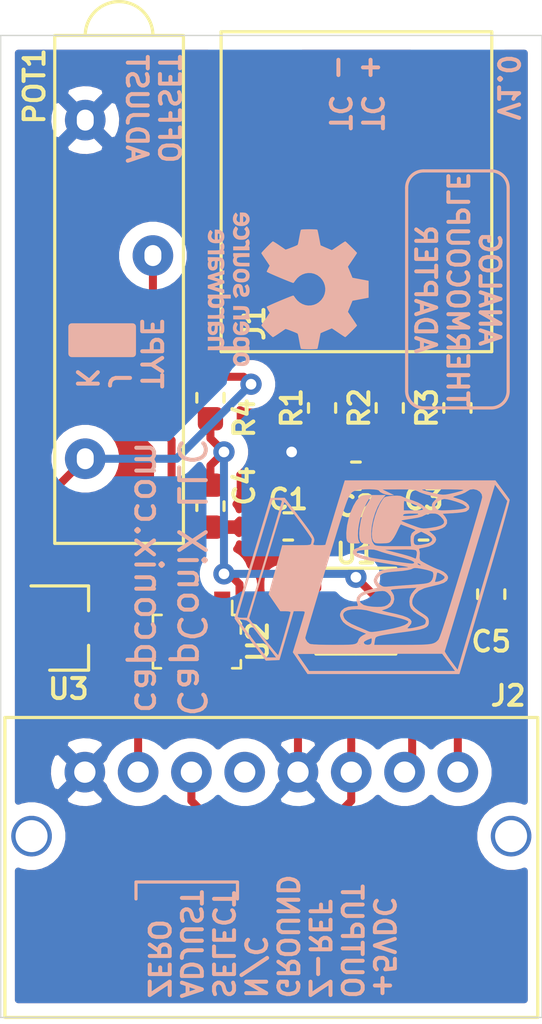
<source format=kicad_pcb>
(kicad_pcb (version 20171130) (host pcbnew 5.1.5-52549c5~84~ubuntu18.04.1)

  (general
    (thickness 1.6)
    (drawings 22)
    (tracks 83)
    (zones 0)
    (modules 17)
    (nets 15)
  )

  (page A)
  (title_block
    (title "Analog Thermocouple Adapter (ATA)")
    (date 2020-01-06)
    (rev 1.0)
    (company CapConiX)
    (comment 1 DM)
    (comment 2 DM)
  )

  (layers
    (0 F.Cu signal)
    (31 B.Cu signal)
    (32 B.Adhes user)
    (33 F.Adhes user)
    (34 B.Paste user)
    (35 F.Paste user)
    (36 B.SilkS user)
    (37 F.SilkS user)
    (38 B.Mask user)
    (39 F.Mask user)
    (40 Dwgs.User user)
    (41 Cmts.User user)
    (42 Eco1.User user)
    (43 Eco2.User user)
    (44 Edge.Cuts user)
    (45 Margin user)
    (46 B.CrtYd user)
    (47 F.CrtYd user)
    (48 B.Fab user)
    (49 F.Fab user)
  )

  (setup
    (last_trace_width 0.3)
    (user_trace_width 0.3)
    (user_trace_width 0.5)
    (trace_clearance 0.2)
    (zone_clearance 0.508)
    (zone_45_only no)
    (trace_min 0.2)
    (via_size 0.8)
    (via_drill 0.4)
    (via_min_size 0.4)
    (via_min_drill 0.3)
    (uvia_size 0.3)
    (uvia_drill 0.1)
    (uvias_allowed no)
    (uvia_min_size 0.2)
    (uvia_min_drill 0.1)
    (edge_width 0.05)
    (segment_width 0.2)
    (pcb_text_width 0.3)
    (pcb_text_size 1.5 1.5)
    (mod_edge_width 0.12)
    (mod_text_size 1 1)
    (mod_text_width 0.15)
    (pad_size 1.524 1.524)
    (pad_drill 0.762)
    (pad_to_mask_clearance 0.051)
    (solder_mask_min_width 0.25)
    (aux_axis_origin 0 0)
    (visible_elements FFFFFF7F)
    (pcbplotparams
      (layerselection 0x010fc_ffffffff)
      (usegerberextensions false)
      (usegerberattributes false)
      (usegerberadvancedattributes false)
      (creategerberjobfile false)
      (excludeedgelayer true)
      (linewidth 0.100000)
      (plotframeref false)
      (viasonmask false)
      (mode 1)
      (useauxorigin false)
      (hpglpennumber 1)
      (hpglpenspeed 20)
      (hpglpendiameter 15.000000)
      (psnegative false)
      (psa4output false)
      (plotreference true)
      (plotvalue false)
      (plotinvisibletext false)
      (padsonsilk false)
      (subtractmaskfromsilk true)
      (outputformat 1)
      (mirror false)
      (drillshape 0)
      (scaleselection 1)
      (outputdirectory "cam/"))
  )

  (net 0 "")
  (net 1 "Net-(C1-Pad1)")
  (net 2 VSS)
  (net 3 "Net-(C2-Pad2)")
  (net 4 "Net-(J1-Pad1)")
  (net 5 "Net-(J1-Pad2)")
  (net 6 VDD)
  (net 7 VREF)
  (net 8 "Net-(POT1-Pad2)")
  (net 9 "Net-(U1-Pad4)")
  (net 10 "Net-(J2-Pad2)")
  (net 11 "Net-(J2-Pad4)")
  (net 12 "Net-(J2-Pad7)")
  (net 13 "Net-(POT1-Pad1)")
  (net 14 "Net-(U3-Pad3)")

  (net_class Default "This is the default net class."
    (clearance 0.2)
    (trace_width 0.25)
    (via_dia 0.8)
    (via_drill 0.4)
    (uvia_dia 0.3)
    (uvia_drill 0.1)
    (add_net "Net-(C1-Pad1)")
    (add_net "Net-(C2-Pad2)")
    (add_net "Net-(J1-Pad1)")
    (add_net "Net-(J1-Pad2)")
    (add_net "Net-(J2-Pad2)")
    (add_net "Net-(J2-Pad4)")
    (add_net "Net-(J2-Pad7)")
    (add_net "Net-(POT1-Pad1)")
    (add_net "Net-(POT1-Pad2)")
    (add_net "Net-(U1-Pad4)")
    (add_net "Net-(U3-Pad3)")
    (add_net VDD)
    (add_net VREF)
    (add_net VSS)
  )

  (module CapConiX_Logos:CapConiX_Logo_10_7 (layer B.Cu) (tedit 0) (tstamp 5DF4CE1D)
    (at 149.86 92.075 90)
    (path /5DF492AA)
    (fp_text reference GRAPHIC1 (at -6.35 1.27 270) (layer B.SilkS) hide
      (effects (font (size 0.75 0.75) (thickness 0.3)) (justify mirror))
    )
    (fp_text value Logo (at -6.35 -1.27 270) (layer B.SilkS) hide
      (effects (font (size 0.75 0.75) (thickness 0.3)) (justify mirror))
    )
    (fp_poly (pts (xy 2.907762 5.132153) (xy 2.955452 5.099316) (xy 3.047339 5.032825) (xy 3.169674 4.942721)
      (xy 3.292928 4.850873) (xy 3.628571 4.599443) (xy 3.628571 -1.049789) (xy 3.220357 -1.175644)
      (xy 3.000717 -1.243096) (xy 2.759806 -1.316627) (xy 2.507262 -1.393343) (xy 2.252722 -1.470347)
      (xy 2.005826 -1.544744) (xy 1.776213 -1.613637) (xy 1.57352 -1.674132) (xy 1.407386 -1.723331)
      (xy 1.287449 -1.75834) (xy 1.223348 -1.776263) (xy 1.21545 -1.778) (xy 1.206337 -1.811131)
      (xy 1.199856 -1.897928) (xy 1.197429 -2.017739) (xy 1.199818 -2.146104) (xy 1.209381 -2.215499)
      (xy 1.229706 -2.239441) (xy 1.255228 -2.235299) (xy 1.317545 -2.21264) (xy 1.37272 -2.200166)
      (xy 1.428951 -2.202132) (xy 1.494433 -2.222796) (xy 1.577362 -2.266415) (xy 1.685934 -2.337246)
      (xy 1.828344 -2.439546) (xy 2.012789 -2.577572) (xy 2.227038 -2.740063) (xy 2.975428 -3.308576)
      (xy 2.975428 -3.577431) (xy 2.97371 -3.706652) (xy 2.969168 -3.801903) (xy 2.962723 -3.845337)
      (xy 2.961557 -3.846286) (xy 2.925337 -3.856496) (xy 2.825513 -3.885953) (xy 2.667947 -3.932898)
      (xy 2.458498 -3.995573) (xy 2.203028 -4.072218) (xy 1.907397 -4.161075) (xy 1.577467 -4.260385)
      (xy 1.219098 -4.368389) (xy 0.838151 -4.483328) (xy 0.724736 -4.517571) (xy 0.337512 -4.634299)
      (xy -0.029525 -4.74454) (xy -0.370424 -4.846534) (xy -0.679234 -4.93852) (xy -0.950005 -5.018736)
      (xy -1.176785 -5.085421) (xy -1.353625 -5.136813) (xy -1.474573 -5.171151) (xy -1.533678 -5.186674)
      (xy -1.53832 -5.18741) (xy -1.576849 -5.165892) (xy -1.665003 -5.105976) (xy -1.794815 -5.013418)
      (xy -1.958317 -4.893976) (xy -2.147543 -4.753407) (xy -2.350955 -4.600176) (xy -3.123482 -4.014388)
      (xy -3.122403 -3.988446) (xy -3.011714 -3.988446) (xy -2.318071 -4.51608) (xy -2.123189 -4.663482)
      (xy -1.947174 -4.795013) (xy -1.798301 -4.904622) (xy -1.684842 -4.986257) (xy -1.61507 -5.033865)
      (xy -1.596814 -5.043714) (xy -1.584385 -5.011485) (xy -1.583673 -4.929449) (xy -1.58854 -4.872132)
      (xy -1.61761 -4.738314) (xy -1.62936 -4.720259) (xy -1.524 -4.720259) (xy -1.524 -4.90013)
      (xy -1.515988 -5.02087) (xy -1.491109 -5.075545) (xy -1.476755 -5.08) (xy -1.433956 -5.069767)
      (xy -1.328277 -5.040356) (xy -1.166273 -4.9937) (xy -0.954498 -4.93173) (xy -0.699505 -4.856381)
      (xy -0.407848 -4.769584) (xy -0.086082 -4.673271) (xy 0.25924 -4.569376) (xy 0.437316 -4.515604)
      (xy 0.802026 -4.405333) (xy 1.154507 -4.298744) (xy 1.486989 -4.198188) (xy 1.791699 -4.106016)
      (xy 2.060865 -4.024579) (xy 2.286716 -3.956228) (xy 2.46148 -3.903315) (xy 2.577385 -3.868192)
      (xy 2.6035 -3.860265) (xy 2.902857 -3.769323) (xy 2.902857 -3.59009) (xy 2.894943 -3.470108)
      (xy 2.870232 -3.415574) (xy 2.855253 -3.410857) (xy 2.813884 -3.421022) (xy 2.71006 -3.450122)
      (xy 2.550786 -3.49607) (xy 2.343064 -3.556776) (xy 2.093899 -3.63015) (xy 1.810295 -3.714105)
      (xy 1.499256 -3.806551) (xy 1.167786 -3.905398) (xy 0.822889 -4.008558) (xy 0.471568 -4.113941)
      (xy 0.120829 -4.219459) (xy -0.222326 -4.323023) (xy -0.550892 -4.422543) (xy -0.857865 -4.51593)
      (xy -1.136242 -4.601095) (xy -1.170214 -4.611531) (xy -1.524 -4.720259) (xy -1.62936 -4.720259)
      (xy -1.675512 -4.649348) (xy -1.700719 -4.627203) (xy -1.757087 -4.583453) (xy -1.86098 -4.503558)
      (xy -2.002186 -4.395342) (xy -2.170496 -4.266627) (xy -2.355698 -4.125237) (xy -2.402637 -4.089439)
      (xy -3.011714 -3.62502) (xy -3.011714 -3.988446) (xy -3.122403 -3.988446) (xy -3.112955 -3.761522)
      (xy -3.104221 -3.551686) (xy -2.925296 -3.551686) (xy -2.905695 -3.576685) (xy -2.837605 -3.638204)
      (xy -2.730347 -3.728891) (xy -2.59324 -3.841394) (xy -2.435605 -3.96836) (xy -2.266762 -4.102439)
      (xy -2.096032 -4.236277) (xy -1.932734 -4.362524) (xy -1.786189 -4.473826) (xy -1.665716 -4.562832)
      (xy -1.580637 -4.622191) (xy -1.540272 -4.644549) (xy -1.539827 -4.644571) (xy -1.503975 -4.634381)
      (xy -1.404579 -4.604996) (xy -1.247567 -4.558194) (xy -1.03887 -4.495754) (xy -0.784419 -4.419455)
      (xy -0.490142 -4.331074) (xy -0.16197 -4.232391) (xy 0.194167 -4.125183) (xy 0.57234 -4.011228)
      (xy 0.639397 -3.991011) (xy 1.020918 -3.875823) (xy 1.381476 -3.76667) (xy 1.715131 -3.665371)
      (xy 2.015942 -3.573744) (xy 2.277966 -3.493606) (xy 2.495264 -3.426774) (xy 2.661893 -3.375068)
      (xy 2.771913 -3.340304) (xy 2.819382 -3.324301) (xy 2.820804 -3.323577) (xy 2.79975 -3.296851)
      (xy 2.729155 -3.235336) (xy 2.618681 -3.146214) (xy 2.477989 -3.036668) (xy 2.316742 -2.913882)
      (xy 2.144601 -2.785037) (xy 1.971227 -2.657317) (xy 1.806283 -2.537905) (xy 1.659431 -2.433983)
      (xy 1.540331 -2.352733) (xy 1.458645 -2.30134) (xy 1.425803 -2.286495) (xy 1.337086 -2.296347)
      (xy 1.279071 -2.30887) (xy 1.247463 -2.319934) (xy 1.225287 -2.340942) (xy 1.210872 -2.383268)
      (xy 1.202549 -2.458288) (xy 1.198646 -2.577376) (xy 1.197495 -2.751908) (xy 1.197429 -2.864892)
      (xy 1.197429 -3.399035) (xy 0.281214 -3.653823) (xy -0.635 -3.90861) (xy -1.27 -3.47125)
      (xy -1.27 -3.277768) (xy -1.276744 -3.163218) (xy -1.29481 -3.095624) (xy -1.30899 -3.084286)
      (xy -1.354952 -3.094085) (xy -1.458086 -3.121099) (xy -1.606035 -3.161755) (xy -1.78644 -3.212479)
      (xy -1.986945 -3.269698) (xy -2.19519 -3.329838) (xy -2.398818 -3.389325) (xy -2.585472 -3.444586)
      (xy -2.742793 -3.492047) (xy -2.858424 -3.528135) (xy -2.920007 -3.549276) (xy -2.925296 -3.551686)
      (xy -3.104221 -3.551686) (xy -3.102429 -3.508656) (xy -2.394857 -3.301288) (xy -2.16404 -3.233686)
      (xy -1.942632 -3.168921) (xy -1.745455 -3.111323) (xy -1.587331 -3.06522) (xy -1.483084 -3.034943)
      (xy -1.478643 -3.03366) (xy -1.27 -2.973401) (xy -1.27 -2.756009) (xy -1.271744 -2.636111)
      (xy -1.281214 -2.573467) (xy -1.304766 -2.552771) (xy -1.348759 -2.558719) (xy -1.351643 -2.55945)
      (xy -1.410685 -2.576171) (xy -1.527 -2.610461) (xy -1.688454 -2.658695) (xy -1.882911 -2.717245)
      (xy -2.098239 -2.782484) (xy -2.122714 -2.789924) (xy -2.812143 -2.999565) (xy -3.218866 -2.724425)
      (xy -3.62559 -2.449286) (xy -3.62561 -2.391213) (xy -3.519714 -2.391213) (xy -3.205068 -2.61075)
      (xy -3.074917 -2.700822) (xy -2.968624 -2.772992) (xy -2.899015 -2.818638) (xy -2.878496 -2.830286)
      (xy -2.876579 -2.794936) (xy -2.874757 -2.692628) (xy -2.873055 -2.528977) (xy -2.871497 -2.309597)
      (xy -2.870109 -2.040101) (xy -2.868915 -1.726104) (xy -2.868218 -1.473488) (xy -2.54 -1.473488)
      (xy -2.538053 -1.776678) (xy -2.532338 -2.023053) (xy -2.523047 -2.208372) (xy -2.51037 -2.328395)
      (xy -2.499575 -2.371309) (xy -2.425533 -2.464524) (xy -2.318862 -2.526403) (xy -2.265489 -2.537544)
      (xy -2.225348 -2.527673) (xy -2.121225 -2.498336) (xy -1.958576 -2.451155) (xy -1.742857 -2.387751)
      (xy -1.479527 -2.309746) (xy -1.174042 -2.218762) (xy -0.83186 -2.11642) (xy -0.458437 -2.004342)
      (xy -0.059231 -1.884149) (xy 0.360302 -1.757462) (xy 0.392906 -1.747602) (xy 0.894345 -1.595891)
      (xy 1.331009 -1.463454) (xy 1.707576 -1.348518) (xy 2.028724 -1.249308) (xy 2.299129 -1.164052)
      (xy 2.52347 -1.090975) (xy 2.706424 -1.028304) (xy 2.852668 -0.974265) (xy 2.96688 -0.927085)
      (xy 3.053737 -0.884989) (xy 3.117918 -0.846205) (xy 3.164098 -0.808959) (xy 3.196957 -0.771477)
      (xy 3.221171 -0.731985) (xy 3.241418 -0.688709) (xy 3.252248 -0.66338) (xy 3.276029 -0.573054)
      (xy 3.292584 -0.442178) (xy 3.301893 -0.28807) (xy 3.303934 -0.12805) (xy 3.298688 0.020563)
      (xy 3.286135 0.14045) (xy 3.266255 0.214292) (xy 3.253287 0.228643) (xy 3.19596 0.282109)
      (xy 3.142066 0.383534) (xy 3.101577 0.5086) (xy 3.084464 0.632989) (xy 3.084399 0.640484)
      (xy 3.084512 0.780143) (xy 3.190474 0.562429) (xy 3.296436 0.344714) (xy 3.299066 0.943429)
      (xy 3.299462 1.167284) (xy 3.297364 1.33222) (xy 3.291238 1.451879) (xy 3.279551 1.539908)
      (xy 3.260771 1.60995) (xy 3.233363 1.67565) (xy 3.211915 1.719106) (xy 3.158478 1.846392)
      (xy 3.104761 2.009832) (xy 3.06248 2.173676) (xy 3.002825 2.451282) (xy 2.879925 2.328382)
      (xy 2.796359 2.253214) (xy 2.729147 2.222932) (xy 2.649084 2.225934) (xy 2.630369 2.229242)
      (xy 2.545948 2.240229) (xy 2.510748 2.222696) (xy 2.503714 2.16655) (xy 2.52976 2.086299)
      (xy 2.5987 1.983912) (xy 2.641239 1.935529) (xy 2.728226 1.826086) (xy 2.802225 1.688211)
      (xy 2.873746 1.50173) (xy 2.885351 1.46698) (xy 2.935879 1.319521) (xy 2.982112 1.195406)
      (xy 3.017029 1.11303) (xy 3.027946 1.093384) (xy 3.048191 1.024587) (xy 3.056023 0.908034)
      (xy 3.052847 0.767214) (xy 3.040068 0.625617) (xy 3.019088 0.506729) (xy 2.991311 0.43404)
      (xy 2.988318 0.430333) (xy 2.928838 0.382305) (xy 2.828028 0.317614) (xy 2.728474 0.261521)
      (xy 2.516959 0.164316) (xy 2.287336 0.083629) (xy 2.053615 0.021994) (xy 1.829807 -0.018052)
      (xy 1.629922 -0.033977) (xy 1.467972 -0.023243) (xy 1.361611 0.014219) (xy 1.31387 0.050875)
      (xy 1.286512 0.095443) (xy 1.274488 0.167002) (xy 1.272748 0.284632) (xy 1.273749 0.346232)
      (xy 1.278525 0.487561) (xy 1.290827 0.578034) (xy 1.317716 0.639364) (xy 1.366256 0.693267)
      (xy 1.395048 0.719133) (xy 1.489142 0.786455) (xy 1.621338 0.862564) (xy 1.753697 0.926715)
      (xy 1.869919 0.980387) (xy 1.95296 1.024589) (xy 1.986978 1.050777) (xy 1.986933 1.052506)
      (xy 1.970736 1.093597) (xy 1.9358 1.185418) (xy 1.888685 1.310682) (xy 1.871613 1.356331)
      (xy 1.819521 1.493584) (xy 1.785146 1.571781) (xy 1.761104 1.599957) (xy 1.740012 1.587149)
      (xy 1.716482 1.546202) (xy 1.642733 1.463099) (xy 1.525675 1.422272) (xy 1.356273 1.420929)
      (xy 1.322269 1.424353) (xy 1.161143 1.442514) (xy 1.161143 0.775686) (xy 1.161697 0.538247)
      (xy 1.164049 0.362548) (xy 1.169235 0.237759) (xy 1.178291 0.153054) (xy 1.192254 0.097604)
      (xy 1.212158 0.06058) (xy 1.23169 0.03831) (xy 1.344288 -0.027468) (xy 1.507645 -0.060475)
      (xy 1.709097 -0.063208) (xy 1.935977 -0.038161) (xy 2.175619 0.012168) (xy 2.415358 0.085284)
      (xy 2.642527 0.178691) (xy 2.844461 0.289893) (xy 2.96824 0.380519) (xy 3.080254 0.474773)
      (xy 3.080254 0.038203) (xy 3.079411 -0.147772) (xy 3.075131 -0.276577) (xy 3.064784 -0.363609)
      (xy 3.04574 -0.424264) (xy 3.015369 -0.473939) (xy 2.986712 -0.509534) (xy 2.857437 -0.622626)
      (xy 2.67202 -0.730423) (xy 2.446886 -0.827005) (xy 2.198462 -0.906452) (xy 1.943174 -0.962845)
      (xy 1.697448 -0.990262) (xy 1.64858 -0.991785) (xy 1.478906 -0.988665) (xy 1.368726 -0.966245)
      (xy 1.305526 -0.914238) (xy 1.276789 -0.822354) (xy 1.27 -0.680543) (xy 1.271791 -0.561945)
      (xy 1.280152 -0.503377) (xy 1.299566 -0.492325) (xy 1.330151 -0.512628) (xy 1.420566 -0.549545)
      (xy 1.564553 -0.564001) (xy 1.747053 -0.557125) (xy 1.953007 -0.530048) (xy 2.167357 -0.483897)
      (xy 2.322286 -0.438212) (xy 2.495112 -0.373513) (xy 2.664947 -0.297748) (xy 2.818449 -0.218311)
      (xy 2.942274 -0.142593) (xy 3.023077 -0.077987) (xy 3.048 -0.036155) (xy 3.022455 -0.036487)
      (xy 2.9563 -0.074034) (xy 2.885962 -0.124166) (xy 2.672082 -0.25532) (xy 2.409804 -0.366139)
      (xy 2.12209 -0.449491) (xy 1.831902 -0.498243) (xy 1.650312 -0.508) (xy 1.479023 -0.500728)
      (xy 1.366795 -0.473898) (xy 1.301123 -0.419989) (xy 1.269501 -0.331482) (xy 1.26278 -0.274948)
      (xy 1.245191 -0.163794) (xy 1.218603 -0.121187) (xy 1.188612 -0.144583) (xy 1.160812 -0.231441)
      (xy 1.145706 -0.328153) (xy 1.111686 -0.532535) (xy 1.062639 -0.668415) (xy 0.996769 -0.738647)
      (xy 0.912278 -0.746083) (xy 0.887454 -0.738243) (xy 0.82689 -0.693156) (xy 0.769877 -0.603018)
      (xy 0.715153 -0.463263) (xy 0.661452 -0.269325) (xy 0.60751 -0.016637) (xy 0.552065 0.299368)
      (xy 0.493851 0.683255) (xy 0.49372 0.684172) (xy 0.45358 0.954729) (xy 0.420825 1.153553)
      (xy 0.395351 1.281093) (xy 0.377052 1.3378) (xy 0.365823 1.324123) (xy 0.361635 1.248833)
      (xy 0.354754 1.07887) (xy 0.339248 0.889279) (xy 0.317488 0.698104) (xy 0.291841 0.523388)
      (xy 0.264678 0.383174) (xy 0.238368 0.295503) (xy 0.235742 0.290063) (xy 0.154119 0.184106)
      (xy 0.039511 0.095508) (xy -0.080779 0.043146) (xy -0.131178 0.036421) (xy -0.213211 0.058189)
      (xy -0.302406 0.110602) (xy -0.396884 0.184919) (xy -0.419324 0.083388) (xy -0.477627 -0.151122)
      (xy -0.536744 -0.324665) (xy -0.601223 -0.448749) (xy -0.656873 -0.517313) (xy -0.758853 -0.591961)
      (xy -0.869359 -0.608935) (xy -1.008186 -0.57073) (xy -1.025071 -0.563678) (xy -1.062207 -0.556296)
      (xy -1.081274 -0.585038) (xy -1.088021 -0.664545) (xy -1.088571 -0.72542) (xy -1.109108 -0.915845)
      (xy -1.166807 -1.069104) (xy -1.255802 -1.171703) (xy -1.291599 -1.192401) (xy -1.378291 -1.225506)
      (xy -1.449216 -1.227185) (xy -1.538015 -1.195587) (xy -1.578976 -1.176594) (xy -1.676874 -1.111051)
      (xy -1.768452 -1.006025) (xy -1.859951 -0.852097) (xy -1.957612 -0.639846) (xy -1.994912 -0.548767)
      (xy -2.116429 -0.24482) (xy -2.182609 -0.373818) (xy -2.245529 -0.463786) (xy -2.316909 -0.522179)
      (xy -2.330894 -0.527843) (xy -2.396104 -0.549334) (xy -2.446117 -0.57509) (xy -2.482948 -0.61423)
      (xy -2.508613 -0.675871) (xy -2.52513 -0.769131) (xy -2.534514 -0.903129) (xy -2.538782 -1.086982)
      (xy -2.539949 -1.329809) (xy -2.54 -1.473488) (xy -2.868218 -1.473488) (xy -2.86794 -1.373219)
      (xy -2.867208 -0.987061) (xy -2.866744 -0.573244) (xy -2.866712 -0.489857) (xy -2.54 -0.489857)
      (xy -2.521857 -0.508) (xy -2.503714 -0.489857) (xy -2.521857 -0.471714) (xy -2.54 -0.489857)
      (xy -2.866712 -0.489857) (xy -2.866594 -0.192557) (xy -2.539078 -0.192557) (xy -2.52296 -0.278843)
      (xy -2.497906 -0.317866) (xy -2.449252 -0.344842) (xy -2.403714 -0.31547) (xy -2.353025 -0.223203)
      (xy -2.339879 -0.192659) (xy -2.305306 -0.106699) (xy -2.294351 -0.075725) (xy -2.054828 -0.075725)
      (xy -2.042441 -0.138697) (xy -2.021078 -0.191874) (xy -1.981238 -0.281425) (xy -1.924963 -0.412651)
      (xy -1.863179 -0.560011) (xy -1.851444 -0.588392) (xy -1.75417 -0.803151) (xy -1.664273 -0.954368)
      (xy -1.576369 -1.049942) (xy -1.509917 -1.089295) (xy -1.41274 -1.118559) (xy -1.345195 -1.10344)
      (xy -1.284695 -1.048502) (xy -1.237097 -0.953752) (xy -1.207964 -0.806862) (xy -1.19769 -0.625978)
      (xy -1.206668 -0.429245) (xy -1.23529 -0.234808) (xy -1.264546 -0.118477) (xy -1.302036 0.017159)
      (xy -1.337179 0.158529) (xy -1.117847 0.158529) (xy -1.108022 -0.022304) (xy -1.084959 -0.192578)
      (xy -1.050429 -0.32612) (xy -1.036078 -0.359115) (xy -0.955756 -0.466862) (xy -0.864935 -0.504791)
      (xy -0.768115 -0.471761) (xy -0.727714 -0.437428) (xy -0.66482 -0.341062) (xy -0.606148 -0.190404)
      (xy -0.557321 -0.003719) (xy -0.523964 0.200726) (xy -0.520151 0.23681) (xy -0.51127 0.363857)
      (xy -0.519462 0.446711) (xy -0.543416 0.4969) (xy -0.358924 0.4969) (xy -0.355458 0.408355)
      (xy -0.33393 0.344457) (xy -0.289494 0.281486) (xy -0.273208 0.261883) (xy -0.188982 0.176332)
      (xy -0.118061 0.151006) (xy -0.038434 0.182729) (xy 0.013479 0.220528) (xy 0.079264 0.278665)
      (xy 0.127089 0.342402) (xy 0.161189 0.425494) (xy 0.185795 0.541693) (xy 0.205142 0.704753)
      (xy 0.220914 0.894437) (xy 0.242276 1.118035) (xy 0.268532 1.297868) (xy 0.297803 1.422356)
      (xy 0.312604 1.459503) (xy 0.319151 1.474239) (xy 0.508 1.474239) (xy 0.513637 1.39625)
      (xy 0.529156 1.2608) (xy 0.552469 1.082009) (xy 0.581489 0.873992) (xy 0.614127 0.650867)
      (xy 0.648296 0.426752) (xy 0.681908 0.215764) (xy 0.712876 0.032021) (xy 0.73911 -0.110359)
      (xy 0.750171 -0.163286) (xy 0.801179 -0.359319) (xy 0.853364 -0.503092) (xy 0.90386 -0.589868)
      (xy 0.9498 -0.614907) (xy 0.98832 -0.57347) (xy 0.992346 -0.563706) (xy 1.005486 -0.502977)
      (xy 1.021035 -0.392693) (xy 1.035822 -0.255654) (xy 1.037051 -0.242293) (xy 1.046757 -0.080853)
      (xy 1.038722 0.042571) (xy 1.009285 0.161157) (xy 0.984843 0.23048) (xy 0.94539 0.348415)
      (xy 0.896071 0.514145) (xy 0.843458 0.704778) (xy 0.798474 0.87971) (xy 0.729418 1.144954)
      (xy 0.669851 1.341937) (xy 0.61847 1.474164) (xy 0.573967 1.545138) (xy 0.544873 1.560286)
      (xy 0.516624 1.529386) (xy 0.508 1.474239) (xy 0.319151 1.474239) (xy 0.339013 1.51894)
      (xy 0.350631 1.579477) (xy 0.349143 1.61485) (xy 0.695824 1.61485) (xy 0.70211 1.57829)
      (xy 0.73336 1.505345) (xy 0.735946 1.500158) (xy 0.763822 1.427342) (xy 0.803705 1.300441)
      (xy 0.850724 1.135952) (xy 0.900011 0.950371) (xy 0.910979 0.907143) (xy 1.034143 0.417286)
      (xy 1.044157 0.993003) (xy 1.046351 1.239811) (xy 1.042895 1.420549) (xy 1.033451 1.541525)
      (xy 1.017676 1.609045) (xy 1.010198 1.621705) (xy 0.947956 1.656559) (xy 0.841887 1.651451)
      (xy 0.836898 1.650537) (xy 0.748838 1.631767) (xy 0.698699 1.616682) (xy 0.695824 1.61485)
      (xy 0.349143 1.61485) (xy 0.347331 1.657914) (xy 1.202277 1.657914) (xy 1.223414 1.574948)
      (xy 1.285065 1.536747) (xy 1.397747 1.530741) (xy 1.433286 1.532676) (xy 1.531703 1.547355)
      (xy 1.592082 1.588702) (xy 1.644611 1.677626) (xy 1.645679 1.679811) (xy 1.71293 1.817478)
      (xy 1.671186 1.900957) (xy 1.82548 1.900957) (xy 1.83605 1.80729) (xy 1.864889 1.704347)
      (xy 1.898357 1.609123) (xy 1.985211 1.374083) (xy 2.051267 1.20629) (xy 2.097382 1.103725)
      (xy 2.124412 1.064369) (xy 2.129312 1.064931) (xy 2.140505 1.105193) (xy 2.158438 1.201666)
      (xy 2.164153 1.237354) (xy 2.294771 1.237354) (xy 2.299382 1.154348) (xy 2.313715 1.124857)
      (xy 2.357128 1.153967) (xy 2.372832 1.182254) (xy 2.382799 1.244062) (xy 2.38956 1.356753)
      (xy 2.391955 1.498666) (xy 2.391808 1.524) (xy 2.503714 1.524) (xy 2.503714 1.161143)
      (xy 2.685143 1.161143) (xy 2.788673 1.16402) (xy 2.854359 1.171374) (xy 2.866571 1.177123)
      (xy 2.855115 1.216448) (xy 2.824765 1.306217) (xy 2.781546 1.428719) (xy 2.771075 1.45784)
      (xy 2.690032 1.66416) (xy 2.619803 1.804525) (xy 2.561537 1.876839) (xy 2.535827 1.886857)
      (xy 2.522347 1.853138) (xy 2.511654 1.762219) (xy 2.505106 1.629459) (xy 2.503714 1.524)
      (xy 2.391808 1.524) (xy 2.391738 1.536039) (xy 2.388606 1.676127) (xy 2.382184 1.749608)
      (xy 2.371396 1.762411) (xy 2.357101 1.727072) (xy 2.332129 1.618831) (xy 2.312508 1.488517)
      (xy 2.299601 1.355051) (xy 2.294771 1.237354) (xy 2.164153 1.237354) (xy 2.180369 1.338613)
      (xy 2.197524 1.456508) (xy 2.236443 1.685285) (xy 2.279823 1.84485) (xy 2.322469 1.930745)
      (xy 2.374368 2.038602) (xy 2.394246 2.187548) (xy 2.394857 2.227519) (xy 2.38908 2.352687)
      (xy 2.36349 2.438914) (xy 2.3057 2.519451) (xy 2.272644 2.555559) (xy 2.228559 2.594041)
      (xy 2.504203 2.594041) (xy 2.509676 2.505625) (xy 2.523623 2.448127) (xy 2.547213 2.407719)
      (xy 2.558247 2.394742) (xy 2.627546 2.334261) (xy 2.693875 2.330327) (xy 2.759724 2.359647)
      (xy 2.837286 2.431942) (xy 2.902454 2.543543) (xy 2.925462 2.621423) (xy 3.092332 2.621423)
      (xy 3.104081 2.519144) (xy 3.116631 2.451989) (xy 3.149016 2.301881) (xy 3.185916 2.148089)
      (xy 3.22296 2.006811) (xy 3.255782 1.894245) (xy 3.280011 1.826587) (xy 3.288639 1.814286)
      (xy 3.292435 1.848874) (xy 3.295764 1.945847) (xy 3.298467 2.095022) (xy 3.300387 2.286213)
      (xy 3.301364 2.509235) (xy 3.301444 2.639786) (xy 3.29981 2.932) (xy 3.295381 3.156361)
      (xy 3.288212 3.311697) (xy 3.278356 3.396836) (xy 3.266024 3.410857) (xy 3.242991 3.353175)
      (xy 3.209949 3.243275) (xy 3.172288 3.099861) (xy 3.151778 3.014418) (xy 3.114691 2.845227)
      (xy 3.095372 2.722173) (xy 3.092332 2.621423) (xy 2.925462 2.621423) (xy 2.937274 2.661401)
      (xy 2.939143 2.689941) (xy 2.926561 2.797835) (xy 2.893505 2.942792) (xy 2.847007 3.102455)
      (xy 2.7941 3.254468) (xy 2.741818 3.376475) (xy 2.703274 3.439714) (xy 2.622541 3.533572)
      (xy 2.578952 3.452126) (xy 2.560425 3.38528) (xy 2.542051 3.263158) (xy 2.525932 3.103029)
      (xy 2.514172 2.922163) (xy 2.514019 2.918939) (xy 2.50604 2.727204) (xy 2.504203 2.594041)
      (xy 2.228559 2.594041) (xy 2.163268 2.651032) (xy 2.071999 2.683609) (xy 1.996789 2.651414)
      (xy 1.93559 2.552572) (xy 1.886353 2.38521) (xy 1.84977 2.168425) (xy 1.830835 2.012338)
      (xy 1.82548 1.900957) (xy 1.671186 1.900957) (xy 1.609394 2.024525) (xy 1.523475 2.16337)
      (xy 1.442261 2.231075) (xy 1.368209 2.229037) (xy 1.303777 2.158651) (xy 1.251421 2.021314)
      (xy 1.2136 1.818422) (xy 1.211136 1.798217) (xy 1.202277 1.657914) (xy 0.347331 1.657914)
      (xy 0.347237 1.660143) (xy 0.331791 1.759511) (xy 0.446268 1.759511) (xy 0.472772 1.701078)
      (xy 0.510465 1.669328) (xy 0.513159 1.669143) (xy 0.524563 1.695436) (xy 0.506337 1.744822)
      (xy 0.469729 1.796857) (xy 0.449777 1.804444) (xy 0.446268 1.759511) (xy 0.331791 1.759511)
      (xy 0.328611 1.779966) (xy 0.307618 1.891032) (xy 0.274482 2.038832) (xy 0.238947 2.160849)
      (xy 0.206855 2.238206) (xy 0.195631 2.252984) (xy 0.118821 2.277063) (xy 0.012251 2.267764)
      (xy -0.092878 2.231086) (xy -0.155477 2.185505) (xy -0.187105 2.144314) (xy -0.211774 2.092665)
      (xy -0.231433 2.019409) (xy -0.24803 1.913394) (xy -0.263514 1.76347) (xy -0.279832 1.558487)
      (xy -0.290086 1.415143) (xy -0.30541 1.200721) (xy -0.321212 0.987376) (xy -0.335799 0.79751)
      (xy -0.347475 0.653525) (xy -0.349172 0.633812) (xy -0.358924 0.4969) (xy -0.543416 0.4969)
      (xy -0.551078 0.512951) (xy -0.597451 0.572453) (xy -0.711013 0.663762) (xy -0.83157 0.688649)
      (xy -0.94605 0.650434) (xy -1.041384 0.552437) (xy -1.090687 0.447161) (xy -1.112659 0.323742)
      (xy -1.117847 0.158529) (xy -1.337179 0.158529) (xy -1.347261 0.199084) (xy -1.394218 0.402324)
      (xy -1.432538 0.580571) (xy -1.490394 0.844165) (xy -1.544625 1.057683) (xy -1.59353 1.215585)
      (xy -1.635408 1.312333) (xy -1.66652 1.342571) (xy -1.730585 1.306324) (xy -1.794889 1.197731)
      (xy -1.859357 1.017017) (xy -1.923914 0.76441) (xy -1.988486 0.440133) (xy -2.013041 0.297983)
      (xy -2.040412 0.125282) (xy -2.054247 0.00649) (xy -2.054828 -0.075725) (xy -2.294351 -0.075725)
      (xy -2.286917 -0.054709) (xy -2.286 -0.049997) (xy -2.316162 -0.037698) (xy -2.385095 -0.038573)
      (xy -2.460472 -0.051255) (xy -2.482604 -0.058311) (xy -2.524979 -0.108076) (xy -2.539078 -0.192557)
      (xy -2.866594 -0.192557) (xy -2.866572 -0.137381) (xy -2.866572 1.096369) (xy -2.54 1.096369)
      (xy -2.54 0.04955) (xy -2.388101 0.070132) (xy -2.29779 0.086407) (xy -2.24652 0.117114)
      (xy -2.214494 0.182407) (xy -2.189668 0.272143) (xy -2.169113 0.370784) (xy -2.142813 0.52438)
      (xy -2.113449 0.715804) (xy -2.083704 0.927929) (xy -2.067511 1.052286) (xy -2.027614 1.353292)
      (xy -1.922607 1.353292) (xy -1.920165 1.302922) (xy -1.901512 1.299623) (xy -1.851131 1.345357)
      (xy -1.831656 1.364786) (xy -1.739407 1.435652) (xy -1.657276 1.450155) (xy -1.582985 1.405343)
      (xy -1.514258 1.298267) (xy -1.448821 1.125979) (xy -1.384397 0.885528) (xy -1.353055 0.744518)
      (xy -1.316119 0.577625) (xy -1.283545 0.44504) (xy -1.258383 0.358119) (xy -1.243682 0.328218)
      (xy -1.242024 0.330883) (xy -1.222355 0.394337) (xy -1.188372 0.49429) (xy -1.173641 0.535987)
      (xy -1.091826 0.671699) (xy -0.970197 0.762017) (xy -0.826691 0.801322) (xy -0.679243 0.783995)
      (xy -0.569948 0.725146) (xy -0.505383 0.678633) (xy -0.474942 0.677446) (xy -0.458573 0.716075)
      (xy -0.449387 0.776193) (xy -0.438122 0.891917) (xy -0.426231 1.046367) (xy -0.415567 1.215572)
      (xy -0.390953 1.651) (xy -0.494834 1.555648) (xy -0.626488 1.451348) (xy -0.751349 1.396687)
      (xy -0.899975 1.379081) (xy -0.924177 1.378857) (xy -1.05926 1.391704) (xy -1.169316 1.437266)
      (xy -1.268488 1.526078) (xy -1.370917 1.668674) (xy -1.418099 1.746776) (xy -1.500298 1.879071)
      (xy -1.563028 1.956705) (xy -1.616837 1.99109) (xy -1.648158 1.995714) (xy -1.731704 1.976596)
      (xy -1.772406 1.948027) (xy -1.801371 1.88731) (xy -1.836483 1.778392) (xy -1.871841 1.644638)
      (xy -1.901545 1.509409) (xy -1.919693 1.396071) (xy -1.922607 1.353292) (xy -2.027614 1.353292)
      (xy -2.026646 1.360594) (xy -1.988797 1.603783) (xy -1.951009 1.789057) (xy -1.910328 1.923623)
      (xy -1.863798 2.014687) (xy -1.808466 2.069453) (xy -1.741375 2.095128) (xy -1.659571 2.098917)
      (xy -1.638903 2.097495) (xy -1.556812 2.082542) (xy -1.494045 2.043319) (xy -1.429676 1.963549)
      (xy -1.39138 1.905) (xy -1.267729 1.718521) (xy -1.165911 1.589779) (xy -1.075594 1.511457)
      (xy -0.986447 1.47624) (xy -0.888137 1.476809) (xy -0.810869 1.49388) (xy -0.641047 1.577259)
      (xy -0.506701 1.722334) (xy -0.410201 1.926223) (xy -0.385671 2.011489) (xy -0.342543 2.185338)
      (xy -0.301122 2.352313) (xy -0.180629 2.352313) (xy -0.166998 2.327189) (xy -0.123682 2.339868)
      (xy -0.037931 2.366301) (xy 0.0635 2.386214) (xy 0.14366 2.402249) (xy 0.181068 2.419116)
      (xy 0.181428 2.420558) (xy 0.16262 2.483236) (xy 0.117758 2.569697) (xy 0.064189 2.650816)
      (xy 0.019258 2.697468) (xy 0.015412 2.699313) (xy -0.042096 2.686561) (xy -0.100465 2.617261)
      (xy -0.149269 2.506553) (xy -0.168512 2.432227) (xy -0.180629 2.352313) (xy -0.301122 2.352313)
      (xy -0.295067 2.376719) (xy -0.26752 2.487764) (xy -0.20548 2.66841) (xy -0.126443 2.779963)
      (xy -0.031071 2.821711) (xy 0.033566 2.813006) (xy 0.116957 2.757257) (xy 0.199535 2.655401)
      (xy 0.262615 2.531668) (xy 0.272082 2.503714) (xy 0.308255 2.406423) (xy 0.364978 2.277096)
      (xy 0.433306 2.13362) (xy 0.504293 1.993882) (xy 0.568991 1.875767) (xy 0.618457 1.797165)
      (xy 0.635072 1.77794) (xy 0.719001 1.750478) (xy 0.815522 1.757293) (xy 0.921426 1.763494)
      (xy 1.007024 1.746346) (xy 1.0115 1.744123) (xy 1.054172 1.729271) (xy 1.079751 1.752492)
      (xy 1.098169 1.827897) (xy 1.106176 1.878645) (xy 1.158128 2.103112) (xy 1.237424 2.261474)
      (xy 1.318964 2.340185) (xy 1.407099 2.375423) (xy 1.492652 2.35565) (xy 1.587284 2.27606)
      (xy 1.647791 2.204582) (xy 1.706106 2.134373) (xy 1.733284 2.117945) (xy 1.741035 2.150504)
      (xy 1.741312 2.166285) (xy 1.756013 2.314637) (xy 1.793359 2.471489) (xy 1.845259 2.610429)
      (xy 1.90362 2.705043) (xy 1.907629 2.709213) (xy 2.020637 2.780942) (xy 2.14285 2.781109)
      (xy 2.271614 2.709746) (xy 2.277848 2.704577) (xy 2.384121 2.615154) (xy 2.405043 3.011734)
      (xy 2.418058 3.184994) (xy 2.436738 3.340649) (xy 2.458285 3.458585) (xy 2.47425 3.509371)
      (xy 2.54298 3.598207) (xy 2.626603 3.622896) (xy 2.71679 3.588048) (xy 2.805213 3.498271)
      (xy 2.883542 3.358174) (xy 2.918629 3.263479) (xy 2.956392 3.144904) (xy 2.987183 3.049601)
      (xy 2.999754 3.011714) (xy 3.016729 3.016225) (xy 3.044228 3.078471) (xy 3.076688 3.185422)
      (xy 3.080952 3.201815) (xy 3.124519 3.339826) (xy 3.17682 3.45975) (xy 3.222728 3.530725)
      (xy 3.290549 3.646294) (xy 3.307013 3.777588) (xy 3.278663 3.907028) (xy 3.212039 4.017032)
      (xy 3.113682 4.090021) (xy 3.007288 4.109727) (xy 2.953229 4.098513) (xy 2.835524 4.067716)
      (xy 2.659915 4.019011) (xy 2.432145 3.954071) (xy 2.157954 3.874573) (xy 1.843085 3.782191)
      (xy 1.493281 3.6786) (xy 1.114282 3.565475) (xy 0.711832 3.444491) (xy 0.312121 3.323533)
      (xy -0.214206 3.163312) (xy -0.674079 3.022346) (xy -1.07072 2.899587) (xy -1.40735 2.793992)
      (xy -1.687191 2.704514) (xy -1.913463 2.63011) (xy -2.089388 2.569733) (xy -2.218188 2.522338)
      (xy -2.303084 2.486881) (xy -2.347296 2.462315) (xy -2.350484 2.459629) (xy -2.402548 2.4082)
      (xy -2.444113 2.354581) (xy -2.476358 2.290308) (xy -2.500457 2.206919) (xy -2.517588 2.095949)
      (xy -2.528927 1.948935) (xy -2.535651 1.757414) (xy -2.538936 1.512922) (xy -2.539958 1.206996)
      (xy -2.54 1.096369) (xy -2.866572 1.096369) (xy -2.866572 2.603852) (xy -3.075214 2.759909)
      (xy -3.200237 2.853459) (xy -3.320262 2.943332) (xy -3.401786 3.004432) (xy -3.519714 3.092899)
      (xy -3.519714 -2.391213) (xy -3.62561 -2.391213) (xy -3.626592 0.399143) (xy -3.62757 3.182567)
      (xy -3.476026 3.182567) (xy -3.144085 2.935116) (xy -3.009172 2.837635) (xy -2.893938 2.760128)
      (xy -2.811411 2.710985) (xy -2.775857 2.697946) (xy -2.736497 2.709723) (xy -2.632653 2.740961)
      (xy -2.469317 2.790154) (xy -2.251484 2.855796) (xy -1.984146 2.936382) (xy -1.672296 3.030406)
      (xy -1.320926 3.136364) (xy -0.935031 3.25275) (xy -0.519603 3.378058) (xy -0.079635 3.510782)
      (xy 0.369341 3.646239) (xy 3.478253 4.584251) (xy 3.168469 4.817917) (xy 2.858684 5.051583)
      (xy 2.653985 4.993589) (xy 2.588366 4.974566) (xy 2.458684 4.936572) (xy 2.270463 4.881236)
      (xy 2.029227 4.810188) (xy 1.740498 4.725057) (xy 1.409801 4.627475) (xy 1.042658 4.519069)
      (xy 0.644594 4.40147) (xy 0.221131 4.276307) (xy -0.222206 4.145211) (xy -0.51337 4.059081)
      (xy -3.476026 3.182567) (xy -3.62757 3.182567) (xy -3.627593 3.247572) (xy -0.384677 4.204788)
      (xy 0.188992 4.373643) (xy 0.714423 4.527329) (xy 1.189311 4.665197) (xy 1.611352 4.786596)
      (xy 1.978239 4.890879) (xy 2.287669 4.977396) (xy 2.537337 5.045498) (xy 2.724938 5.094535)
      (xy 2.848168 5.123859) (xy 2.904721 5.13282) (xy 2.907762 5.132153)) (layer B.SilkS) (width 0.01))
  )

  (module Package_TO_SOT_SMD:SOT-23 (layer F.Cu) (tedit 5A02FF57) (tstamp 5E2829D9)
    (at 138.43 93.98)
    (descr "SOT-23, Standard")
    (tags SOT-23)
    (path /5E285920)
    (attr smd)
    (fp_text reference U3 (at 0 2.286) (layer F.SilkS)
      (effects (font (size 0.75 0.75) (thickness 0.15)))
    )
    (fp_text value ADR5044BRTZ-REEL7 (at 0 2.5) (layer F.Fab) hide
      (effects (font (size 0.75 0.75) (thickness 0.15)))
    )
    (fp_line (start 0.76 1.58) (end -0.7 1.58) (layer F.SilkS) (width 0.12))
    (fp_line (start 0.76 -1.58) (end -1.4 -1.58) (layer F.SilkS) (width 0.12))
    (fp_line (start -1.7 1.75) (end -1.7 -1.75) (layer F.CrtYd) (width 0.05))
    (fp_line (start 1.7 1.75) (end -1.7 1.75) (layer F.CrtYd) (width 0.05))
    (fp_line (start 1.7 -1.75) (end 1.7 1.75) (layer F.CrtYd) (width 0.05))
    (fp_line (start -1.7 -1.75) (end 1.7 -1.75) (layer F.CrtYd) (width 0.05))
    (fp_line (start 0.76 -1.58) (end 0.76 -0.65) (layer F.SilkS) (width 0.12))
    (fp_line (start 0.76 1.58) (end 0.76 0.65) (layer F.SilkS) (width 0.12))
    (fp_line (start -0.7 1.52) (end 0.7 1.52) (layer F.Fab) (width 0.1))
    (fp_line (start 0.7 -1.52) (end 0.7 1.52) (layer F.Fab) (width 0.1))
    (fp_line (start -0.7 -0.95) (end -0.15 -1.52) (layer F.Fab) (width 0.1))
    (fp_line (start -0.15 -1.52) (end 0.7 -1.52) (layer F.Fab) (width 0.1))
    (fp_line (start -0.7 -0.95) (end -0.7 1.5) (layer F.Fab) (width 0.1))
    (fp_text user %R (at 0 0 90) (layer F.Fab) hide
      (effects (font (size 0.75 0.75) (thickness 0.075)))
    )
    (pad 3 smd rect (at 1 0) (size 0.9 0.8) (layers F.Cu F.Paste F.Mask)
      (net 14 "Net-(U3-Pad3)"))
    (pad 2 smd rect (at -1 0.95) (size 0.9 0.8) (layers F.Cu F.Paste F.Mask)
      (net 2 VSS))
    (pad 1 smd rect (at -1 -0.95) (size 0.9 0.8) (layers F.Cu F.Paste F.Mask)
      (net 13 "Net-(POT1-Pad1)"))
    (model ${KISYS3DMOD}/Package_TO_SOT_SMD.3dshapes/SOT-23.wrl
      (at (xyz 0 0 0))
      (scale (xyz 1 1 1))
      (rotate (xyz 0 0 0))
    )
  )

  (module Resistor_SMD:R_0603_1608Metric (layer F.Cu) (tedit 5B301BBD) (tstamp 5E28295A)
    (at 143.764 85.344 90)
    (descr "Resistor SMD 0603 (1608 Metric), square (rectangular) end terminal, IPC_7351 nominal, (Body size source: http://www.tortai-tech.com/upload/download/2011102023233369053.pdf), generated with kicad-footprint-generator")
    (tags resistor)
    (path /5E28BB5C)
    (attr smd)
    (fp_text reference R4 (at -0.762 1.27 90) (layer F.SilkS)
      (effects (font (size 0.75 0.75) (thickness 0.15)))
    )
    (fp_text value 1K (at 0 1.43 90) (layer F.Fab) hide
      (effects (font (size 0.75 0.75) (thickness 0.15)))
    )
    (fp_text user %R (at 0 0 90) (layer F.Fab)
      (effects (font (size 0.75 0.75) (thickness 0.06)))
    )
    (fp_line (start 1.48 0.73) (end -1.48 0.73) (layer F.CrtYd) (width 0.05))
    (fp_line (start 1.48 -0.73) (end 1.48 0.73) (layer F.CrtYd) (width 0.05))
    (fp_line (start -1.48 -0.73) (end 1.48 -0.73) (layer F.CrtYd) (width 0.05))
    (fp_line (start -1.48 0.73) (end -1.48 -0.73) (layer F.CrtYd) (width 0.05))
    (fp_line (start -0.162779 0.51) (end 0.162779 0.51) (layer F.SilkS) (width 0.12))
    (fp_line (start -0.162779 -0.51) (end 0.162779 -0.51) (layer F.SilkS) (width 0.12))
    (fp_line (start 0.8 0.4) (end -0.8 0.4) (layer F.Fab) (width 0.1))
    (fp_line (start 0.8 -0.4) (end 0.8 0.4) (layer F.Fab) (width 0.1))
    (fp_line (start -0.8 -0.4) (end 0.8 -0.4) (layer F.Fab) (width 0.1))
    (fp_line (start -0.8 0.4) (end -0.8 -0.4) (layer F.Fab) (width 0.1))
    (pad 2 smd roundrect (at 0.7875 0 90) (size 0.875 0.95) (layers F.Cu F.Paste F.Mask) (roundrect_rratio 0.25)
      (net 13 "Net-(POT1-Pad1)"))
    (pad 1 smd roundrect (at -0.7875 0 90) (size 0.875 0.95) (layers F.Cu F.Paste F.Mask) (roundrect_rratio 0.25)
      (net 6 VDD))
    (model ${KISYS3DMOD}/Resistor_SMD.3dshapes/R_0603_1608Metric.wrl
      (at (xyz 0 0 0))
      (scale (xyz 1 1 1))
      (rotate (xyz 0 0 0))
    )
  )

  (module Resistor_SMD:R_0603_1608Metric (layer F.Cu) (tedit 5B301BBD) (tstamp 5E282949)
    (at 153.035 85.725 270)
    (descr "Resistor SMD 0603 (1608 Metric), square (rectangular) end terminal, IPC_7351 nominal, (Body size source: http://www.tortai-tech.com/upload/download/2011102023233369053.pdf), generated with kicad-footprint-generator")
    (tags resistor)
    (path /5E27C7DB)
    (attr smd)
    (fp_text reference R3 (at 0 1.143 90) (layer F.SilkS)
      (effects (font (size 0.75 0.75) (thickness 0.15)))
    )
    (fp_text value 1M (at 0 1.43 90) (layer F.Fab) hide
      (effects (font (size 0.75 0.75) (thickness 0.15)))
    )
    (fp_text user %R (at 0 0 90) (layer F.Fab)
      (effects (font (size 0.75 0.75) (thickness 0.06)))
    )
    (fp_line (start 1.48 0.73) (end -1.48 0.73) (layer F.CrtYd) (width 0.05))
    (fp_line (start 1.48 -0.73) (end 1.48 0.73) (layer F.CrtYd) (width 0.05))
    (fp_line (start -1.48 -0.73) (end 1.48 -0.73) (layer F.CrtYd) (width 0.05))
    (fp_line (start -1.48 0.73) (end -1.48 -0.73) (layer F.CrtYd) (width 0.05))
    (fp_line (start -0.162779 0.51) (end 0.162779 0.51) (layer F.SilkS) (width 0.12))
    (fp_line (start -0.162779 -0.51) (end 0.162779 -0.51) (layer F.SilkS) (width 0.12))
    (fp_line (start 0.8 0.4) (end -0.8 0.4) (layer F.Fab) (width 0.1))
    (fp_line (start 0.8 -0.4) (end 0.8 0.4) (layer F.Fab) (width 0.1))
    (fp_line (start -0.8 -0.4) (end 0.8 -0.4) (layer F.Fab) (width 0.1))
    (fp_line (start -0.8 0.4) (end -0.8 -0.4) (layer F.Fab) (width 0.1))
    (pad 2 smd roundrect (at 0.7875 0 270) (size 0.875 0.95) (layers F.Cu F.Paste F.Mask) (roundrect_rratio 0.25)
      (net 2 VSS))
    (pad 1 smd roundrect (at -0.7875 0 270) (size 0.875 0.95) (layers F.Cu F.Paste F.Mask) (roundrect_rratio 0.25)
      (net 4 "Net-(J1-Pad1)"))
    (model ${KISYS3DMOD}/Resistor_SMD.3dshapes/R_0603_1608Metric.wrl
      (at (xyz 0 0 0))
      (scale (xyz 1 1 1))
      (rotate (xyz 0 0 0))
    )
  )

  (module Capacitor_SMD:C_0603_1608Metric (layer F.Cu) (tedit 5B301BBE) (tstamp 5E282898)
    (at 154.305 92.71 270)
    (descr "Capacitor SMD 0603 (1608 Metric), square (rectangular) end terminal, IPC_7351 nominal, (Body size source: http://www.tortai-tech.com/upload/download/2011102023233369053.pdf), generated with kicad-footprint-generator")
    (tags capacitor)
    (path /5E29C4D5)
    (attr smd)
    (fp_text reference C5 (at 1.778 0 180) (layer F.SilkS)
      (effects (font (size 0.75 0.75) (thickness 0.15)))
    )
    (fp_text value 0.1uF (at 0 1.43 90) (layer F.Fab) hide
      (effects (font (size 0.75 0.75) (thickness 0.15)))
    )
    (fp_text user %R (at 0 0 90) (layer F.Fab)
      (effects (font (size 0.75 0.75) (thickness 0.06)))
    )
    (fp_line (start 1.48 0.73) (end -1.48 0.73) (layer F.CrtYd) (width 0.05))
    (fp_line (start 1.48 -0.73) (end 1.48 0.73) (layer F.CrtYd) (width 0.05))
    (fp_line (start -1.48 -0.73) (end 1.48 -0.73) (layer F.CrtYd) (width 0.05))
    (fp_line (start -1.48 0.73) (end -1.48 -0.73) (layer F.CrtYd) (width 0.05))
    (fp_line (start -0.162779 0.51) (end 0.162779 0.51) (layer F.SilkS) (width 0.12))
    (fp_line (start -0.162779 -0.51) (end 0.162779 -0.51) (layer F.SilkS) (width 0.12))
    (fp_line (start 0.8 0.4) (end -0.8 0.4) (layer F.Fab) (width 0.1))
    (fp_line (start 0.8 -0.4) (end 0.8 0.4) (layer F.Fab) (width 0.1))
    (fp_line (start -0.8 -0.4) (end 0.8 -0.4) (layer F.Fab) (width 0.1))
    (fp_line (start -0.8 0.4) (end -0.8 -0.4) (layer F.Fab) (width 0.1))
    (pad 2 smd roundrect (at 0.7875 0 270) (size 0.875 0.95) (layers F.Cu F.Paste F.Mask) (roundrect_rratio 0.25)
      (net 2 VSS))
    (pad 1 smd roundrect (at -0.7875 0 270) (size 0.875 0.95) (layers F.Cu F.Paste F.Mask) (roundrect_rratio 0.25)
      (net 6 VDD))
    (model ${KISYS3DMOD}/Capacitor_SMD.3dshapes/C_0603_1608Metric.wrl
      (at (xyz 0 0 0))
      (scale (xyz 1 1 1))
      (rotate (xyz 0 0 0))
    )
  )

  (module Capacitor_SMD:C_0603_1608Metric (layer F.Cu) (tedit 5B301BBE) (tstamp 5E282887)
    (at 143.764 89.408 270)
    (descr "Capacitor SMD 0603 (1608 Metric), square (rectangular) end terminal, IPC_7351 nominal, (Body size source: http://www.tortai-tech.com/upload/download/2011102023233369053.pdf), generated with kicad-footprint-generator")
    (tags capacitor)
    (path /5E293563)
    (attr smd)
    (fp_text reference C4 (at -0.762 -1.27 270) (layer F.SilkS)
      (effects (font (size 0.75 0.75) (thickness 0.15)))
    )
    (fp_text value 0.1uF (at 0 1.43 90) (layer F.Fab) hide
      (effects (font (size 0.75 0.75) (thickness 0.15)))
    )
    (fp_text user %R (at 0 0 90) (layer F.Fab)
      (effects (font (size 0.75 0.75) (thickness 0.06)))
    )
    (fp_line (start 1.48 0.73) (end -1.48 0.73) (layer F.CrtYd) (width 0.05))
    (fp_line (start 1.48 -0.73) (end 1.48 0.73) (layer F.CrtYd) (width 0.05))
    (fp_line (start -1.48 -0.73) (end 1.48 -0.73) (layer F.CrtYd) (width 0.05))
    (fp_line (start -1.48 0.73) (end -1.48 -0.73) (layer F.CrtYd) (width 0.05))
    (fp_line (start -0.162779 0.51) (end 0.162779 0.51) (layer F.SilkS) (width 0.12))
    (fp_line (start -0.162779 -0.51) (end 0.162779 -0.51) (layer F.SilkS) (width 0.12))
    (fp_line (start 0.8 0.4) (end -0.8 0.4) (layer F.Fab) (width 0.1))
    (fp_line (start 0.8 -0.4) (end 0.8 0.4) (layer F.Fab) (width 0.1))
    (fp_line (start -0.8 -0.4) (end 0.8 -0.4) (layer F.Fab) (width 0.1))
    (fp_line (start -0.8 0.4) (end -0.8 -0.4) (layer F.Fab) (width 0.1))
    (pad 2 smd roundrect (at 0.7875 0 270) (size 0.875 0.95) (layers F.Cu F.Paste F.Mask) (roundrect_rratio 0.25)
      (net 2 VSS))
    (pad 1 smd roundrect (at -0.7875 0 270) (size 0.875 0.95) (layers F.Cu F.Paste F.Mask) (roundrect_rratio 0.25)
      (net 6 VDD))
    (model ${KISYS3DMOD}/Capacitor_SMD.3dshapes/C_0603_1608Metric.wrl
      (at (xyz 0 0 0))
      (scale (xyz 1 1 1))
      (rotate (xyz 0 0 0))
    )
  )

  (module Molex_MicroClasp:0559350810_right_angle_8pos (layer F.Cu) (tedit 5DF53C67) (tstamp 5DF54189)
    (at 146.05 108.585 180)
    (path /5DF5912E)
    (fp_text reference J2 (at -8.89 12.065) (layer F.SilkS)
      (effects (font (size 0.75 0.75) (thickness 0.15)))
    )
    (fp_text value Conn_01x08_Male (at 0 -0.5) (layer F.Fab) hide
      (effects (font (size 0.75 0.75) (thickness 0.15)))
    )
    (fp_line (start -10 11.25) (end -10 0) (layer F.SilkS) (width 0.12))
    (fp_line (start 10 11.25) (end 10 0) (layer F.SilkS) (width 0.12))
    (fp_line (start -10 0) (end 10 0) (layer F.SilkS) (width 0.12))
    (fp_line (start -10 11.25) (end 10 11.25) (layer F.SilkS) (width 0.12))
    (pad "" np_thru_hole circle (at -9 6.8 180) (size 1.524 1.524) (drill 1.2) (layers *.Cu *.Mask))
    (pad "" np_thru_hole circle (at 9 6.8 180) (size 1.524 1.524) (drill 1.2) (layers *.Cu *.Mask))
    (pad 8 thru_hole circle (at -7 9.2 180) (size 1.524 1.524) (drill 0.8) (layers *.Cu *.Mask)
      (net 6 VDD))
    (pad 1 thru_hole circle (at 7 9.2 180) (size 1.524 1.524) (drill 0.8) (layers *.Cu *.Mask)
      (net 2 VSS))
    (pad 7 thru_hole circle (at -5 9.2 180) (size 1.524 1.524) (drill 0.8) (layers *.Cu *.Mask)
      (net 12 "Net-(J2-Pad7)"))
    (pad 2 thru_hole circle (at 5 9.2 180) (size 1.524 1.524) (drill 0.8) (layers *.Cu *.Mask)
      (net 10 "Net-(J2-Pad2)"))
    (pad 6 thru_hole circle (at -3 9.2 180) (size 1.524 1.524) (drill 0.8) (layers *.Cu *.Mask)
      (net 7 VREF))
    (pad 3 thru_hole circle (at 3 9.2 180) (size 1.524 1.524) (drill 0.8) (layers *.Cu *.Mask)
      (net 7 VREF))
    (pad 5 thru_hole circle (at -1 9.2 180) (size 1.524 1.524) (drill 0.8) (layers *.Cu *.Mask)
      (net 2 VSS))
    (pad 4 thru_hole circle (at 1 9.2 180) (size 1.524 1.524) (drill 0.8) (layers *.Cu *.Mask)
      (net 11 "Net-(J2-Pad4)"))
  )

  (module Symbol:OSHW-Logo_5.7x6mm_SilkScreen (layer B.Cu) (tedit 0) (tstamp 5DF4D37A)
    (at 146.685 81.28 90)
    (descr "Open Source Hardware Logo")
    (tags "Logo OSHW")
    (path /5DF4D7CE)
    (attr virtual)
    (fp_text reference GRAPHIC2 (at 0 0 90) (layer B.SilkS) hide
      (effects (font (size 0.75 0.75) (thickness 0.15)) (justify mirror))
    )
    (fp_text value OH (at 0.75 0 90) (layer B.Fab) hide
      (effects (font (size 0.75 0.75) (thickness 0.15)) (justify mirror))
    )
    (fp_poly (pts (xy 0.376964 2.709982) (xy 0.433812 2.40843) (xy 0.853338 2.235488) (xy 1.104984 2.406605)
      (xy 1.175458 2.45425) (xy 1.239163 2.49679) (xy 1.293126 2.532285) (xy 1.334373 2.55879)
      (xy 1.359934 2.574364) (xy 1.366895 2.577722) (xy 1.379435 2.569086) (xy 1.406231 2.545208)
      (xy 1.44428 2.509141) (xy 1.490579 2.463933) (xy 1.542123 2.412636) (xy 1.595909 2.358299)
      (xy 1.648935 2.303972) (xy 1.698195 2.252705) (xy 1.740687 2.207549) (xy 1.773407 2.171554)
      (xy 1.793351 2.14777) (xy 1.798119 2.13981) (xy 1.791257 2.125135) (xy 1.77202 2.092986)
      (xy 1.74243 2.046508) (xy 1.70451 1.988844) (xy 1.660282 1.92314) (xy 1.634654 1.885664)
      (xy 1.587941 1.817232) (xy 1.546432 1.75548) (xy 1.51214 1.703481) (xy 1.48708 1.664308)
      (xy 1.473264 1.641035) (xy 1.471188 1.636145) (xy 1.475895 1.622245) (xy 1.488723 1.58985)
      (xy 1.507738 1.543515) (xy 1.531003 1.487794) (xy 1.556584 1.427242) (xy 1.582545 1.366414)
      (xy 1.60695 1.309864) (xy 1.627863 1.262148) (xy 1.643349 1.227819) (xy 1.651472 1.211432)
      (xy 1.651952 1.210788) (xy 1.664707 1.207659) (xy 1.698677 1.200679) (xy 1.75034 1.190533)
      (xy 1.816176 1.177908) (xy 1.892664 1.163491) (xy 1.93729 1.155177) (xy 2.019021 1.139616)
      (xy 2.092843 1.124808) (xy 2.155021 1.111564) (xy 2.201822 1.100695) (xy 2.229509 1.093011)
      (xy 2.235074 1.090573) (xy 2.240526 1.07407) (xy 2.244924 1.0368) (xy 2.248272 0.98312)
      (xy 2.250574 0.917388) (xy 2.251832 0.843963) (xy 2.252048 0.767204) (xy 2.251227 0.691468)
      (xy 2.249371 0.621114) (xy 2.246482 0.5605) (xy 2.242565 0.513984) (xy 2.237622 0.485925)
      (xy 2.234657 0.480084) (xy 2.216934 0.473083) (xy 2.179381 0.463073) (xy 2.126964 0.451231)
      (xy 2.064652 0.438733) (xy 2.0429 0.43469) (xy 1.938024 0.41548) (xy 1.85518 0.400009)
      (xy 1.79163 0.387663) (xy 1.744637 0.377827) (xy 1.711463 0.369886) (xy 1.689371 0.363224)
      (xy 1.675624 0.357227) (xy 1.667484 0.351281) (xy 1.666345 0.350106) (xy 1.654977 0.331174)
      (xy 1.637635 0.294331) (xy 1.61605 0.244087) (xy 1.591954 0.184954) (xy 1.567079 0.121444)
      (xy 1.543157 0.058068) (xy 1.521919 -0.000662) (xy 1.505097 -0.050235) (xy 1.494422 -0.086139)
      (xy 1.491627 -0.103862) (xy 1.49186 -0.104483) (xy 1.501331 -0.11897) (xy 1.522818 -0.150844)
      (xy 1.554063 -0.196789) (xy 1.592807 -0.253485) (xy 1.636793 -0.317617) (xy 1.649319 -0.335842)
      (xy 1.693984 -0.401914) (xy 1.733288 -0.4622) (xy 1.765088 -0.513235) (xy 1.787245 -0.55156)
      (xy 1.797617 -0.573711) (xy 1.798119 -0.576432) (xy 1.789405 -0.590736) (xy 1.765325 -0.619072)
      (xy 1.728976 -0.658396) (xy 1.683453 -0.705661) (xy 1.631852 -0.757823) (xy 1.577267 -0.811835)
      (xy 1.522794 -0.864653) (xy 1.471529 -0.913231) (xy 1.426567 -0.954523) (xy 1.391004 -0.985485)
      (xy 1.367935 -1.00307) (xy 1.361554 -1.005941) (xy 1.346699 -0.999178) (xy 1.316286 -0.980939)
      (xy 1.275268 -0.954297) (xy 1.243709 -0.932852) (xy 1.186525 -0.893503) (xy 1.118806 -0.847171)
      (xy 1.05088 -0.800913) (xy 1.014361 -0.776155) (xy 0.890752 -0.692547) (xy 0.786991 -0.74865)
      (xy 0.73972 -0.773228) (xy 0.699523 -0.792331) (xy 0.672326 -0.803227) (xy 0.665402 -0.804743)
      (xy 0.657077 -0.793549) (xy 0.640654 -0.761917) (xy 0.617357 -0.712765) (xy 0.588414 -0.64901)
      (xy 0.55505 -0.573571) (xy 0.518491 -0.489364) (xy 0.479964 -0.399308) (xy 0.440694 -0.306321)
      (xy 0.401908 -0.21332) (xy 0.36483 -0.123223) (xy 0.330689 -0.038948) (xy 0.300708 0.036587)
      (xy 0.276116 0.100466) (xy 0.258136 0.149769) (xy 0.247997 0.181579) (xy 0.246366 0.192504)
      (xy 0.259291 0.206439) (xy 0.287589 0.22906) (xy 0.325346 0.255667) (xy 0.328515 0.257772)
      (xy 0.4261 0.335886) (xy 0.504786 0.427018) (xy 0.563891 0.528255) (xy 0.602732 0.636682)
      (xy 0.620628 0.749386) (xy 0.616897 0.863452) (xy 0.590857 0.975966) (xy 0.541825 1.084015)
      (xy 0.5274 1.107655) (xy 0.452369 1.203113) (xy 0.36373 1.279768) (xy 0.264549 1.33722)
      (xy 0.157895 1.375071) (xy 0.046836 1.392922) (xy -0.065561 1.390375) (xy -0.176227 1.36703)
      (xy -0.282094 1.32249) (xy -0.380095 1.256355) (xy -0.41041 1.229513) (xy -0.487562 1.145488)
      (xy -0.543782 1.057034) (xy -0.582347 0.957885) (xy -0.603826 0.859697) (xy -0.609128 0.749303)
      (xy -0.591448 0.63836) (xy -0.552581 0.530619) (xy -0.494323 0.429831) (xy -0.418469 0.339744)
      (xy -0.326817 0.264108) (xy -0.314772 0.256136) (xy -0.276611 0.230026) (xy -0.247601 0.207405)
      (xy -0.233732 0.192961) (xy -0.233531 0.192504) (xy -0.236508 0.176879) (xy -0.248311 0.141418)
      (xy -0.267714 0.089038) (xy -0.293488 0.022655) (xy -0.324409 -0.054814) (xy -0.359249 -0.14045)
      (xy -0.396783 -0.231337) (xy -0.435783 -0.324559) (xy -0.475023 -0.417197) (xy -0.513276 -0.506335)
      (xy -0.549317 -0.589055) (xy -0.581917 -0.662441) (xy -0.609852 -0.723575) (xy -0.631895 -0.769541)
      (xy -0.646818 -0.797421) (xy -0.652828 -0.804743) (xy -0.671191 -0.799041) (xy -0.705552 -0.783749)
      (xy -0.749984 -0.761599) (xy -0.774417 -0.74865) (xy -0.878178 -0.692547) (xy -1.001787 -0.776155)
      (xy -1.064886 -0.818987) (xy -1.13397 -0.866122) (xy -1.198707 -0.910503) (xy -1.231134 -0.932852)
      (xy -1.276741 -0.963477) (xy -1.31536 -0.987747) (xy -1.341952 -1.002587) (xy -1.35059 -1.005724)
      (xy -1.363161 -0.997261) (xy -1.390984 -0.973636) (xy -1.431361 -0.937302) (xy -1.481595 -0.890711)
      (xy -1.538988 -0.836317) (xy -1.575286 -0.801392) (xy -1.63879 -0.738996) (xy -1.693673 -0.683188)
      (xy -1.737714 -0.636354) (xy -1.768695 -0.600882) (xy -1.784398 -0.579161) (xy -1.785905 -0.574752)
      (xy -1.778914 -0.557985) (xy -1.759594 -0.524082) (xy -1.730091 -0.476476) (xy -1.692545 -0.418599)
      (xy -1.6491 -0.353884) (xy -1.636745 -0.335842) (xy -1.591727 -0.270267) (xy -1.55134 -0.211228)
      (xy -1.51784 -0.162042) (xy -1.493486 -0.126028) (xy -1.480536 -0.106502) (xy -1.479285 -0.104483)
      (xy -1.481156 -0.088922) (xy -1.491087 -0.054709) (xy -1.507347 -0.006355) (xy -1.528205 0.051629)
      (xy -1.551927 0.11473) (xy -1.576784 0.178437) (xy -1.601042 0.238239) (xy -1.622971 0.289624)
      (xy -1.640838 0.328081) (xy -1.652913 0.349098) (xy -1.653771 0.350106) (xy -1.661154 0.356112)
      (xy -1.673625 0.362052) (xy -1.69392 0.36854) (xy -1.724778 0.376191) (xy -1.768934 0.38562)
      (xy -1.829126 0.397441) (xy -1.908093 0.412271) (xy -2.00857 0.430723) (xy -2.030325 0.43469)
      (xy -2.094802 0.447147) (xy -2.151011 0.459334) (xy -2.193987 0.470074) (xy -2.21876 0.478191)
      (xy -2.222082 0.480084) (xy -2.227556 0.496862) (xy -2.232006 0.534355) (xy -2.235428 0.588206)
      (xy -2.237819 0.654056) (xy -2.239177 0.727547) (xy -2.239499 0.80432) (xy -2.238781 0.880017)
      (xy -2.237021 0.95028) (xy -2.234216 1.01075) (xy -2.230362 1.05707) (xy -2.225457 1.084881)
      (xy -2.2225 1.090573) (xy -2.206037 1.096314) (xy -2.168551 1.105655) (xy -2.113775 1.117785)
      (xy -2.045445 1.131893) (xy -1.967294 1.14717) (xy -1.924716 1.155177) (xy -1.843929 1.170279)
      (xy -1.771887 1.18396) (xy -1.712111 1.195533) (xy -1.668121 1.204313) (xy -1.643439 1.209613)
      (xy -1.639377 1.210788) (xy -1.632511 1.224035) (xy -1.617998 1.255943) (xy -1.597771 1.301953)
      (xy -1.573766 1.357508) (xy -1.547918 1.418047) (xy -1.52216 1.479014) (xy -1.498427 1.535849)
      (xy -1.478654 1.583994) (xy -1.464776 1.61889) (xy -1.458726 1.635979) (xy -1.458614 1.636726)
      (xy -1.465472 1.650207) (xy -1.484698 1.68123) (xy -1.514272 1.726711) (xy -1.552173 1.783568)
      (xy -1.59638 1.848717) (xy -1.622079 1.886138) (xy -1.668907 1.954753) (xy -1.710499 2.017048)
      (xy -1.744825 2.069871) (xy -1.769857 2.110073) (xy -1.783565 2.1345) (xy -1.785544 2.139976)
      (xy -1.777034 2.152722) (xy -1.753507 2.179937) (xy -1.717968 2.218572) (xy -1.673423 2.265577)
      (xy -1.622877 2.317905) (xy -1.569336 2.372505) (xy -1.515805 2.42633) (xy -1.465289 2.47633)
      (xy -1.420794 2.519457) (xy -1.385325 2.552661) (xy -1.361887 2.572894) (xy -1.354046 2.577722)
      (xy -1.34128 2.570933) (xy -1.310744 2.551858) (xy -1.26541 2.522439) (xy -1.208244 2.484619)
      (xy -1.142216 2.440339) (xy -1.09241 2.406605) (xy -0.840764 2.235488) (xy -0.631001 2.321959)
      (xy -0.421237 2.40843) (xy -0.364389 2.709982) (xy -0.30754 3.011534) (xy 0.320115 3.011534)
      (xy 0.376964 2.709982)) (layer B.SilkS) (width 0.01))
    (fp_poly (pts (xy 1.79946 -1.45803) (xy 1.842711 -1.471245) (xy 1.870558 -1.487941) (xy 1.879629 -1.501145)
      (xy 1.877132 -1.516797) (xy 1.860931 -1.541385) (xy 1.847232 -1.5588) (xy 1.818992 -1.590283)
      (xy 1.797775 -1.603529) (xy 1.779688 -1.602664) (xy 1.726035 -1.58901) (xy 1.68663 -1.58963)
      (xy 1.654632 -1.605104) (xy 1.64389 -1.614161) (xy 1.609505 -1.646027) (xy 1.609505 -2.062179)
      (xy 1.471188 -2.062179) (xy 1.471188 -1.458614) (xy 1.540347 -1.458614) (xy 1.581869 -1.460256)
      (xy 1.603291 -1.466087) (xy 1.609502 -1.477461) (xy 1.609505 -1.477798) (xy 1.612439 -1.489713)
      (xy 1.625704 -1.488159) (xy 1.644084 -1.479563) (xy 1.682046 -1.463568) (xy 1.712872 -1.453945)
      (xy 1.752536 -1.451478) (xy 1.79946 -1.45803)) (layer B.SilkS) (width 0.01))
    (fp_poly (pts (xy -0.754012 -1.469002) (xy -0.722717 -1.48395) (xy -0.692409 -1.505541) (xy -0.669318 -1.530391)
      (xy -0.6525 -1.562087) (xy -0.641006 -1.604214) (xy -0.633891 -1.660358) (xy -0.630207 -1.734106)
      (xy -0.629008 -1.829044) (xy -0.628989 -1.838985) (xy -0.628713 -2.062179) (xy -0.76703 -2.062179)
      (xy -0.76703 -1.856418) (xy -0.767128 -1.780189) (xy -0.767809 -1.724939) (xy -0.769651 -1.686501)
      (xy -0.773233 -1.660706) (xy -0.779132 -1.643384) (xy -0.787927 -1.630368) (xy -0.80018 -1.617507)
      (xy -0.843047 -1.589873) (xy -0.889843 -1.584745) (xy -0.934424 -1.602217) (xy -0.949928 -1.615221)
      (xy -0.96131 -1.627447) (xy -0.969481 -1.64054) (xy -0.974974 -1.658615) (xy -0.97832 -1.685787)
      (xy -0.980051 -1.72617) (xy -0.980697 -1.783879) (xy -0.980792 -1.854132) (xy -0.980792 -2.062179)
      (xy -1.119109 -2.062179) (xy -1.119109 -1.458614) (xy -1.04995 -1.458614) (xy -1.008428 -1.460256)
      (xy -0.987006 -1.466087) (xy -0.980795 -1.477461) (xy -0.980792 -1.477798) (xy -0.97791 -1.488938)
      (xy -0.965199 -1.487674) (xy -0.939926 -1.475434) (xy -0.882605 -1.457424) (xy -0.817037 -1.455421)
      (xy -0.754012 -1.469002)) (layer B.SilkS) (width 0.01))
    (fp_poly (pts (xy 2.677898 -1.456457) (xy 2.710096 -1.464279) (xy 2.771825 -1.492921) (xy 2.82461 -1.536667)
      (xy 2.861141 -1.589117) (xy 2.86616 -1.600893) (xy 2.873045 -1.63174) (xy 2.877864 -1.677371)
      (xy 2.879505 -1.723492) (xy 2.879505 -1.810693) (xy 2.697178 -1.810693) (xy 2.621979 -1.810978)
      (xy 2.569003 -1.812704) (xy 2.535325 -1.817181) (xy 2.51802 -1.82572) (xy 2.514163 -1.83963)
      (xy 2.520829 -1.860222) (xy 2.53277 -1.884315) (xy 2.56608 -1.924525) (xy 2.612368 -1.944558)
      (xy 2.668944 -1.943905) (xy 2.733031 -1.922101) (xy 2.788417 -1.895193) (xy 2.834375 -1.931532)
      (xy 2.880333 -1.967872) (xy 2.837096 -2.007819) (xy 2.779374 -2.045563) (xy 2.708386 -2.06832)
      (xy 2.632029 -2.074688) (xy 2.558199 -2.063268) (xy 2.546287 -2.059393) (xy 2.481399 -2.025506)
      (xy 2.43313 -1.974986) (xy 2.400465 -1.906325) (xy 2.382385 -1.818014) (xy 2.382175 -1.816121)
      (xy 2.380556 -1.719878) (xy 2.3871 -1.685542) (xy 2.514852 -1.685542) (xy 2.526584 -1.690822)
      (xy 2.558438 -1.694867) (xy 2.605397 -1.697176) (xy 2.635154 -1.697525) (xy 2.690648 -1.697306)
      (xy 2.725346 -1.695916) (xy 2.743601 -1.692251) (xy 2.749766 -1.68521) (xy 2.748195 -1.67369)
      (xy 2.746878 -1.669233) (xy 2.724382 -1.627355) (xy 2.689003 -1.593604) (xy 2.65778 -1.578773)
      (xy 2.616301 -1.579668) (xy 2.574269 -1.598164) (xy 2.539012 -1.628786) (xy 2.517854 -1.666062)
      (xy 2.514852 -1.685542) (xy 2.3871 -1.685542) (xy 2.39669 -1.635229) (xy 2.428698 -1.564191)
      (xy 2.474701 -1.508779) (xy 2.532821 -1.471009) (xy 2.60118 -1.452896) (xy 2.677898 -1.456457)) (layer B.SilkS) (width 0.01))
    (fp_poly (pts (xy 2.217226 -1.46388) (xy 2.29008 -1.49483) (xy 2.313027 -1.509895) (xy 2.342354 -1.533048)
      (xy 2.360764 -1.551253) (xy 2.363961 -1.557183) (xy 2.354935 -1.57034) (xy 2.331837 -1.592667)
      (xy 2.313344 -1.60825) (xy 2.262728 -1.648926) (xy 2.22276 -1.615295) (xy 2.191874 -1.593584)
      (xy 2.161759 -1.58609) (xy 2.127292 -1.58792) (xy 2.072561 -1.601528) (xy 2.034886 -1.629772)
      (xy 2.011991 -1.675433) (xy 2.001597 -1.741289) (xy 2.001595 -1.741331) (xy 2.002494 -1.814939)
      (xy 2.016463 -1.868946) (xy 2.044328 -1.905716) (xy 2.063325 -1.918168) (xy 2.113776 -1.933673)
      (xy 2.167663 -1.933683) (xy 2.214546 -1.918638) (xy 2.225644 -1.911287) (xy 2.253476 -1.892511)
      (xy 2.275236 -1.889434) (xy 2.298704 -1.903409) (xy 2.324649 -1.92851) (xy 2.365716 -1.97088)
      (xy 2.320121 -2.008464) (xy 2.249674 -2.050882) (xy 2.170233 -2.071785) (xy 2.087215 -2.070272)
      (xy 2.032694 -2.056411) (xy 1.96897 -2.022135) (xy 1.918005 -1.968212) (xy 1.894851 -1.930149)
      (xy 1.876099 -1.875536) (xy 1.866715 -1.806369) (xy 1.866643 -1.731407) (xy 1.875824 -1.659409)
      (xy 1.894199 -1.599137) (xy 1.897093 -1.592958) (xy 1.939952 -1.532351) (xy 1.997979 -1.488224)
      (xy 2.066591 -1.461493) (xy 2.141201 -1.453073) (xy 2.217226 -1.46388)) (layer B.SilkS) (width 0.01))
    (fp_poly (pts (xy 0.993367 -1.654342) (xy 0.994555 -1.746563) (xy 0.998897 -1.81661) (xy 1.007558 -1.867381)
      (xy 1.021704 -1.901772) (xy 1.0425 -1.922679) (xy 1.07111 -1.933) (xy 1.106535 -1.935636)
      (xy 1.143636 -1.932682) (xy 1.171818 -1.921889) (xy 1.192243 -1.90036) (xy 1.206079 -1.865199)
      (xy 1.214491 -1.81351) (xy 1.218643 -1.742394) (xy 1.219703 -1.654342) (xy 1.219703 -1.458614)
      (xy 1.35802 -1.458614) (xy 1.35802 -2.062179) (xy 1.288862 -2.062179) (xy 1.24717 -2.060489)
      (xy 1.225701 -2.054556) (xy 1.219703 -2.043293) (xy 1.216091 -2.033261) (xy 1.201714 -2.035383)
      (xy 1.172736 -2.04958) (xy 1.106319 -2.07148) (xy 1.035875 -2.069928) (xy 0.968377 -2.046147)
      (xy 0.936233 -2.027362) (xy 0.911715 -2.007022) (xy 0.893804 -1.981573) (xy 0.881479 -1.947458)
      (xy 0.873723 -1.901121) (xy 0.869516 -1.839007) (xy 0.86784 -1.757561) (xy 0.867624 -1.694578)
      (xy 0.867624 -1.458614) (xy 0.993367 -1.458614) (xy 0.993367 -1.654342)) (layer B.SilkS) (width 0.01))
    (fp_poly (pts (xy 0.610762 -1.466055) (xy 0.674363 -1.500692) (xy 0.724123 -1.555372) (xy 0.747568 -1.599842)
      (xy 0.757634 -1.639121) (xy 0.764156 -1.695116) (xy 0.766951 -1.759621) (xy 0.765836 -1.824429)
      (xy 0.760626 -1.881334) (xy 0.754541 -1.911727) (xy 0.734014 -1.953306) (xy 0.698463 -1.997468)
      (xy 0.655619 -2.036087) (xy 0.613211 -2.061034) (xy 0.612177 -2.06143) (xy 0.559553 -2.072331)
      (xy 0.497188 -2.072601) (xy 0.437924 -2.062676) (xy 0.41504 -2.054722) (xy 0.356102 -2.0213)
      (xy 0.31389 -1.977511) (xy 0.286156 -1.919538) (xy 0.270651 -1.843565) (xy 0.267143 -1.803771)
      (xy 0.26759 -1.753766) (xy 0.402376 -1.753766) (xy 0.406917 -1.826732) (xy 0.419986 -1.882334)
      (xy 0.440756 -1.917861) (xy 0.455552 -1.92802) (xy 0.493464 -1.935104) (xy 0.538527 -1.933007)
      (xy 0.577487 -1.922812) (xy 0.587704 -1.917204) (xy 0.614659 -1.884538) (xy 0.632451 -1.834545)
      (xy 0.640024 -1.773705) (xy 0.636325 -1.708497) (xy 0.628057 -1.669253) (xy 0.60432 -1.623805)
      (xy 0.566849 -1.595396) (xy 0.52172 -1.585573) (xy 0.475011 -1.595887) (xy 0.439132 -1.621112)
      (xy 0.420277 -1.641925) (xy 0.409272 -1.662439) (xy 0.404026 -1.690203) (xy 0.402449 -1.732762)
      (xy 0.402376 -1.753766) (xy 0.26759 -1.753766) (xy 0.268094 -1.69758) (xy 0.285388 -1.610501)
      (xy 0.319029 -1.54253) (xy 0.369018 -1.493664) (xy 0.435356 -1.463899) (xy 0.449601 -1.460448)
      (xy 0.53521 -1.452345) (xy 0.610762 -1.466055)) (layer B.SilkS) (width 0.01))
    (fp_poly (pts (xy 0.014017 -1.456452) (xy 0.061634 -1.465482) (xy 0.111034 -1.48437) (xy 0.116312 -1.486777)
      (xy 0.153774 -1.506476) (xy 0.179717 -1.524781) (xy 0.188103 -1.536508) (xy 0.180117 -1.555632)
      (xy 0.16072 -1.58385) (xy 0.15211 -1.594384) (xy 0.116628 -1.635847) (xy 0.070885 -1.608858)
      (xy 0.02735 -1.590878) (xy -0.02295 -1.581267) (xy -0.071188 -1.58066) (xy -0.108533 -1.589691)
      (xy -0.117495 -1.595327) (xy -0.134563 -1.621171) (xy -0.136637 -1.650941) (xy -0.123866 -1.674197)
      (xy -0.116312 -1.678708) (xy -0.093675 -1.684309) (xy -0.053885 -1.690892) (xy -0.004834 -1.697183)
      (xy 0.004215 -1.69817) (xy 0.082996 -1.711798) (xy 0.140136 -1.734946) (xy 0.17803 -1.769752)
      (xy 0.199079 -1.818354) (xy 0.205635 -1.877718) (xy 0.196577 -1.945198) (xy 0.167164 -1.998188)
      (xy 0.117278 -2.036783) (xy 0.0468 -2.061081) (xy -0.031435 -2.070667) (xy -0.095234 -2.070552)
      (xy -0.146984 -2.061845) (xy -0.182327 -2.049825) (xy -0.226983 -2.02888) (xy -0.268253 -2.004574)
      (xy -0.282921 -1.993876) (xy -0.320643 -1.963084) (xy -0.275148 -1.917049) (xy -0.229653 -1.871013)
      (xy -0.177928 -1.905243) (xy -0.126048 -1.930952) (xy -0.070649 -1.944399) (xy -0.017395 -1.945818)
      (xy 0.028049 -1.935443) (xy 0.060016 -1.913507) (xy 0.070338 -1.894998) (xy 0.068789 -1.865314)
      (xy 0.04314 -1.842615) (xy -0.00654 -1.82694) (xy -0.060969 -1.819695) (xy -0.144736 -1.805873)
      (xy -0.206967 -1.779796) (xy -0.248493 -1.740699) (xy -0.270147 -1.68782) (xy -0.273147 -1.625126)
      (xy -0.258329 -1.559642) (xy -0.224546 -1.510144) (xy -0.171495 -1.476408) (xy -0.098874 -1.458207)
      (xy -0.045072 -1.454639) (xy 0.014017 -1.456452)) (layer B.SilkS) (width 0.01))
    (fp_poly (pts (xy -1.356699 -1.472614) (xy -1.344168 -1.478514) (xy -1.300799 -1.510283) (xy -1.25979 -1.556646)
      (xy -1.229168 -1.607696) (xy -1.220459 -1.631166) (xy -1.212512 -1.673091) (xy -1.207774 -1.723757)
      (xy -1.207199 -1.744679) (xy -1.207129 -1.810693) (xy -1.587083 -1.810693) (xy -1.578983 -1.845273)
      (xy -1.559104 -1.88617) (xy -1.524347 -1.921514) (xy -1.482998 -1.944282) (xy -1.456649 -1.94901)
      (xy -1.420916 -1.943273) (xy -1.378282 -1.928882) (xy -1.363799 -1.922262) (xy -1.31024 -1.895513)
      (xy -1.264533 -1.930376) (xy -1.238158 -1.953955) (xy -1.224124 -1.973417) (xy -1.223414 -1.979129)
      (xy -1.235951 -1.992973) (xy -1.263428 -2.014012) (xy -1.288366 -2.030425) (xy -1.355664 -2.05993)
      (xy -1.43111 -2.073284) (xy -1.505888 -2.069812) (xy -1.565495 -2.051663) (xy -1.626941 -2.012784)
      (xy -1.670608 -1.961595) (xy -1.697926 -1.895367) (xy -1.710322 -1.811371) (xy -1.711421 -1.772936)
      (xy -1.707022 -1.684861) (xy -1.706482 -1.682299) (xy -1.580582 -1.682299) (xy -1.577115 -1.690558)
      (xy -1.562863 -1.695113) (xy -1.53347 -1.697065) (xy -1.484575 -1.697517) (xy -1.465748 -1.697525)
      (xy -1.408467 -1.696843) (xy -1.372141 -1.694364) (xy -1.352604 -1.689443) (xy -1.34569 -1.681434)
      (xy -1.345445 -1.678862) (xy -1.353336 -1.658423) (xy -1.373085 -1.629789) (xy -1.381575 -1.619763)
      (xy -1.413094 -1.591408) (xy -1.445949 -1.580259) (xy -1.463651 -1.579327) (xy -1.511539 -1.590981)
      (xy -1.551699 -1.622285) (xy -1.577173 -1.667752) (xy -1.577625 -1.669233) (xy -1.580582 -1.682299)
      (xy -1.706482 -1.682299) (xy -1.692392 -1.61551) (xy -1.666038 -1.560025) (xy -1.633807 -1.520639)
      (xy -1.574217 -1.477931) (xy -1.504168 -1.455109) (xy -1.429661 -1.453046) (xy -1.356699 -1.472614)) (layer B.SilkS) (width 0.01))
    (fp_poly (pts (xy -2.538261 -1.465148) (xy -2.472479 -1.494231) (xy -2.42254 -1.542793) (xy -2.388374 -1.610908)
      (xy -2.369907 -1.698651) (xy -2.368583 -1.712351) (xy -2.367546 -1.808939) (xy -2.380993 -1.893602)
      (xy -2.408108 -1.962221) (xy -2.422627 -1.984294) (xy -2.473201 -2.031011) (xy -2.537609 -2.061268)
      (xy -2.609666 -2.073824) (xy -2.683185 -2.067439) (xy -2.739072 -2.047772) (xy -2.787132 -2.014629)
      (xy -2.826412 -1.971175) (xy -2.827092 -1.970158) (xy -2.843044 -1.943338) (xy -2.85341 -1.916368)
      (xy -2.859688 -1.882332) (xy -2.863373 -1.83431) (xy -2.864997 -1.794931) (xy -2.865672 -1.759219)
      (xy -2.739955 -1.759219) (xy -2.738726 -1.79477) (xy -2.734266 -1.842094) (xy -2.726397 -1.872465)
      (xy -2.712207 -1.894072) (xy -2.698917 -1.906694) (xy -2.651802 -1.933122) (xy -2.602505 -1.936653)
      (xy -2.556593 -1.917639) (xy -2.533638 -1.896331) (xy -2.517096 -1.874859) (xy -2.507421 -1.854313)
      (xy -2.503174 -1.827574) (xy -2.50292 -1.787523) (xy -2.504228 -1.750638) (xy -2.507043 -1.697947)
      (xy -2.511505 -1.663772) (xy -2.519548 -1.64148) (xy -2.533103 -1.624442) (xy -2.543845 -1.614703)
      (xy -2.588777 -1.589123) (xy -2.637249 -1.587847) (xy -2.677894 -1.602999) (xy -2.712567 -1.634642)
      (xy -2.733224 -1.68662) (xy -2.739955 -1.759219) (xy -2.865672 -1.759219) (xy -2.866479 -1.716621)
      (xy -2.863948 -1.658056) (xy -2.856362 -1.614007) (xy -2.842681 -1.579248) (xy -2.821865 -1.548551)
      (xy -2.814147 -1.539436) (xy -2.765889 -1.494021) (xy -2.714128 -1.467493) (xy -2.650828 -1.456379)
      (xy -2.619961 -1.455471) (xy -2.538261 -1.465148)) (layer B.SilkS) (width 0.01))
    (fp_poly (pts (xy 2.032581 -2.40497) (xy 2.092685 -2.420597) (xy 2.143021 -2.452848) (xy 2.167393 -2.47694)
      (xy 2.207345 -2.533895) (xy 2.230242 -2.599965) (xy 2.238108 -2.681182) (xy 2.238148 -2.687748)
      (xy 2.238218 -2.753763) (xy 1.858264 -2.753763) (xy 1.866363 -2.788342) (xy 1.880987 -2.819659)
      (xy 1.906581 -2.852291) (xy 1.911935 -2.8575) (xy 1.957943 -2.885694) (xy 2.01041 -2.890475)
      (xy 2.070803 -2.871926) (xy 2.08104 -2.866931) (xy 2.112439 -2.851745) (xy 2.13347 -2.843094)
      (xy 2.137139 -2.842293) (xy 2.149948 -2.850063) (xy 2.174378 -2.869072) (xy 2.186779 -2.87946)
      (xy 2.212476 -2.903321) (xy 2.220915 -2.919077) (xy 2.215058 -2.933571) (xy 2.211928 -2.937534)
      (xy 2.190725 -2.954879) (xy 2.155738 -2.975959) (xy 2.131337 -2.988265) (xy 2.062072 -3.009946)
      (xy 1.985388 -3.016971) (xy 1.912765 -3.008647) (xy 1.892426 -3.002686) (xy 1.829476 -2.968952)
      (xy 1.782815 -2.917045) (xy 1.752173 -2.846459) (xy 1.737282 -2.756692) (xy 1.735647 -2.709753)
      (xy 1.740421 -2.641413) (xy 1.86099 -2.641413) (xy 1.872652 -2.646465) (xy 1.903998 -2.650429)
      (xy 1.949571 -2.652768) (xy 1.980446 -2.653169) (xy 2.035981 -2.652783) (xy 2.071033 -2.650975)
      (xy 2.090262 -2.646773) (xy 2.09833 -2.639203) (xy 2.099901 -2.628218) (xy 2.089121 -2.594381)
      (xy 2.06198 -2.56094) (xy 2.026277 -2.535272) (xy 1.99056 -2.524772) (xy 1.942048 -2.534086)
      (xy 1.900053 -2.561013) (xy 1.870936 -2.599827) (xy 1.86099 -2.641413) (xy 1.740421 -2.641413)
      (xy 1.742599 -2.610236) (xy 1.764055 -2.530949) (xy 1.80047 -2.471263) (xy 1.852297 -2.430549)
      (xy 1.91999 -2.408179) (xy 1.956662 -2.403871) (xy 2.032581 -2.40497)) (layer B.SilkS) (width 0.01))
    (fp_poly (pts (xy 1.635255 -2.401486) (xy 1.683595 -2.411015) (xy 1.711114 -2.425125) (xy 1.740064 -2.448568)
      (xy 1.698876 -2.500571) (xy 1.673482 -2.532064) (xy 1.656238 -2.547428) (xy 1.639102 -2.549776)
      (xy 1.614027 -2.542217) (xy 1.602257 -2.537941) (xy 1.55427 -2.531631) (xy 1.510324 -2.545156)
      (xy 1.47806 -2.57571) (xy 1.472819 -2.585452) (xy 1.467112 -2.611258) (xy 1.462706 -2.658817)
      (xy 1.459811 -2.724758) (xy 1.458631 -2.80571) (xy 1.458614 -2.817226) (xy 1.458614 -3.017822)
      (xy 1.320297 -3.017822) (xy 1.320297 -2.401683) (xy 1.389456 -2.401683) (xy 1.429333 -2.402725)
      (xy 1.450107 -2.407358) (xy 1.457789 -2.417849) (xy 1.458614 -2.427745) (xy 1.458614 -2.453806)
      (xy 1.491745 -2.427745) (xy 1.529735 -2.409965) (xy 1.58077 -2.401174) (xy 1.635255 -2.401486)) (layer B.SilkS) (width 0.01))
    (fp_poly (pts (xy 1.038411 -2.405417) (xy 1.091411 -2.41829) (xy 1.106731 -2.42511) (xy 1.136428 -2.442974)
      (xy 1.15922 -2.463093) (xy 1.176083 -2.488962) (xy 1.187998 -2.524073) (xy 1.195942 -2.57192)
      (xy 1.200894 -2.635996) (xy 1.203831 -2.719794) (xy 1.204947 -2.775768) (xy 1.209052 -3.017822)
      (xy 1.138932 -3.017822) (xy 1.096393 -3.016038) (xy 1.074476 -3.009942) (xy 1.068812 -2.999706)
      (xy 1.065821 -2.988637) (xy 1.052451 -2.990754) (xy 1.034233 -2.999629) (xy 0.988624 -3.013233)
      (xy 0.930007 -3.016899) (xy 0.868354 -3.010903) (xy 0.813638 -2.995521) (xy 0.80873 -2.993386)
      (xy 0.758723 -2.958255) (xy 0.725756 -2.909419) (xy 0.710587 -2.852333) (xy 0.711746 -2.831824)
      (xy 0.835508 -2.831824) (xy 0.846413 -2.859425) (xy 0.878745 -2.879204) (xy 0.93091 -2.889819)
      (xy 0.958787 -2.891228) (xy 1.005247 -2.88762) (xy 1.036129 -2.873597) (xy 1.043664 -2.866931)
      (xy 1.064076 -2.830666) (xy 1.068812 -2.797773) (xy 1.068812 -2.753763) (xy 1.007513 -2.753763)
      (xy 0.936256 -2.757395) (xy 0.886276 -2.768818) (xy 0.854696 -2.788824) (xy 0.847626 -2.797743)
      (xy 0.835508 -2.831824) (xy 0.711746 -2.831824) (xy 0.713971 -2.792456) (xy 0.736663 -2.735244)
      (xy 0.767624 -2.69658) (xy 0.786376 -2.679864) (xy 0.804733 -2.668878) (xy 0.828619 -2.66218)
      (xy 0.863957 -2.658326) (xy 0.916669 -2.655873) (xy 0.937577 -2.655168) (xy 1.068812 -2.650879)
      (xy 1.06862 -2.611158) (xy 1.063537 -2.569405) (xy 1.045162 -2.544158) (xy 1.008039 -2.52803)
      (xy 1.007043 -2.527742) (xy 0.95441 -2.5214) (xy 0.902906 -2.529684) (xy 0.86463 -2.549827)
      (xy 0.849272 -2.559773) (xy 0.83273 -2.558397) (xy 0.807275 -2.543987) (xy 0.792328 -2.533817)
      (xy 0.763091 -2.512088) (xy 0.74498 -2.4958) (xy 0.742074 -2.491137) (xy 0.75404 -2.467005)
      (xy 0.789396 -2.438185) (xy 0.804753 -2.428461) (xy 0.848901 -2.411714) (xy 0.908398 -2.402227)
      (xy 0.974487 -2.400095) (xy 1.038411 -2.405417)) (layer B.SilkS) (width 0.01))
    (fp_poly (pts (xy 0.281524 -2.404237) (xy 0.331255 -2.407971) (xy 0.461291 -2.797773) (xy 0.481678 -2.728614)
      (xy 0.493946 -2.685874) (xy 0.510085 -2.628115) (xy 0.527512 -2.564625) (xy 0.536726 -2.53057)
      (xy 0.571388 -2.401683) (xy 0.714391 -2.401683) (xy 0.671646 -2.536857) (xy 0.650596 -2.603342)
      (xy 0.625167 -2.683539) (xy 0.59861 -2.767193) (xy 0.574902 -2.841782) (xy 0.520902 -3.011535)
      (xy 0.462598 -3.015328) (xy 0.404295 -3.019122) (xy 0.372679 -2.914734) (xy 0.353182 -2.849889)
      (xy 0.331904 -2.7784) (xy 0.313308 -2.715263) (xy 0.312574 -2.71275) (xy 0.298684 -2.669969)
      (xy 0.286429 -2.640779) (xy 0.277846 -2.629741) (xy 0.276082 -2.631018) (xy 0.269891 -2.64813)
      (xy 0.258128 -2.684787) (xy 0.242225 -2.736378) (xy 0.223614 -2.798294) (xy 0.213543 -2.832352)
      (xy 0.159007 -3.017822) (xy 0.043264 -3.017822) (xy -0.049263 -2.725471) (xy -0.075256 -2.643462)
      (xy -0.098934 -2.568987) (xy -0.11918 -2.505544) (xy -0.134874 -2.456632) (xy -0.144898 -2.425749)
      (xy -0.147945 -2.416726) (xy -0.145533 -2.407487) (xy -0.126592 -2.403441) (xy -0.087177 -2.403846)
      (xy -0.081007 -2.404152) (xy -0.007914 -2.407971) (xy 0.039957 -2.58401) (xy 0.057553 -2.648211)
      (xy 0.073277 -2.704649) (xy 0.085746 -2.748422) (xy 0.093574 -2.77463) (xy 0.09502 -2.778903)
      (xy 0.101014 -2.77399) (xy 0.113101 -2.748532) (xy 0.129893 -2.705997) (xy 0.150003 -2.64985)
      (xy 0.167003 -2.59913) (xy 0.231794 -2.400504) (xy 0.281524 -2.404237)) (layer B.SilkS) (width 0.01))
    (fp_poly (pts (xy -0.201188 -3.017822) (xy -0.270346 -3.017822) (xy -0.310488 -3.016645) (xy -0.331394 -3.011772)
      (xy -0.338922 -3.001186) (xy -0.339505 -2.994029) (xy -0.340774 -2.979676) (xy -0.348779 -2.976923)
      (xy -0.369815 -2.985771) (xy -0.386173 -2.994029) (xy -0.448977 -3.013597) (xy -0.517248 -3.014729)
      (xy -0.572752 -3.000135) (xy -0.624438 -2.964877) (xy -0.663838 -2.912835) (xy -0.685413 -2.85145)
      (xy -0.685962 -2.848018) (xy -0.689167 -2.810571) (xy -0.690761 -2.756813) (xy -0.690633 -2.716155)
      (xy -0.553279 -2.716155) (xy -0.550097 -2.770194) (xy -0.542859 -2.814735) (xy -0.53306 -2.839888)
      (xy -0.495989 -2.87426) (xy -0.451974 -2.886582) (xy -0.406584 -2.876618) (xy -0.367797 -2.846895)
      (xy -0.353108 -2.826905) (xy -0.344519 -2.80305) (xy -0.340496 -2.76823) (xy -0.339505 -2.71593)
      (xy -0.341278 -2.664139) (xy -0.345963 -2.618634) (xy -0.352603 -2.588181) (xy -0.35371 -2.585452)
      (xy -0.380491 -2.553) (xy -0.419579 -2.535183) (xy -0.463315 -2.532306) (xy -0.504038 -2.544674)
      (xy -0.534087 -2.572593) (xy -0.537204 -2.578148) (xy -0.546961 -2.612022) (xy -0.552277 -2.660728)
      (xy -0.553279 -2.716155) (xy -0.690633 -2.716155) (xy -0.690568 -2.69554) (xy -0.689664 -2.662563)
      (xy -0.683514 -2.580981) (xy -0.670733 -2.51973) (xy -0.649471 -2.474449) (xy -0.617878 -2.440779)
      (xy -0.587207 -2.421014) (xy -0.544354 -2.40712) (xy -0.491056 -2.402354) (xy -0.43648 -2.406236)
      (xy -0.389792 -2.418282) (xy -0.365124 -2.432693) (xy -0.339505 -2.455878) (xy -0.339505 -2.162773)
      (xy -0.201188 -2.162773) (xy -0.201188 -3.017822)) (layer B.SilkS) (width 0.01))
    (fp_poly (pts (xy -0.993356 -2.40302) (xy -0.974539 -2.40866) (xy -0.968473 -2.421053) (xy -0.968218 -2.426647)
      (xy -0.967129 -2.44223) (xy -0.959632 -2.444676) (xy -0.939381 -2.433993) (xy -0.927351 -2.426694)
      (xy -0.8894 -2.411063) (xy -0.844072 -2.403334) (xy -0.796544 -2.40274) (xy -0.751995 -2.408513)
      (xy -0.715602 -2.419884) (xy -0.692543 -2.436088) (xy -0.687996 -2.456355) (xy -0.690291 -2.461843)
      (xy -0.70702 -2.484626) (xy -0.732963 -2.512647) (xy -0.737655 -2.517177) (xy -0.762383 -2.538005)
      (xy -0.783718 -2.544735) (xy -0.813555 -2.540038) (xy -0.825508 -2.536917) (xy -0.862705 -2.529421)
      (xy -0.888859 -2.532792) (xy -0.910946 -2.544681) (xy -0.931178 -2.560635) (xy -0.946079 -2.5807)
      (xy -0.956434 -2.608702) (xy -0.963029 -2.648467) (xy -0.966649 -2.703823) (xy -0.968078 -2.778594)
      (xy -0.968218 -2.82374) (xy -0.968218 -3.017822) (xy -1.09396 -3.017822) (xy -1.09396 -2.401683)
      (xy -1.031089 -2.401683) (xy -0.993356 -2.40302)) (layer B.SilkS) (width 0.01))
    (fp_poly (pts (xy -1.38421 -2.406555) (xy -1.325055 -2.422339) (xy -1.280023 -2.450948) (xy -1.248246 -2.488419)
      (xy -1.238366 -2.504411) (xy -1.231073 -2.521163) (xy -1.225974 -2.542592) (xy -1.222679 -2.572616)
      (xy -1.220797 -2.615154) (xy -1.219937 -2.674122) (xy -1.219707 -2.75344) (xy -1.219703 -2.774484)
      (xy -1.219703 -3.017822) (xy -1.280059 -3.017822) (xy -1.318557 -3.015126) (xy -1.347023 -3.008295)
      (xy -1.354155 -3.004083) (xy -1.373652 -2.996813) (xy -1.393566 -3.004083) (xy -1.426353 -3.01316)
      (xy -1.473978 -3.016813) (xy -1.526764 -3.015228) (xy -1.575036 -3.008589) (xy -1.603218 -3.000072)
      (xy -1.657753 -2.965063) (xy -1.691835 -2.916479) (xy -1.707157 -2.851882) (xy -1.707299 -2.850223)
      (xy -1.705955 -2.821566) (xy -1.584356 -2.821566) (xy -1.573726 -2.854161) (xy -1.55641 -2.872505)
      (xy -1.521652 -2.886379) (xy -1.475773 -2.891917) (xy -1.428988 -2.889191) (xy -1.391514 -2.878274)
      (xy -1.381015 -2.871269) (xy -1.362668 -2.838904) (xy -1.35802 -2.802111) (xy -1.35802 -2.753763)
      (xy -1.427582 -2.753763) (xy -1.493667 -2.75885) (xy -1.543764 -2.773263) (xy -1.574929 -2.795729)
      (xy -1.584356 -2.821566) (xy -1.705955 -2.821566) (xy -1.703987 -2.779647) (xy -1.68071 -2.723845)
      (xy -1.636948 -2.681647) (xy -1.630899 -2.677808) (xy -1.604907 -2.665309) (xy -1.572735 -2.65774)
      (xy -1.52776 -2.654061) (xy -1.474331 -2.653216) (xy -1.35802 -2.653169) (xy -1.35802 -2.604411)
      (xy -1.362953 -2.566581) (xy -1.375543 -2.541236) (xy -1.377017 -2.539887) (xy -1.405034 -2.5288)
      (xy -1.447326 -2.524503) (xy -1.494064 -2.526615) (xy -1.535418 -2.534756) (xy -1.559957 -2.546965)
      (xy -1.573253 -2.556746) (xy -1.587294 -2.558613) (xy -1.606671 -2.5506) (xy -1.635976 -2.530739)
      (xy -1.679803 -2.497063) (xy -1.683825 -2.493909) (xy -1.681764 -2.482236) (xy -1.664568 -2.462822)
      (xy -1.638433 -2.441248) (xy -1.609552 -2.423096) (xy -1.600478 -2.418809) (xy -1.56738 -2.410256)
      (xy -1.51888 -2.404155) (xy -1.464695 -2.401708) (xy -1.462161 -2.401703) (xy -1.38421 -2.406555)) (layer B.SilkS) (width 0.01))
    (fp_poly (pts (xy -1.908759 -1.469184) (xy -1.882247 -1.482282) (xy -1.849553 -1.505106) (xy -1.825725 -1.529996)
      (xy -1.809406 -1.561249) (xy -1.79924 -1.603166) (xy -1.793872 -1.660044) (xy -1.791944 -1.736184)
      (xy -1.791831 -1.768917) (xy -1.792161 -1.840656) (xy -1.793527 -1.891927) (xy -1.7965 -1.927404)
      (xy -1.801649 -1.951763) (xy -1.809543 -1.96968) (xy -1.817757 -1.981902) (xy -1.870187 -2.033905)
      (xy -1.93193 -2.065184) (xy -1.998536 -2.074592) (xy -2.065558 -2.06098) (xy -2.086792 -2.051354)
      (xy -2.137624 -2.024859) (xy -2.137624 -2.440052) (xy -2.100525 -2.420868) (xy -2.051643 -2.406025)
      (xy -1.991561 -2.402222) (xy -1.931564 -2.409243) (xy -1.886256 -2.425013) (xy -1.848675 -2.455047)
      (xy -1.816564 -2.498024) (xy -1.81415 -2.502436) (xy -1.803967 -2.523221) (xy -1.79653 -2.54417)
      (xy -1.791411 -2.569548) (xy -1.788181 -2.603618) (xy -1.786413 -2.650641) (xy -1.785677 -2.714882)
      (xy -1.785544 -2.787176) (xy -1.785544 -3.017822) (xy -1.923861 -3.017822) (xy -1.923861 -2.592533)
      (xy -1.962549 -2.559979) (xy -2.002738 -2.53394) (xy -2.040797 -2.529205) (xy -2.079066 -2.541389)
      (xy -2.099462 -2.55332) (xy -2.114642 -2.570313) (xy -2.125438 -2.595995) (xy -2.132683 -2.633991)
      (xy -2.137208 -2.687926) (xy -2.139844 -2.761425) (xy -2.140772 -2.810347) (xy -2.143911 -3.011535)
      (xy -2.209926 -3.015336) (xy -2.27594 -3.019136) (xy -2.27594 -1.77065) (xy -2.137624 -1.77065)
      (xy -2.134097 -1.840254) (xy -2.122215 -1.888569) (xy -2.10002 -1.918631) (xy -2.065559 -1.933471)
      (xy -2.030742 -1.936436) (xy -1.991329 -1.933028) (xy -1.965171 -1.919617) (xy -1.948814 -1.901896)
      (xy -1.935937 -1.882835) (xy -1.928272 -1.861601) (xy -1.924861 -1.831849) (xy -1.924749 -1.787236)
      (xy -1.925897 -1.74988) (xy -1.928532 -1.693604) (xy -1.932456 -1.656658) (xy -1.939063 -1.633223)
      (xy -1.949749 -1.61748) (xy -1.959833 -1.60838) (xy -2.00197 -1.588537) (xy -2.05184 -1.585332)
      (xy -2.080476 -1.592168) (xy -2.108828 -1.616464) (xy -2.127609 -1.663728) (xy -2.136712 -1.733624)
      (xy -2.137624 -1.77065) (xy -2.27594 -1.77065) (xy -2.27594 -1.458614) (xy -2.206782 -1.458614)
      (xy -2.16526 -1.460256) (xy -2.143838 -1.466087) (xy -2.137626 -1.477461) (xy -2.137624 -1.477798)
      (xy -2.134742 -1.488938) (xy -2.12203 -1.487673) (xy -2.096757 -1.475433) (xy -2.037869 -1.456707)
      (xy -1.971615 -1.454739) (xy -1.908759 -1.469184)) (layer B.SilkS) (width 0.01))
  )

  (module Combicon_PTSM:SMD_H_2X (layer F.Cu) (tedit 5DF4663A) (tstamp 5DF54C2A)
    (at 149.245 83.615 180)
    (path /5DF5D0E9)
    (fp_text reference J1 (at 3.83 1.065 270) (layer F.SilkS)
      (effects (font (size 0.75 0.75) (thickness 0.15)))
    )
    (fp_text value TCOUPLE_IN (at 0 -0.5) (layer F.Fab) hide
      (effects (font (size 0.75 0.75) (thickness 0.15)))
    )
    (fp_line (start -5.08 12) (end -5.08 0) (layer F.SilkS) (width 0.12))
    (fp_line (start 5.08 12) (end 5.08 0) (layer F.SilkS) (width 0.12))
    (fp_line (start 5.08 0) (end -5.08 0) (layer F.SilkS) (width 0.12))
    (fp_line (start -5.08 12) (end 5.08 12) (layer F.SilkS) (width 0.12))
    (pad 1 smd rect (at -1.25 1.7 180) (size 1.4 3.4) (layers F.Cu F.Paste F.Mask)
      (net 4 "Net-(J1-Pad1)"))
    (pad 2 smd rect (at 1.25 1.7 180) (size 1.4 3.4) (layers F.Cu F.Paste F.Mask)
      (net 5 "Net-(J1-Pad2)"))
    (pad "" smd rect (at -3.8 8.3 180) (size 2.3 5.6) (layers F.Cu F.Paste F.Mask))
    (pad "" smd rect (at 3.8 8.3 180) (size 2.3 5.6) (layers F.Cu F.Paste F.Mask))
  )

  (module Capacitor_SMD:C_0603_1608Metric (layer F.Cu) (tedit 5B301BBE) (tstamp 5DF54AEB)
    (at 146.685 90.17 180)
    (descr "Capacitor SMD 0603 (1608 Metric), square (rectangular) end terminal, IPC_7351 nominal, (Body size source: http://www.tortai-tech.com/upload/download/2011102023233369053.pdf), generated with kicad-footprint-generator")
    (tags capacitor)
    (path /5DF5FBCC)
    (attr smd)
    (fp_text reference C1 (at 0 1.016) (layer F.SilkS)
      (effects (font (size 0.75 0.75) (thickness 0.15)))
    )
    (fp_text value 0.01uF (at 0 1.43) (layer F.Fab) hide
      (effects (font (size 0.75 0.75) (thickness 0.15)))
    )
    (fp_line (start -0.8 0.4) (end -0.8 -0.4) (layer F.Fab) (width 0.1))
    (fp_line (start -0.8 -0.4) (end 0.8 -0.4) (layer F.Fab) (width 0.1))
    (fp_line (start 0.8 -0.4) (end 0.8 0.4) (layer F.Fab) (width 0.1))
    (fp_line (start 0.8 0.4) (end -0.8 0.4) (layer F.Fab) (width 0.1))
    (fp_line (start -0.162779 -0.51) (end 0.162779 -0.51) (layer F.SilkS) (width 0.12))
    (fp_line (start -0.162779 0.51) (end 0.162779 0.51) (layer F.SilkS) (width 0.12))
    (fp_line (start -1.48 0.73) (end -1.48 -0.73) (layer F.CrtYd) (width 0.05))
    (fp_line (start -1.48 -0.73) (end 1.48 -0.73) (layer F.CrtYd) (width 0.05))
    (fp_line (start 1.48 -0.73) (end 1.48 0.73) (layer F.CrtYd) (width 0.05))
    (fp_line (start 1.48 0.73) (end -1.48 0.73) (layer F.CrtYd) (width 0.05))
    (fp_text user %R (at 0 0) (layer F.Fab)
      (effects (font (size 0.75 0.75) (thickness 0.06)))
    )
    (pad 1 smd roundrect (at -0.7875 0 180) (size 0.875 0.95) (layers F.Cu F.Paste F.Mask) (roundrect_rratio 0.25)
      (net 1 "Net-(C1-Pad1)"))
    (pad 2 smd roundrect (at 0.7875 0 180) (size 0.875 0.95) (layers F.Cu F.Paste F.Mask) (roundrect_rratio 0.25)
      (net 2 VSS))
    (model ${KISYS3DMOD}/Capacitor_SMD.3dshapes/C_0603_1608Metric.wrl
      (at (xyz 0 0 0))
      (scale (xyz 1 1 1))
      (rotate (xyz 0 0 0))
    )
  )

  (module Capacitor_SMD:C_0603_1608Metric (layer F.Cu) (tedit 5B301BBE) (tstamp 5DF46377)
    (at 149.225 88.265)
    (descr "Capacitor SMD 0603 (1608 Metric), square (rectangular) end terminal, IPC_7351 nominal, (Body size source: http://www.tortai-tech.com/upload/download/2011102023233369053.pdf), generated with kicad-footprint-generator")
    (tags capacitor)
    (path /5DF5EBAA)
    (attr smd)
    (fp_text reference C2 (at 0 1.143) (layer F.SilkS)
      (effects (font (size 0.75 0.75) (thickness 0.15)))
    )
    (fp_text value 1uF (at 0 1.43) (layer F.Fab) hide
      (effects (font (size 0.75 0.75) (thickness 0.15)))
    )
    (fp_line (start -0.8 0.4) (end -0.8 -0.4) (layer F.Fab) (width 0.1))
    (fp_line (start -0.8 -0.4) (end 0.8 -0.4) (layer F.Fab) (width 0.1))
    (fp_line (start 0.8 -0.4) (end 0.8 0.4) (layer F.Fab) (width 0.1))
    (fp_line (start 0.8 0.4) (end -0.8 0.4) (layer F.Fab) (width 0.1))
    (fp_line (start -0.162779 -0.51) (end 0.162779 -0.51) (layer F.SilkS) (width 0.12))
    (fp_line (start -0.162779 0.51) (end 0.162779 0.51) (layer F.SilkS) (width 0.12))
    (fp_line (start -1.48 0.73) (end -1.48 -0.73) (layer F.CrtYd) (width 0.05))
    (fp_line (start -1.48 -0.73) (end 1.48 -0.73) (layer F.CrtYd) (width 0.05))
    (fp_line (start 1.48 -0.73) (end 1.48 0.73) (layer F.CrtYd) (width 0.05))
    (fp_line (start 1.48 0.73) (end -1.48 0.73) (layer F.CrtYd) (width 0.05))
    (fp_text user %R (at 0 0) (layer F.Fab)
      (effects (font (size 0.75 0.75) (thickness 0.06)))
    )
    (pad 1 smd roundrect (at -0.7875 0) (size 0.875 0.95) (layers F.Cu F.Paste F.Mask) (roundrect_rratio 0.25)
      (net 1 "Net-(C1-Pad1)"))
    (pad 2 smd roundrect (at 0.7875 0) (size 0.875 0.95) (layers F.Cu F.Paste F.Mask) (roundrect_rratio 0.25)
      (net 3 "Net-(C2-Pad2)"))
    (model ${KISYS3DMOD}/Capacitor_SMD.3dshapes/C_0603_1608Metric.wrl
      (at (xyz 0 0 0))
      (scale (xyz 1 1 1))
      (rotate (xyz 0 0 0))
    )
  )

  (module Capacitor_SMD:C_0603_1608Metric (layer F.Cu) (tedit 5B301BBE) (tstamp 5DF46388)
    (at 151.765 90.17)
    (descr "Capacitor SMD 0603 (1608 Metric), square (rectangular) end terminal, IPC_7351 nominal, (Body size source: http://www.tortai-tech.com/upload/download/2011102023233369053.pdf), generated with kicad-footprint-generator")
    (tags capacitor)
    (path /5DF5F418)
    (attr smd)
    (fp_text reference C3 (at 0 -1.016) (layer F.SilkS)
      (effects (font (size 0.75 0.75) (thickness 0.15)))
    )
    (fp_text value 0.01uF (at 0 1.43) (layer F.Fab) hide
      (effects (font (size 0.75 0.75) (thickness 0.15)))
    )
    (fp_text user %R (at 0 0) (layer F.Fab)
      (effects (font (size 0.75 0.75) (thickness 0.06)))
    )
    (fp_line (start 1.48 0.73) (end -1.48 0.73) (layer F.CrtYd) (width 0.05))
    (fp_line (start 1.48 -0.73) (end 1.48 0.73) (layer F.CrtYd) (width 0.05))
    (fp_line (start -1.48 -0.73) (end 1.48 -0.73) (layer F.CrtYd) (width 0.05))
    (fp_line (start -1.48 0.73) (end -1.48 -0.73) (layer F.CrtYd) (width 0.05))
    (fp_line (start -0.162779 0.51) (end 0.162779 0.51) (layer F.SilkS) (width 0.12))
    (fp_line (start -0.162779 -0.51) (end 0.162779 -0.51) (layer F.SilkS) (width 0.12))
    (fp_line (start 0.8 0.4) (end -0.8 0.4) (layer F.Fab) (width 0.1))
    (fp_line (start 0.8 -0.4) (end 0.8 0.4) (layer F.Fab) (width 0.1))
    (fp_line (start -0.8 -0.4) (end 0.8 -0.4) (layer F.Fab) (width 0.1))
    (fp_line (start -0.8 0.4) (end -0.8 -0.4) (layer F.Fab) (width 0.1))
    (pad 2 smd roundrect (at 0.7875 0) (size 0.875 0.95) (layers F.Cu F.Paste F.Mask) (roundrect_rratio 0.25)
      (net 2 VSS))
    (pad 1 smd roundrect (at -0.7875 0) (size 0.875 0.95) (layers F.Cu F.Paste F.Mask) (roundrect_rratio 0.25)
      (net 3 "Net-(C2-Pad2)"))
    (model ${KISYS3DMOD}/Capacitor_SMD.3dshapes/C_0603_1608Metric.wrl
      (at (xyz 0 0 0))
      (scale (xyz 1 1 1))
      (rotate (xyz 0 0 0))
    )
  )

  (module Resistor_SMD:R_0603_1608Metric (layer F.Cu) (tedit 5B301BBD) (tstamp 5DF46447)
    (at 147.955 85.725 90)
    (descr "Resistor SMD 0603 (1608 Metric), square (rectangular) end terminal, IPC_7351 nominal, (Body size source: http://www.tortai-tech.com/upload/download/2011102023233369053.pdf), generated with kicad-footprint-generator")
    (tags resistor)
    (path /5DF640C1)
    (attr smd)
    (fp_text reference R1 (at 0 -1.143 90) (layer F.SilkS)
      (effects (font (size 0.75 0.75) (thickness 0.15)))
    )
    (fp_text value 100 (at 0 1.43 90) (layer F.Fab) hide
      (effects (font (size 0.75 0.75) (thickness 0.15)))
    )
    (fp_line (start -0.8 0.4) (end -0.8 -0.4) (layer F.Fab) (width 0.1))
    (fp_line (start -0.8 -0.4) (end 0.8 -0.4) (layer F.Fab) (width 0.1))
    (fp_line (start 0.8 -0.4) (end 0.8 0.4) (layer F.Fab) (width 0.1))
    (fp_line (start 0.8 0.4) (end -0.8 0.4) (layer F.Fab) (width 0.1))
    (fp_line (start -0.162779 -0.51) (end 0.162779 -0.51) (layer F.SilkS) (width 0.12))
    (fp_line (start -0.162779 0.51) (end 0.162779 0.51) (layer F.SilkS) (width 0.12))
    (fp_line (start -1.48 0.73) (end -1.48 -0.73) (layer F.CrtYd) (width 0.05))
    (fp_line (start -1.48 -0.73) (end 1.48 -0.73) (layer F.CrtYd) (width 0.05))
    (fp_line (start 1.48 -0.73) (end 1.48 0.73) (layer F.CrtYd) (width 0.05))
    (fp_line (start 1.48 0.73) (end -1.48 0.73) (layer F.CrtYd) (width 0.05))
    (fp_text user %R (at 0 0 90) (layer F.Fab)
      (effects (font (size 0.75 0.75) (thickness 0.06)))
    )
    (pad 1 smd roundrect (at -0.7875 0 90) (size 0.875 0.95) (layers F.Cu F.Paste F.Mask) (roundrect_rratio 0.25)
      (net 1 "Net-(C1-Pad1)"))
    (pad 2 smd roundrect (at 0.7875 0 90) (size 0.875 0.95) (layers F.Cu F.Paste F.Mask) (roundrect_rratio 0.25)
      (net 5 "Net-(J1-Pad2)"))
    (model ${KISYS3DMOD}/Resistor_SMD.3dshapes/R_0603_1608Metric.wrl
      (at (xyz 0 0 0))
      (scale (xyz 1 1 1))
      (rotate (xyz 0 0 0))
    )
  )

  (module Resistor_SMD:R_0603_1608Metric (layer F.Cu) (tedit 5B301BBD) (tstamp 5DF46458)
    (at 150.495 85.725 90)
    (descr "Resistor SMD 0603 (1608 Metric), square (rectangular) end terminal, IPC_7351 nominal, (Body size source: http://www.tortai-tech.com/upload/download/2011102023233369053.pdf), generated with kicad-footprint-generator")
    (tags resistor)
    (path /5DF648EC)
    (attr smd)
    (fp_text reference R2 (at 0 -1.143 90) (layer F.SilkS)
      (effects (font (size 0.75 0.75) (thickness 0.15)))
    )
    (fp_text value 100 (at 0 1.43 90) (layer F.Fab) hide
      (effects (font (size 0.75 0.75) (thickness 0.15)))
    )
    (fp_text user %R (at 0 0 90) (layer F.Fab)
      (effects (font (size 0.75 0.75) (thickness 0.06)))
    )
    (fp_line (start 1.48 0.73) (end -1.48 0.73) (layer F.CrtYd) (width 0.05))
    (fp_line (start 1.48 -0.73) (end 1.48 0.73) (layer F.CrtYd) (width 0.05))
    (fp_line (start -1.48 -0.73) (end 1.48 -0.73) (layer F.CrtYd) (width 0.05))
    (fp_line (start -1.48 0.73) (end -1.48 -0.73) (layer F.CrtYd) (width 0.05))
    (fp_line (start -0.162779 0.51) (end 0.162779 0.51) (layer F.SilkS) (width 0.12))
    (fp_line (start -0.162779 -0.51) (end 0.162779 -0.51) (layer F.SilkS) (width 0.12))
    (fp_line (start 0.8 0.4) (end -0.8 0.4) (layer F.Fab) (width 0.1))
    (fp_line (start 0.8 -0.4) (end 0.8 0.4) (layer F.Fab) (width 0.1))
    (fp_line (start -0.8 -0.4) (end 0.8 -0.4) (layer F.Fab) (width 0.1))
    (fp_line (start -0.8 0.4) (end -0.8 -0.4) (layer F.Fab) (width 0.1))
    (pad 2 smd roundrect (at 0.7875 0 90) (size 0.875 0.95) (layers F.Cu F.Paste F.Mask) (roundrect_rratio 0.25)
      (net 4 "Net-(J1-Pad1)"))
    (pad 1 smd roundrect (at -0.7875 0 90) (size 0.875 0.95) (layers F.Cu F.Paste F.Mask) (roundrect_rratio 0.25)
      (net 3 "Net-(C2-Pad2)"))
    (model ${KISYS3DMOD}/Resistor_SMD.3dshapes/R_0603_1608Metric.wrl
      (at (xyz 0 0 0))
      (scale (xyz 1 1 1))
      (rotate (xyz 0 0 0))
    )
  )

  (module Package_SO:MSOP-8_3x3mm_P0.65mm (layer F.Cu) (tedit 5D9F72B0) (tstamp 5DF46953)
    (at 149.225 93.345)
    (descr "MSOP, 8 Pin (https://www.jedec.org/system/files/docs/mo-187F.pdf variant AA), generated with kicad-footprint-generator ipc_gullwing_generator.py")
    (tags "MSOP SO")
    (path /5DF44CE3)
    (attr smd)
    (fp_text reference U1 (at 0 -2.159) (layer F.SilkS)
      (effects (font (size 0.75 0.75) (thickness 0.15)))
    )
    (fp_text value AD8495 (at 0 2.45) (layer F.Fab) hide
      (effects (font (size 0.75 0.75) (thickness 0.15)))
    )
    (fp_line (start 0 1.61) (end 1.5 1.61) (layer F.SilkS) (width 0.12))
    (fp_line (start 0 1.61) (end -1.5 1.61) (layer F.SilkS) (width 0.12))
    (fp_line (start 0 -1.61) (end 1.5 -1.61) (layer F.SilkS) (width 0.12))
    (fp_line (start 0 -1.61) (end -2.925 -1.61) (layer F.SilkS) (width 0.12))
    (fp_line (start -0.75 -1.5) (end 1.5 -1.5) (layer F.Fab) (width 0.1))
    (fp_line (start 1.5 -1.5) (end 1.5 1.5) (layer F.Fab) (width 0.1))
    (fp_line (start 1.5 1.5) (end -1.5 1.5) (layer F.Fab) (width 0.1))
    (fp_line (start -1.5 1.5) (end -1.5 -0.75) (layer F.Fab) (width 0.1))
    (fp_line (start -1.5 -0.75) (end -0.75 -1.5) (layer F.Fab) (width 0.1))
    (fp_line (start -3.18 -1.75) (end -3.18 1.75) (layer F.CrtYd) (width 0.05))
    (fp_line (start -3.18 1.75) (end 3.18 1.75) (layer F.CrtYd) (width 0.05))
    (fp_line (start 3.18 1.75) (end 3.18 -1.75) (layer F.CrtYd) (width 0.05))
    (fp_line (start 3.18 -1.75) (end -3.18 -1.75) (layer F.CrtYd) (width 0.05))
    (fp_text user %R (at 0 0) (layer F.Fab)
      (effects (font (size 0.75 0.75) (thickness 0.11)))
    )
    (pad 1 smd roundrect (at -2.1125 -0.975) (size 1.625 0.5) (layers F.Cu F.Paste F.Mask) (roundrect_rratio 0.25)
      (net 1 "Net-(C1-Pad1)"))
    (pad 2 smd roundrect (at -2.1125 -0.325) (size 1.625 0.5) (layers F.Cu F.Paste F.Mask) (roundrect_rratio 0.25)
      (net 7 VREF))
    (pad 3 smd roundrect (at -2.1125 0.325) (size 1.625 0.5) (layers F.Cu F.Paste F.Mask) (roundrect_rratio 0.25)
      (net 2 VSS))
    (pad 4 smd roundrect (at -2.1125 0.975) (size 1.625 0.5) (layers F.Cu F.Paste F.Mask) (roundrect_rratio 0.25)
      (net 9 "Net-(U1-Pad4)"))
    (pad 5 smd roundrect (at 2.1125 0.975) (size 1.625 0.5) (layers F.Cu F.Paste F.Mask) (roundrect_rratio 0.25)
      (net 12 "Net-(J2-Pad7)"))
    (pad 6 smd roundrect (at 2.1125 0.325) (size 1.625 0.5) (layers F.Cu F.Paste F.Mask) (roundrect_rratio 0.25)
      (net 12 "Net-(J2-Pad7)"))
    (pad 7 smd roundrect (at 2.1125 -0.325) (size 1.625 0.5) (layers F.Cu F.Paste F.Mask) (roundrect_rratio 0.25)
      (net 6 VDD))
    (pad 8 smd roundrect (at 2.1125 -0.975) (size 1.625 0.5) (layers F.Cu F.Paste F.Mask) (roundrect_rratio 0.25)
      (net 3 "Net-(C2-Pad2)"))
    (model ${KISYS3DMOD}/Package_SO.3dshapes/MSOP-8_3x3mm_P0.65mm.wrl
      (at (xyz 0 0 0))
      (scale (xyz 1 1 1))
      (rotate (xyz 0 0 0))
    )
  )

  (module digikey-footprints:SOT-753 (layer F.Cu) (tedit 5D28A654) (tstamp 5DF4CF1C)
    (at 143.256 94.488 180)
    (path /5DF80621)
    (attr smd)
    (fp_text reference U2 (at -2.286 0 90) (layer F.SilkS)
      (effects (font (size 0.75 0.75) (thickness 0.15)))
    )
    (fp_text value AD8605 (at 0.35 4.025) (layer F.Fab) hide
      (effects (font (size 0.75 0.75) (thickness 0.15)))
    )
    (fp_line (start -1.825 2.125) (end -1.825 -2.125) (layer F.CrtYd) (width 0.05))
    (fp_line (start 1.825 2.125) (end -1.825 2.125) (layer F.CrtYd) (width 0.05))
    (fp_line (start 1.825 -2.125) (end 1.825 2.125) (layer F.CrtYd) (width 0.05))
    (fp_line (start -1.825 -2.125) (end 1.825 -2.125) (layer F.CrtYd) (width 0.05))
    (fp_text user %R (at 0 0.1) (layer F.Fab)
      (effects (font (size 0.75 0.75) (thickness 0.075)))
    )
    (fp_line (start -1.325 -1) (end -1.65 -1) (layer F.SilkS) (width 0.1))
    (fp_line (start -1.65 -1) (end -1.65 -0.7) (layer F.SilkS) (width 0.1))
    (fp_line (start 1.325 1) (end 1.65 1) (layer F.SilkS) (width 0.1))
    (fp_line (start 1.65 1) (end 1.65 0.7) (layer F.SilkS) (width 0.1))
    (fp_line (start 1.35 -1) (end 1.65 -1) (layer F.SilkS) (width 0.1))
    (fp_line (start 1.65 -1) (end 1.65 -0.675) (layer F.SilkS) (width 0.1))
    (fp_line (start -1.65 0.675) (end -1.425 1) (layer F.SilkS) (width 0.1))
    (fp_line (start -1.425 1) (end -1.325 1) (layer F.SilkS) (width 0.1))
    (fp_line (start -1.325 1) (end -1.325 1.525) (layer F.SilkS) (width 0.1))
    (fp_line (start -1.65 0.675) (end -1.65 0.3) (layer F.SilkS) (width 0.1))
    (fp_line (start -1.525 0.625) (end -1.525 -0.875) (layer F.Fab) (width 0.1))
    (fp_line (start -1.35 0.875) (end 1.525 0.875) (layer F.Fab) (width 0.1))
    (fp_line (start -1.525 0.625) (end -1.35 0.875) (layer F.Fab) (width 0.1))
    (fp_line (start 1.525 -0.875) (end 1.525 0.875) (layer F.Fab) (width 0.1))
    (fp_line (start -1.525 -0.875) (end 1.525 -0.875) (layer F.Fab) (width 0.1))
    (pad 5 smd rect (at -0.95 -1.35 180) (size 0.6 1.05) (layers F.Cu F.Paste F.Mask)
      (net 6 VDD) (solder_mask_margin 0.07))
    (pad 4 smd rect (at 0.95 -1.35 180) (size 0.6 1.05) (layers F.Cu F.Paste F.Mask)
      (net 10 "Net-(J2-Pad2)") (solder_mask_margin 0.07))
    (pad 3 smd rect (at 0.95 1.35 180) (size 0.6 1.05) (layers F.Cu F.Paste F.Mask)
      (net 8 "Net-(POT1-Pad2)") (solder_mask_margin 0.07))
    (pad 2 smd rect (at 0 1.35 180) (size 0.6 1.05) (layers F.Cu F.Paste F.Mask)
      (net 2 VSS) (solder_mask_margin 0.07))
    (pad 1 smd rect (at -0.95 1.35 180) (size 0.6 1.05) (layers F.Cu F.Paste F.Mask)
      (net 10 "Net-(J2-Pad2)") (solder_mask_margin 0.07))
  )

  (module TT_Trimmers:89PR (layer F.Cu) (tedit 5DF4605E) (tstamp 5DF4D386)
    (at 140.335 71.755)
    (path /5DF47187)
    (fp_text reference POT1 (at -3.175 1.905 90) (layer F.SilkS)
      (effects (font (size 0.75 0.75) (thickness 0.15)))
    )
    (fp_text value 10K (at 0 20.32) (layer F.Fab) hide
      (effects (font (size 0.75 0.75) (thickness 0.15)))
    )
    (fp_line (start -2.415 0) (end -2.415 19.05) (layer F.SilkS) (width 0.12))
    (fp_line (start 2.415 0) (end 2.415 19.05) (layer F.SilkS) (width 0.12))
    (fp_line (start -2.415 0) (end 2.415 0) (layer F.SilkS) (width 0.12))
    (fp_line (start -2.415 19.05) (end 2.415 19.05) (layer F.SilkS) (width 0.12))
    (fp_arc (start 0 0) (end 1.27 0) (angle -180) (layer F.SilkS) (width 0.12))
    (pad 3 thru_hole circle (at -1.27 3.175) (size 1.524 1.524) (drill oval 0.635 0.787) (layers *.Cu *.Mask)
      (net 2 VSS))
    (pad 1 thru_hole circle (at -1.27 15.875) (size 1.524 1.524) (drill oval 0.635 0.787) (layers *.Cu *.Mask)
      (net 13 "Net-(POT1-Pad1)"))
    (pad 2 thru_hole circle (at 1.27 8.255) (size 1.524 1.524) (drill oval 0.635 0.787) (layers *.Cu *.Mask)
      (net 8 "Net-(POT1-Pad2)"))
  )

  (gr_text V1.0 (at 154.94 72.39 270) (layer B.SilkS) (tstamp 5DF54EA3)
    (effects (font (size 0.75 0.75) (thickness 0.15)) (justify right mirror))
  )
  (gr_line (start 140.97 103.505) (end 140.97 104.14) (layer B.SilkS) (width 0.12))
  (gr_line (start 144.78 103.505) (end 140.97 103.505) (layer B.SilkS) (width 0.12))
  (gr_line (start 144.78 104.14) (end 144.78 103.505) (layer B.SilkS) (width 0.12))
  (gr_text "+5VDC\nOUTPUT\nZ-REF\nGROUND\nN/C\nSELECT\nADJUST\nZERO" (at 146.05 107.95 270) (layer B.SilkS) (tstamp 5DF548B7)
    (effects (font (size 0.75 0.75) (thickness 0.15)) (justify left mirror))
  )
  (gr_line (start 135.89 71.755) (end 135.89 108.585) (layer Edge.Cuts) (width 0.05) (tstamp 5DF54685))
  (gr_line (start 156.21 71.755) (end 135.89 71.755) (layer Edge.Cuts) (width 0.05))
  (gr_line (start 156.21 108.585) (end 156.21 71.755) (layer Edge.Cuts) (width 0.05))
  (gr_line (start 135.89 108.585) (end 156.21 108.585) (layer Edge.Cuts) (width 0.05))
  (gr_line (start 154.94 85.09) (end 154.94 77.47) (layer B.SilkS) (width 0.12) (tstamp 5DF4DE5A))
  (gr_line (start 151.765 85.725) (end 154.305 85.725) (layer B.SilkS) (width 0.12) (tstamp 5DF4DE59))
  (gr_line (start 151.13 77.47) (end 151.13 85.09) (layer B.SilkS) (width 0.12) (tstamp 5DF4DE58))
  (gr_line (start 154.305 76.835) (end 151.765 76.835) (layer B.SilkS) (width 0.12) (tstamp 5DF4DE57))
  (gr_arc (start 154.305 85.09) (end 154.305 85.725) (angle -90) (layer B.SilkS) (width 0.12))
  (gr_arc (start 151.765 85.09) (end 151.13 85.09) (angle -90) (layer B.SilkS) (width 0.12))
  (gr_arc (start 151.765 77.47) (end 151.765 76.835) (angle -90) (layer B.SilkS) (width 0.12))
  (gr_arc (start 154.305 77.47) (end 154.94 77.47) (angle -90) (layer B.SilkS) (width 0.12))
  (gr_text "ANALOG\nTHERMOCOUPLE\nADAPTER" (at 153.035 81.28 270) (layer B.SilkS) (tstamp 5DF4DDFE)
    (effects (font (size 0.75 0.75) (thickness 0.15)) (justify mirror))
  )
  (gr_text "TYPE\nJ\nK" (at 140.335 85.09 270) (layer B.SilkS) (tstamp 5DF4D78C)
    (effects (font (size 0.75 0.75) (thickness 0.15)) (justify left mirror))
  )
  (gr_text "OFFSET\nADJUST" (at 141.605 72.39 270) (layer B.SilkS) (tstamp 5DF4D43B)
    (effects (font (size 0.75 0.75) (thickness 0.15)) (justify right mirror))
  )
  (gr_text "TC +\nTC -" (at 149.225 72.39 270) (layer B.SilkS) (tstamp 5DF4D405)
    (effects (font (size 0.75 0.75) (thickness 0.15)) (justify right mirror))
  )
  (gr_text "CapConiX LLC\ncapconix.com" (at 142.24 92.075 270) (layer B.SilkS)
    (effects (font (size 1 1) (thickness 0.15)) (justify mirror))
  )

  (segment (start 147.955 87.7825) (end 148.4375 88.265) (width 0.3) (layer F.Cu) (net 1))
  (segment (start 147.955 86.5125) (end 147.955 87.7825) (width 0.3) (layer F.Cu) (net 1))
  (segment (start 148.4375 89.205) (end 147.4725 90.17) (width 0.3) (layer F.Cu) (net 1))
  (segment (start 148.4375 88.265) (end 148.4375 89.205) (width 0.3) (layer F.Cu) (net 1))
  (segment (start 147.4725 92.01) (end 147.1125 92.37) (width 0.3) (layer F.Cu) (net 1))
  (segment (start 147.4725 90.17) (end 147.4725 92.01) (width 0.3) (layer F.Cu) (net 1))
  (via (at 146.812 87.376) (size 0.8) (drill 0.4) (layers F.Cu B.Cu) (net 2))
  (segment (start 145.8975 90.17) (end 145.8975 88.2905) (width 0.3) (layer F.Cu) (net 2))
  (segment (start 145.8975 88.2905) (end 146.812 87.376) (width 0.3) (layer F.Cu) (net 2))
  (segment (start 145.94999 93.998244) (end 145.94999 95.65799) (width 0.3) (layer F.Cu) (net 2))
  (segment (start 147.1125 93.67) (end 146.278234 93.67) (width 0.3) (layer F.Cu) (net 2))
  (segment (start 146.278234 93.67) (end 145.94999 93.998244) (width 0.3) (layer F.Cu) (net 2))
  (segment (start 147.05 96.758) (end 147.05 99.385) (width 0.3) (layer F.Cu) (net 2))
  (segment (start 145.94999 95.65799) (end 147.05 96.758) (width 0.3) (layer F.Cu) (net 2))
  (segment (start 145.745 90.3225) (end 145.8975 90.17) (width 0.3) (layer F.Cu) (net 2))
  (segment (start 138.18 94.93) (end 137.43 94.93) (width 0.3) (layer F.Cu) (net 2))
  (segment (start 141.969002 94.93) (end 138.18 94.93) (width 0.3) (layer F.Cu) (net 2))
  (segment (start 143.256 93.643002) (end 141.969002 94.93) (width 0.3) (layer F.Cu) (net 2))
  (segment (start 143.256 93.138) (end 143.256 93.643002) (width 0.3) (layer F.Cu) (net 2))
  (segment (start 150.495 87.7825) (end 150.0125 88.265) (width 0.3) (layer F.Cu) (net 3))
  (segment (start 150.495 86.5125) (end 150.495 87.7825) (width 0.3) (layer F.Cu) (net 3))
  (segment (start 150.0125 89.205) (end 150.9775 90.17) (width 0.3) (layer F.Cu) (net 3))
  (segment (start 150.0125 88.265) (end 150.0125 89.205) (width 0.3) (layer F.Cu) (net 3))
  (segment (start 150.9775 92.01) (end 151.3375 92.37) (width 0.3) (layer F.Cu) (net 3))
  (segment (start 150.9775 90.17) (end 150.9775 92.01) (width 0.3) (layer F.Cu) (net 3))
  (segment (start 150.495 81.915) (end 150.495 84.9375) (width 0.3) (layer F.Cu) (net 4))
  (segment (start 150.495 84.9375) (end 153.035 84.9375) (width 0.3) (layer F.Cu) (net 4))
  (segment (start 147.995 84.8975) (end 147.955 84.9375) (width 0.3) (layer F.Cu) (net 5))
  (segment (start 147.995 81.915) (end 147.995 84.8975) (width 0.3) (layer F.Cu) (net 5))
  (segment (start 152.68251 93.06999) (end 153.83 91.9225) (width 0.3) (layer F.Cu) (net 6))
  (segment (start 151.48999 93.06999) (end 152.68251 93.06999) (width 0.3) (layer F.Cu) (net 6))
  (segment (start 153.83 91.9225) (end 154.305 91.9225) (width 0.3) (layer F.Cu) (net 6))
  (segment (start 151.44 93.02) (end 151.48999 93.06999) (width 0.3) (layer F.Cu) (net 6))
  (segment (start 151.3375 93.02) (end 151.44 93.02) (width 0.3) (layer F.Cu) (net 6))
  (via (at 149.225 92.075) (size 0.8) (drill 0.4) (layers F.Cu B.Cu) (net 6))
  (segment (start 151.3375 93.02) (end 150.17 93.02) (width 0.3) (layer F.Cu) (net 6))
  (segment (start 150.17 93.02) (end 149.225 92.075) (width 0.3) (layer F.Cu) (net 6))
  (segment (start 153.05 98.30737) (end 153.05 99.385) (width 0.3) (layer F.Cu) (net 6))
  (segment (start 153.05 93.898234) (end 153.05 98.30737) (width 0.3) (layer F.Cu) (net 6))
  (segment (start 152.171766 93.02) (end 153.05 93.898234) (width 0.3) (layer F.Cu) (net 6))
  (segment (start 151.3375 93.02) (end 152.171766 93.02) (width 0.3) (layer F.Cu) (net 6))
  (segment (start 144.206 95.013) (end 144.856001 94.362999) (width 0.3) (layer F.Cu) (net 6))
  (segment (start 144.206 95.838) (end 144.206 95.013) (width 0.3) (layer F.Cu) (net 6))
  (via (at 144.272 91.948) (size 0.8) (drill 0.4) (layers F.Cu B.Cu) (net 6))
  (segment (start 144.471002 91.948) (end 144.272 91.948) (width 0.3) (layer F.Cu) (net 6))
  (segment (start 144.856001 94.362999) (end 144.856001 92.332999) (width 0.3) (layer F.Cu) (net 6))
  (segment (start 144.856001 92.332999) (end 144.471002 91.948) (width 0.3) (layer F.Cu) (net 6))
  (segment (start 149.098 91.948) (end 149.225 92.075) (width 0.3) (layer B.Cu) (net 6))
  (segment (start 144.272 91.948) (end 149.098 91.948) (width 0.3) (layer B.Cu) (net 6))
  (via (at 144.272 87.376) (size 0.8) (drill 0.4) (layers F.Cu B.Cu) (net 6))
  (segment (start 143.764 86.1315) (end 143.764 86.868) (width 0.3) (layer F.Cu) (net 6))
  (segment (start 143.764 86.868) (end 144.272 87.376) (width 0.3) (layer F.Cu) (net 6))
  (segment (start 143.764 87.884) (end 144.272 87.376) (width 0.3) (layer F.Cu) (net 6))
  (segment (start 143.764 88.6205) (end 143.764 87.884) (width 0.3) (layer F.Cu) (net 6))
  (segment (start 144.272 91.948) (end 144.272 87.376) (width 0.3) (layer B.Cu) (net 6))
  (segment (start 149.05 94.123234) (end 149.05 98.30737) (width 0.3) (layer F.Cu) (net 7))
  (segment (start 149.05 98.30737) (end 149.05 99.385) (width 0.3) (layer F.Cu) (net 7))
  (segment (start 147.946766 93.02) (end 149.05 94.123234) (width 0.3) (layer F.Cu) (net 7))
  (segment (start 147.1125 93.02) (end 147.946766 93.02) (width 0.3) (layer F.Cu) (net 7))
  (segment (start 149.05 100.46263) (end 149.05 99.385) (width 0.3) (layer F.Cu) (net 7))
  (segment (start 143.67937 101.092) (end 148.42063 101.092) (width 0.3) (layer F.Cu) (net 7))
  (segment (start 143.05 100.46263) (end 143.67937 101.092) (width 0.3) (layer F.Cu) (net 7))
  (segment (start 148.42063 101.092) (end 149.05 100.46263) (width 0.3) (layer F.Cu) (net 7))
  (segment (start 143.05 99.385) (end 143.05 100.46263) (width 0.3) (layer F.Cu) (net 7))
  (segment (start 141.605 80.01) (end 141.605 86.233) (width 0.3) (layer F.Cu) (net 8))
  (segment (start 142.306 86.934) (end 142.306 93.138) (width 0.3) (layer F.Cu) (net 8))
  (segment (start 141.605 86.233) (end 142.306 86.934) (width 0.3) (layer F.Cu) (net 8))
  (segment (start 141.706 95.838) (end 142.306 95.838) (width 0.3) (layer F.Cu) (net 10))
  (segment (start 141.05 96.494) (end 141.706 95.838) (width 0.3) (layer F.Cu) (net 10))
  (segment (start 141.05 99.385) (end 141.05 96.494) (width 0.3) (layer F.Cu) (net 10))
  (segment (start 144.206 93.713) (end 144.206 93.138) (width 0.3) (layer F.Cu) (net 10))
  (segment (start 142.306 95.613) (end 144.206 93.713) (width 0.3) (layer F.Cu) (net 10))
  (segment (start 142.306 95.838) (end 142.306 95.613) (width 0.3) (layer F.Cu) (net 10))
  (segment (start 151.3375 93.67) (end 151.3375 94.32) (width 0.3) (layer F.Cu) (net 12))
  (segment (start 151.3375 99.0975) (end 151.05 99.385) (width 0.3) (layer F.Cu) (net 12))
  (segment (start 151.3375 94.32) (end 151.3375 99.0975) (width 0.3) (layer F.Cu) (net 12))
  (segment (start 137.43 89.265) (end 139.065 87.63) (width 0.3) (layer F.Cu) (net 13))
  (segment (start 137.43 93.03) (end 137.43 89.265) (width 0.3) (layer F.Cu) (net 13))
  (via (at 145.288 84.836) (size 0.8) (drill 0.4) (layers F.Cu B.Cu) (net 13))
  (segment (start 139.065 87.63) (end 142.494 87.63) (width 0.3) (layer B.Cu) (net 13))
  (segment (start 142.494 87.63) (end 145.288 84.836) (width 0.3) (layer B.Cu) (net 13))
  (segment (start 145.0085 84.5565) (end 145.288 84.836) (width 0.3) (layer F.Cu) (net 13))
  (segment (start 143.764 84.5565) (end 145.0085 84.5565) (width 0.3) (layer F.Cu) (net 13))

  (zone (net 0) (net_name "") (layer B.SilkS) (tstamp 5DF54A23) (hatch edge 0.508)
    (connect_pads (clearance 0.508))
    (min_thickness 0.254)
    (fill yes (arc_segments 32) (thermal_gap 0.508) (thermal_bridge_width 0.508))
    (polygon
      (pts
        (xy 138.43 82.55) (xy 140.97 82.55) (xy 140.97 83.82) (xy 138.43 83.82)
      )
    )
    (filled_polygon
      (pts
        (xy 140.843 83.693) (xy 138.557 83.693) (xy 138.557 82.677) (xy 140.843 82.677)
      )
    )
  )
  (zone (net 2) (net_name VSS) (layer F.Cu) (tstamp 5DF54A20) (hatch edge 0.508)
    (connect_pads (clearance 0.508))
    (min_thickness 0.254)
    (fill yes (arc_segments 32) (thermal_gap 0.508) (thermal_bridge_width 0.508))
    (polygon
      (pts
        (xy 156.21 108.585) (xy 135.89 108.585) (xy 135.89 71.755) (xy 156.21 71.755)
      )
    )
    (filled_polygon
      (pts
        (xy 143.656928 72.515) (xy 143.656928 78.115) (xy 143.669188 78.239482) (xy 143.705498 78.35918) (xy 143.764463 78.469494)
        (xy 143.843815 78.566185) (xy 143.940506 78.645537) (xy 144.05082 78.704502) (xy 144.170518 78.740812) (xy 144.295 78.753072)
        (xy 146.595 78.753072) (xy 146.719482 78.740812) (xy 146.83918 78.704502) (xy 146.949494 78.645537) (xy 147.046185 78.566185)
        (xy 147.125537 78.469494) (xy 147.184502 78.35918) (xy 147.220812 78.239482) (xy 147.233072 78.115) (xy 147.233072 72.515)
        (xy 147.223223 72.415) (xy 151.266777 72.415) (xy 151.256928 72.515) (xy 151.256928 78.115) (xy 151.269188 78.239482)
        (xy 151.305498 78.35918) (xy 151.364463 78.469494) (xy 151.443815 78.566185) (xy 151.540506 78.645537) (xy 151.65082 78.704502)
        (xy 151.770518 78.740812) (xy 151.895 78.753072) (xy 154.195 78.753072) (xy 154.319482 78.740812) (xy 154.43918 78.704502)
        (xy 154.549494 78.645537) (xy 154.646185 78.566185) (xy 154.725537 78.469494) (xy 154.784502 78.35918) (xy 154.820812 78.239482)
        (xy 154.833072 78.115) (xy 154.833072 72.515) (xy 154.823223 72.415) (xy 155.550001 72.415) (xy 155.55 100.480005)
        (xy 155.45749 100.441686) (xy 155.187592 100.388) (xy 154.912408 100.388) (xy 154.64251 100.441686) (xy 154.388273 100.546995)
        (xy 154.159465 100.69988) (xy 153.96488 100.894465) (xy 153.811995 101.123273) (xy 153.706686 101.37751) (xy 153.653 101.647408)
        (xy 153.653 101.922592) (xy 153.706686 102.19249) (xy 153.811995 102.446727) (xy 153.96488 102.675535) (xy 154.159465 102.87012)
        (xy 154.388273 103.023005) (xy 154.64251 103.128314) (xy 154.912408 103.182) (xy 155.187592 103.182) (xy 155.45749 103.128314)
        (xy 155.55 103.089995) (xy 155.55 107.925) (xy 136.55 107.925) (xy 136.55 103.089995) (xy 136.64251 103.128314)
        (xy 136.912408 103.182) (xy 137.187592 103.182) (xy 137.45749 103.128314) (xy 137.711727 103.023005) (xy 137.940535 102.87012)
        (xy 138.13512 102.675535) (xy 138.288005 102.446727) (xy 138.393314 102.19249) (xy 138.447 101.922592) (xy 138.447 101.647408)
        (xy 138.393314 101.37751) (xy 138.288005 101.123273) (xy 138.13512 100.894465) (xy 137.940535 100.69988) (xy 137.711727 100.546995)
        (xy 137.45749 100.441686) (xy 137.187592 100.388) (xy 136.912408 100.388) (xy 136.64251 100.441686) (xy 136.55 100.480005)
        (xy 136.55 100.350565) (xy 138.26404 100.350565) (xy 138.33102 100.590656) (xy 138.580048 100.707756) (xy 138.847135 100.774023)
        (xy 139.122017 100.78691) (xy 139.394133 100.745922) (xy 139.653023 100.652636) (xy 139.76898 100.590656) (xy 139.83596 100.350565)
        (xy 139.05 99.564605) (xy 138.26404 100.350565) (xy 136.55 100.350565) (xy 136.55 99.457017) (xy 137.64809 99.457017)
        (xy 137.689078 99.729133) (xy 137.782364 99.988023) (xy 137.844344 100.10398) (xy 138.084435 100.17096) (xy 138.870395 99.385)
        (xy 139.229605 99.385) (xy 139.755895 99.91129) (xy 139.811995 100.046727) (xy 139.96488 100.275535) (xy 140.159465 100.47012)
        (xy 140.388273 100.623005) (xy 140.64251 100.728314) (xy 140.912408 100.782) (xy 141.187592 100.782) (xy 141.45749 100.728314)
        (xy 141.711727 100.623005) (xy 141.940535 100.47012) (xy 142.05 100.360655) (xy 142.159465 100.47012) (xy 142.269159 100.543416)
        (xy 142.276359 100.616516) (xy 142.321246 100.764489) (xy 142.355177 100.82797) (xy 142.394139 100.900863) (xy 142.42471 100.938113)
        (xy 142.467655 100.990442) (xy 142.467659 100.990446) (xy 142.492237 101.020394) (xy 142.522185 101.044972) (xy 143.097023 101.61981)
        (xy 143.121606 101.649764) (xy 143.241137 101.747862) (xy 143.37751 101.820754) (xy 143.525483 101.865642) (xy 143.600396 101.87302)
        (xy 143.640809 101.877) (xy 143.640814 101.877) (xy 143.67937 101.880797) (xy 143.717926 101.877) (xy 148.382077 101.877)
        (xy 148.42063 101.880797) (xy 148.459183 101.877) (xy 148.459191 101.877) (xy 148.574517 101.865641) (xy 148.72249 101.820754)
        (xy 148.858863 101.747862) (xy 148.978394 101.649764) (xy 149.002977 101.61981) (xy 149.577811 101.044976) (xy 149.607764 101.020394)
        (xy 149.705862 100.900863) (xy 149.778754 100.76449) (xy 149.795964 100.707756) (xy 149.823642 100.616517) (xy 149.830841 100.543415)
        (xy 149.940535 100.47012) (xy 150.05 100.360655) (xy 150.159465 100.47012) (xy 150.388273 100.623005) (xy 150.64251 100.728314)
        (xy 150.912408 100.782) (xy 151.187592 100.782) (xy 151.45749 100.728314) (xy 151.711727 100.623005) (xy 151.940535 100.47012)
        (xy 152.05 100.360655) (xy 152.159465 100.47012) (xy 152.388273 100.623005) (xy 152.64251 100.728314) (xy 152.912408 100.782)
        (xy 153.187592 100.782) (xy 153.45749 100.728314) (xy 153.711727 100.623005) (xy 153.940535 100.47012) (xy 154.13512 100.275535)
        (xy 154.288005 100.046727) (xy 154.393314 99.79249) (xy 154.447 99.522592) (xy 154.447 99.247408) (xy 154.393314 98.97751)
        (xy 154.288005 98.723273) (xy 154.13512 98.494465) (xy 153.940535 98.29988) (xy 153.835 98.229364) (xy 153.835 94.572991)
        (xy 154.01925 94.57) (xy 154.178 94.41125) (xy 154.178 93.6245) (xy 154.432 93.6245) (xy 154.432 94.41125)
        (xy 154.59075 94.57) (xy 154.78 94.573072) (xy 154.904482 94.560812) (xy 155.02418 94.524502) (xy 155.134494 94.465537)
        (xy 155.231185 94.386185) (xy 155.310537 94.289494) (xy 155.369502 94.17918) (xy 155.405812 94.059482) (xy 155.418072 93.935)
        (xy 155.415 93.78325) (xy 155.25625 93.6245) (xy 154.432 93.6245) (xy 154.178 93.6245) (xy 154.158 93.6245)
        (xy 154.158 93.3705) (xy 154.178 93.3705) (xy 154.178 93.3505) (xy 154.432 93.3505) (xy 154.432 93.3705)
        (xy 155.25625 93.3705) (xy 155.415 93.21175) (xy 155.418072 93.06) (xy 155.405812 92.935518) (xy 155.369502 92.81582)
        (xy 155.310537 92.705506) (xy 155.2559 92.63893) (xy 155.273671 92.617275) (xy 155.35285 92.469142) (xy 155.401608 92.308408)
        (xy 155.418072 92.14125) (xy 155.418072 91.70375) (xy 155.401608 91.536592) (xy 155.35285 91.375858) (xy 155.273671 91.227725)
        (xy 155.167115 91.097885) (xy 155.037275 90.991329) (xy 154.889142 90.91215) (xy 154.728408 90.863392) (xy 154.56125 90.846928)
        (xy 154.04875 90.846928) (xy 153.881592 90.863392) (xy 153.720858 90.91215) (xy 153.572725 90.991329) (xy 153.442885 91.097885)
        (xy 153.336329 91.227725) (xy 153.25715 91.375858) (xy 153.253656 91.387375) (xy 153.247658 91.394685) (xy 152.715835 91.926508)
        (xy 152.659471 91.82106) (xy 152.564573 91.705427) (xy 152.44894 91.610529) (xy 152.317015 91.540013) (xy 152.173868 91.49659)
        (xy 152.025 91.481928) (xy 151.7625 91.481928) (xy 151.7625 91.176603) (xy 151.87082 91.234502) (xy 151.990518 91.270812)
        (xy 152.115 91.283072) (xy 152.26675 91.28) (xy 152.4255 91.12125) (xy 152.4255 90.297) (xy 152.6795 90.297)
        (xy 152.6795 91.12125) (xy 152.83825 91.28) (xy 152.99 91.283072) (xy 153.114482 91.270812) (xy 153.23418 91.234502)
        (xy 153.344494 91.175537) (xy 153.441185 91.096185) (xy 153.520537 90.999494) (xy 153.579502 90.88918) (xy 153.615812 90.769482)
        (xy 153.628072 90.645) (xy 153.625 90.45575) (xy 153.46625 90.297) (xy 152.6795 90.297) (xy 152.4255 90.297)
        (xy 152.4055 90.297) (xy 152.4055 90.043) (xy 152.4255 90.043) (xy 152.4255 89.21875) (xy 152.6795 89.21875)
        (xy 152.6795 90.043) (xy 153.46625 90.043) (xy 153.625 89.88425) (xy 153.628072 89.695) (xy 153.615812 89.570518)
        (xy 153.579502 89.45082) (xy 153.520537 89.340506) (xy 153.441185 89.243815) (xy 153.344494 89.164463) (xy 153.23418 89.105498)
        (xy 153.114482 89.069188) (xy 152.99 89.056928) (xy 152.83825 89.06) (xy 152.6795 89.21875) (xy 152.4255 89.21875)
        (xy 152.26675 89.06) (xy 152.115 89.056928) (xy 151.990518 89.069188) (xy 151.87082 89.105498) (xy 151.760506 89.164463)
        (xy 151.69393 89.2191) (xy 151.672275 89.201329) (xy 151.524142 89.12215) (xy 151.363408 89.073392) (xy 151.19625 89.056928)
        (xy 150.974585 89.056928) (xy 150.930717 89.01306) (xy 150.943671 88.997275) (xy 151.02285 88.849142) (xy 151.071608 88.688408)
        (xy 151.088072 88.52125) (xy 151.088072 88.297242) (xy 151.150862 88.220733) (xy 151.223754 88.08436) (xy 151.268641 87.936387)
        (xy 151.28 87.821061) (xy 151.28 87.821054) (xy 151.283797 87.782501) (xy 151.28 87.743948) (xy 151.28 87.400401)
        (xy 151.357115 87.337115) (xy 151.463671 87.207275) (xy 151.54285 87.059142) (xy 151.575957 86.95) (xy 151.921928 86.95)
        (xy 151.934188 87.074482) (xy 151.970498 87.19418) (xy 152.029463 87.304494) (xy 152.108815 87.401185) (xy 152.205506 87.480537)
        (xy 152.31582 87.539502) (xy 152.435518 87.575812) (xy 152.56 87.588072) (xy 152.74925 87.585) (xy 152.908 87.42625)
        (xy 152.908 86.6395) (xy 153.162 86.6395) (xy 153.162 87.42625) (xy 153.32075 87.585) (xy 153.51 87.588072)
        (xy 153.634482 87.575812) (xy 153.75418 87.539502) (xy 153.864494 87.480537) (xy 153.961185 87.401185) (xy 154.040537 87.304494)
        (xy 154.099502 87.19418) (xy 154.135812 87.074482) (xy 154.148072 86.95) (xy 154.145 86.79825) (xy 153.98625 86.6395)
        (xy 153.162 86.6395) (xy 152.908 86.6395) (xy 152.08375 86.6395) (xy 151.925 86.79825) (xy 151.921928 86.95)
        (xy 151.575957 86.95) (xy 151.591608 86.898408) (xy 151.608072 86.73125) (xy 151.608072 86.29375) (xy 151.591608 86.126592)
        (xy 151.54285 85.965858) (xy 151.463671 85.817725) (xy 151.387574 85.725) (xy 151.389626 85.7225) (xy 152.028397 85.7225)
        (xy 151.970498 85.83082) (xy 151.934188 85.950518) (xy 151.921928 86.075) (xy 151.925 86.22675) (xy 152.08375 86.3855)
        (xy 152.908 86.3855) (xy 152.908 86.3655) (xy 153.162 86.3655) (xy 153.162 86.3855) (xy 153.98625 86.3855)
        (xy 154.145 86.22675) (xy 154.148072 86.075) (xy 154.135812 85.950518) (xy 154.099502 85.83082) (xy 154.040537 85.720506)
        (xy 153.9859 85.65393) (xy 154.003671 85.632275) (xy 154.08285 85.484142) (xy 154.131608 85.323408) (xy 154.148072 85.15625)
        (xy 154.148072 84.71875) (xy 154.131608 84.551592) (xy 154.08285 84.390858) (xy 154.003671 84.242725) (xy 153.897115 84.112885)
        (xy 153.767275 84.006329) (xy 153.619142 83.92715) (xy 153.458408 83.878392) (xy 153.29125 83.861928) (xy 152.77875 83.861928)
        (xy 152.611592 83.878392) (xy 152.450858 83.92715) (xy 152.302725 84.006329) (xy 152.172885 84.112885) (xy 152.140374 84.1525)
        (xy 151.536467 84.1525) (xy 151.549494 84.145537) (xy 151.646185 84.066185) (xy 151.725537 83.969494) (xy 151.784502 83.85918)
        (xy 151.820812 83.739482) (xy 151.833072 83.615) (xy 151.833072 80.215) (xy 151.820812 80.090518) (xy 151.784502 79.97082)
        (xy 151.725537 79.860506) (xy 151.646185 79.763815) (xy 151.549494 79.684463) (xy 151.43918 79.625498) (xy 151.319482 79.589188)
        (xy 151.195 79.576928) (xy 149.795 79.576928) (xy 149.670518 79.589188) (xy 149.55082 79.625498) (xy 149.440506 79.684463)
        (xy 149.343815 79.763815) (xy 149.264463 79.860506) (xy 149.245 79.896918) (xy 149.225537 79.860506) (xy 149.146185 79.763815)
        (xy 149.049494 79.684463) (xy 148.93918 79.625498) (xy 148.819482 79.589188) (xy 148.695 79.576928) (xy 147.295 79.576928)
        (xy 147.170518 79.589188) (xy 147.05082 79.625498) (xy 146.940506 79.684463) (xy 146.843815 79.763815) (xy 146.764463 79.860506)
        (xy 146.705498 79.97082) (xy 146.669188 80.090518) (xy 146.656928 80.215) (xy 146.656928 83.615) (xy 146.669188 83.739482)
        (xy 146.705498 83.85918) (xy 146.764463 83.969494) (xy 146.843815 84.066185) (xy 146.940506 84.145537) (xy 147.027797 84.192196)
        (xy 146.986329 84.242725) (xy 146.90715 84.390858) (xy 146.858392 84.551592) (xy 146.841928 84.71875) (xy 146.841928 85.15625)
        (xy 146.858392 85.323408) (xy 146.90715 85.484142) (xy 146.986329 85.632275) (xy 147.062426 85.725) (xy 146.986329 85.817725)
        (xy 146.90715 85.965858) (xy 146.858392 86.126592) (xy 146.841928 86.29375) (xy 146.841928 86.73125) (xy 146.858392 86.898408)
        (xy 146.90715 87.059142) (xy 146.986329 87.207275) (xy 147.092885 87.337115) (xy 147.170001 87.400402) (xy 147.170001 87.743938)
        (xy 147.166203 87.7825) (xy 147.181359 87.936386) (xy 147.226246 88.084359) (xy 147.240547 88.111114) (xy 147.299139 88.220733)
        (xy 147.335468 88.264999) (xy 147.361928 88.297241) (xy 147.361928 88.52125) (xy 147.378392 88.688408) (xy 147.42715 88.849142)
        (xy 147.506329 88.997275) (xy 147.519283 89.013059) (xy 147.475414 89.056928) (xy 147.25375 89.056928) (xy 147.086592 89.073392)
        (xy 146.925858 89.12215) (xy 146.777725 89.201329) (xy 146.75607 89.2191) (xy 146.689494 89.164463) (xy 146.57918 89.105498)
        (xy 146.459482 89.069188) (xy 146.335 89.056928) (xy 146.18325 89.06) (xy 146.0245 89.21875) (xy 146.0245 90.043)
        (xy 146.0445 90.043) (xy 146.0445 90.297) (xy 146.0245 90.297) (xy 146.0245 91.12125) (xy 146.18325 91.28)
        (xy 146.335 91.283072) (xy 146.459482 91.270812) (xy 146.57918 91.234502) (xy 146.687501 91.176603) (xy 146.687501 91.481928)
        (xy 146.425 91.481928) (xy 146.276132 91.49659) (xy 146.132985 91.540013) (xy 146.00106 91.610529) (xy 145.885427 91.705427)
        (xy 145.790529 91.82106) (xy 145.720013 91.952985) (xy 145.67659 92.096132) (xy 145.661928 92.245) (xy 145.661928 92.495)
        (xy 145.67659 92.643868) (xy 145.692101 92.695) (xy 145.67659 92.746132) (xy 145.661928 92.895) (xy 145.661928 93.145)
        (xy 145.675941 93.287277) (xy 145.665 93.38825) (xy 145.727188 93.450438) (xy 145.790529 93.56894) (xy 145.873467 93.67)
        (xy 145.790529 93.77106) (xy 145.727188 93.889562) (xy 145.665 93.95175) (xy 145.675941 94.052723) (xy 145.661928 94.195)
        (xy 145.661928 94.445) (xy 145.67659 94.593868) (xy 145.720013 94.737015) (xy 145.790529 94.86894) (xy 145.885427 94.984573)
        (xy 146.00106 95.079471) (xy 146.132985 95.149987) (xy 146.276132 95.19341) (xy 146.425 95.208072) (xy 147.8 95.208072)
        (xy 147.948868 95.19341) (xy 148.092015 95.149987) (xy 148.22394 95.079471) (xy 148.265 95.045774) (xy 148.265001 98.229363)
        (xy 148.159465 98.29988) (xy 147.96488 98.494465) (xy 147.811995 98.723273) (xy 147.755895 98.85871) (xy 147.229605 99.385)
        (xy 147.243748 99.399143) (xy 147.064143 99.578748) (xy 147.05 99.564605) (xy 147.035858 99.578748) (xy 146.856253 99.399143)
        (xy 146.870395 99.385) (xy 146.344105 98.85871) (xy 146.288005 98.723273) (xy 146.13512 98.494465) (xy 146.06009 98.419435)
        (xy 146.26404 98.419435) (xy 147.05 99.205395) (xy 147.83596 98.419435) (xy 147.76898 98.179344) (xy 147.519952 98.062244)
        (xy 147.252865 97.995977) (xy 146.977983 97.98309) (xy 146.705867 98.024078) (xy 146.446977 98.117364) (xy 146.33102 98.179344)
        (xy 146.26404 98.419435) (xy 146.06009 98.419435) (xy 145.940535 98.29988) (xy 145.711727 98.146995) (xy 145.45749 98.041686)
        (xy 145.187592 97.988) (xy 144.912408 97.988) (xy 144.64251 98.041686) (xy 144.388273 98.146995) (xy 144.159465 98.29988)
        (xy 144.05 98.409345) (xy 143.940535 98.29988) (xy 143.711727 98.146995) (xy 143.45749 98.041686) (xy 143.187592 97.988)
        (xy 142.912408 97.988) (xy 142.64251 98.041686) (xy 142.388273 98.146995) (xy 142.159465 98.29988) (xy 142.05 98.409345)
        (xy 141.940535 98.29988) (xy 141.835 98.229364) (xy 141.835 96.974701) (xy 141.881518 96.988812) (xy 142.006 97.001072)
        (xy 142.606 97.001072) (xy 142.730482 96.988812) (xy 142.85018 96.952502) (xy 142.960494 96.893537) (xy 143.057185 96.814185)
        (xy 143.136537 96.717494) (xy 143.195502 96.60718) (xy 143.231812 96.487482) (xy 143.244072 96.363) (xy 143.244072 95.785085)
        (xy 143.267928 95.761229) (xy 143.267928 96.363) (xy 143.280188 96.487482) (xy 143.316498 96.60718) (xy 143.375463 96.717494)
        (xy 143.454815 96.814185) (xy 143.551506 96.893537) (xy 143.66182 96.952502) (xy 143.781518 96.988812) (xy 143.906 97.001072)
        (xy 144.506 97.001072) (xy 144.630482 96.988812) (xy 144.75018 96.952502) (xy 144.860494 96.893537) (xy 144.957185 96.814185)
        (xy 145.036537 96.717494) (xy 145.095502 96.60718) (xy 145.131812 96.487482) (xy 145.144072 96.363) (xy 145.144072 95.313)
        (xy 145.132603 95.196554) (xy 145.383817 94.94534) (xy 145.413765 94.920763) (xy 145.443735 94.884246) (xy 145.470209 94.851987)
        (xy 145.511863 94.801232) (xy 145.584755 94.664859) (xy 145.629642 94.516886) (xy 145.641001 94.40156) (xy 145.641001 94.401553)
        (xy 145.644798 94.363) (xy 145.641001 94.324447) (xy 145.641001 92.371555) (xy 145.644798 92.332999) (xy 145.641001 92.294443)
        (xy 145.641001 92.294438) (xy 145.63661 92.249859) (xy 145.629643 92.179112) (xy 145.584755 92.031139) (xy 145.573456 92.01)
        (xy 145.511863 91.894766) (xy 145.413765 91.775235) (xy 145.383806 91.750648) (xy 145.258716 91.625558) (xy 145.189205 91.457744)
        (xy 145.075937 91.288226) (xy 144.931774 91.144063) (xy 144.762256 91.030795) (xy 144.741169 91.02206) (xy 144.769537 90.987494)
        (xy 144.828502 90.87718) (xy 144.84768 90.813959) (xy 144.870498 90.88918) (xy 144.929463 90.999494) (xy 145.008815 91.096185)
        (xy 145.105506 91.175537) (xy 145.21582 91.234502) (xy 145.335518 91.270812) (xy 145.46 91.283072) (xy 145.61175 91.28)
        (xy 145.7705 91.12125) (xy 145.7705 90.297) (xy 144.98375 90.297) (xy 144.83675 90.444) (xy 144.71525 90.3225)
        (xy 143.891 90.3225) (xy 143.891 90.3425) (xy 143.637 90.3425) (xy 143.637 90.3225) (xy 143.617 90.3225)
        (xy 143.617 90.0685) (xy 143.637 90.0685) (xy 143.637 90.0485) (xy 143.891 90.0485) (xy 143.891 90.0685)
        (xy 144.71525 90.0685) (xy 144.86225 89.9215) (xy 144.98375 90.043) (xy 145.7705 90.043) (xy 145.7705 89.21875)
        (xy 145.61175 89.06) (xy 145.46 89.056928) (xy 145.335518 89.069188) (xy 145.21582 89.105498) (xy 145.105506 89.164463)
        (xy 145.008815 89.243815) (xy 144.929463 89.340506) (xy 144.870498 89.45082) (xy 144.839945 89.551541) (xy 144.828502 89.51382)
        (xy 144.769537 89.403506) (xy 144.7149 89.33693) (xy 144.732671 89.315275) (xy 144.81185 89.167142) (xy 144.860608 89.006408)
        (xy 144.877072 88.83925) (xy 144.877072 88.40175) (xy 144.860608 88.234592) (xy 144.858816 88.228686) (xy 144.931774 88.179937)
        (xy 145.075937 88.035774) (xy 145.189205 87.866256) (xy 145.267226 87.677898) (xy 145.307 87.477939) (xy 145.307 87.274061)
        (xy 145.267226 87.074102) (xy 145.189205 86.885744) (xy 145.075937 86.716226) (xy 144.931774 86.572063) (xy 144.858816 86.523314)
        (xy 144.860608 86.517408) (xy 144.877072 86.35025) (xy 144.877072 85.91275) (xy 144.864064 85.780676) (xy 144.986102 85.831226)
        (xy 145.186061 85.871) (xy 145.389939 85.871) (xy 145.589898 85.831226) (xy 145.778256 85.753205) (xy 145.947774 85.639937)
        (xy 146.091937 85.495774) (xy 146.205205 85.326256) (xy 146.283226 85.137898) (xy 146.323 84.937939) (xy 146.323 84.734061)
        (xy 146.283226 84.534102) (xy 146.205205 84.345744) (xy 146.091937 84.176226) (xy 145.947774 84.032063) (xy 145.778256 83.918795)
        (xy 145.589898 83.840774) (xy 145.389939 83.801) (xy 145.22219 83.801) (xy 145.162387 83.782859) (xy 145.047061 83.7715)
        (xy 145.047053 83.7715) (xy 145.0085 83.767703) (xy 144.969947 83.7715) (xy 144.658626 83.7715) (xy 144.626115 83.731885)
        (xy 144.496275 83.625329) (xy 144.348142 83.54615) (xy 144.187408 83.497392) (xy 144.02025 83.480928) (xy 143.50775 83.480928)
        (xy 143.340592 83.497392) (xy 143.179858 83.54615) (xy 143.031725 83.625329) (xy 142.901885 83.731885) (xy 142.795329 83.861725)
        (xy 142.71615 84.009858) (xy 142.667392 84.170592) (xy 142.650928 84.33775) (xy 142.650928 84.77525) (xy 142.667392 84.942408)
        (xy 142.71615 85.103142) (xy 142.795329 85.251275) (xy 142.871426 85.344) (xy 142.795329 85.436725) (xy 142.71615 85.584858)
        (xy 142.667392 85.745592) (xy 142.650928 85.91275) (xy 142.650928 86.168771) (xy 142.39 85.907843) (xy 142.39 81.165636)
        (xy 142.495535 81.09512) (xy 142.69012 80.900535) (xy 142.843005 80.671727) (xy 142.948314 80.41749) (xy 143.002 80.147592)
        (xy 143.002 79.872408) (xy 142.948314 79.60251) (xy 142.843005 79.348273) (xy 142.69012 79.119465) (xy 142.495535 78.92488)
        (xy 142.266727 78.771995) (xy 142.01249 78.666686) (xy 141.742592 78.613) (xy 141.467408 78.613) (xy 141.19751 78.666686)
        (xy 140.943273 78.771995) (xy 140.714465 78.92488) (xy 140.51988 79.119465) (xy 140.366995 79.348273) (xy 140.261686 79.60251)
        (xy 140.208 79.872408) (xy 140.208 80.147592) (xy 140.261686 80.41749) (xy 140.366995 80.671727) (xy 140.51988 80.900535)
        (xy 140.714465 81.09512) (xy 140.82 81.165637) (xy 140.820001 86.194437) (xy 140.816203 86.233) (xy 140.831359 86.386886)
        (xy 140.876246 86.534859) (xy 140.910177 86.59834) (xy 140.949139 86.671233) (xy 140.984331 86.714114) (xy 141.022655 86.760812)
        (xy 141.022659 86.760816) (xy 141.047237 86.790764) (xy 141.077185 86.815342) (xy 141.521 87.259157) (xy 141.521001 92.203018)
        (xy 141.475463 92.258506) (xy 141.416498 92.36882) (xy 141.380188 92.488518) (xy 141.367928 92.613) (xy 141.367928 93.663)
        (xy 141.380188 93.787482) (xy 141.416498 93.90718) (xy 141.475463 94.017494) (xy 141.554815 94.114185) (xy 141.651506 94.193537)
        (xy 141.76182 94.252502) (xy 141.881518 94.288812) (xy 142.006 94.301072) (xy 142.507771 94.301072) (xy 142.133915 94.674928)
        (xy 142.006 94.674928) (xy 141.881518 94.687188) (xy 141.76182 94.723498) (xy 141.651506 94.782463) (xy 141.554815 94.861815)
        (xy 141.475463 94.958506) (xy 141.416498 95.06882) (xy 141.404245 95.109214) (xy 141.40414 95.109246) (xy 141.267767 95.182138)
        (xy 141.207559 95.23155) (xy 141.178187 95.255655) (xy 141.178184 95.255658) (xy 141.148236 95.280236) (xy 141.123657 95.310185)
        (xy 140.522185 95.911658) (xy 140.492237 95.936236) (xy 140.467659 95.966184) (xy 140.467655 95.966188) (xy 140.446564 95.991888)
        (xy 140.394139 96.055767) (xy 140.355177 96.12866) (xy 140.321246 96.192141) (xy 140.276359 96.340114) (xy 140.261203 96.494)
        (xy 140.265001 96.532563) (xy 140.265 98.229363) (xy 140.159465 98.29988) (xy 139.96488 98.494465) (xy 139.811995 98.723273)
        (xy 139.755895 98.85871) (xy 139.229605 99.385) (xy 138.870395 99.385) (xy 138.084435 98.59904) (xy 137.844344 98.66602)
        (xy 137.727244 98.915048) (xy 137.660977 99.182135) (xy 137.64809 99.457017) (xy 136.55 99.457017) (xy 136.55 98.419435)
        (xy 138.26404 98.419435) (xy 139.05 99.205395) (xy 139.83596 98.419435) (xy 139.76898 98.179344) (xy 139.519952 98.062244)
        (xy 139.252865 97.995977) (xy 138.977983 97.98309) (xy 138.705867 98.024078) (xy 138.446977 98.117364) (xy 138.33102 98.179344)
        (xy 138.26404 98.419435) (xy 136.55 98.419435) (xy 136.55 95.798571) (xy 136.625506 95.860537) (xy 136.73582 95.919502)
        (xy 136.855518 95.955812) (xy 136.98 95.968072) (xy 137.14425 95.965) (xy 137.303 95.80625) (xy 137.303 95.057)
        (xy 137.557 95.057) (xy 137.557 95.80625) (xy 137.71575 95.965) (xy 137.88 95.968072) (xy 138.004482 95.955812)
        (xy 138.12418 95.919502) (xy 138.234494 95.860537) (xy 138.331185 95.781185) (xy 138.410537 95.684494) (xy 138.469502 95.57418)
        (xy 138.505812 95.454482) (xy 138.518072 95.33) (xy 138.515 95.21575) (xy 138.35625 95.057) (xy 137.557 95.057)
        (xy 137.303 95.057) (xy 137.283 95.057) (xy 137.283 94.803) (xy 137.303 94.803) (xy 137.303 94.783)
        (xy 137.557 94.783) (xy 137.557 94.803) (xy 138.35625 94.803) (xy 138.440857 94.718393) (xy 138.449463 94.734494)
        (xy 138.528815 94.831185) (xy 138.625506 94.910537) (xy 138.73582 94.969502) (xy 138.855518 95.005812) (xy 138.98 95.018072)
        (xy 139.88 95.018072) (xy 140.004482 95.005812) (xy 140.12418 94.969502) (xy 140.234494 94.910537) (xy 140.331185 94.831185)
        (xy 140.410537 94.734494) (xy 140.469502 94.62418) (xy 140.505812 94.504482) (xy 140.518072 94.38) (xy 140.518072 93.58)
        (xy 140.505812 93.455518) (xy 140.469502 93.33582) (xy 140.410537 93.225506) (xy 140.331185 93.128815) (xy 140.234494 93.049463)
        (xy 140.12418 92.990498) (xy 140.004482 92.954188) (xy 139.88 92.941928) (xy 138.98 92.941928) (xy 138.855518 92.954188)
        (xy 138.73582 92.990498) (xy 138.625506 93.049463) (xy 138.528815 93.128815) (xy 138.518072 93.141905) (xy 138.518072 92.63)
        (xy 138.505812 92.505518) (xy 138.469502 92.38582) (xy 138.410537 92.275506) (xy 138.331185 92.178815) (xy 138.234494 92.099463)
        (xy 138.215 92.089043) (xy 138.215 89.590157) (xy 138.80292 89.002238) (xy 138.927408 89.027) (xy 139.202592 89.027)
        (xy 139.47249 88.973314) (xy 139.726727 88.868005) (xy 139.955535 88.71512) (xy 140.15012 88.520535) (xy 140.303005 88.291727)
        (xy 140.408314 88.03749) (xy 140.462 87.767592) (xy 140.462 87.492408) (xy 140.408314 87.22251) (xy 140.303005 86.968273)
        (xy 140.15012 86.739465) (xy 139.955535 86.54488) (xy 139.726727 86.391995) (xy 139.47249 86.286686) (xy 139.202592 86.233)
        (xy 138.927408 86.233) (xy 138.65751 86.286686) (xy 138.403273 86.391995) (xy 138.174465 86.54488) (xy 137.97988 86.739465)
        (xy 137.826995 86.968273) (xy 137.721686 87.22251) (xy 137.668 87.492408) (xy 137.668 87.767592) (xy 137.692762 87.89208)
        (xy 136.902185 88.682658) (xy 136.872237 88.707236) (xy 136.847659 88.737184) (xy 136.847655 88.737188) (xy 136.817128 88.774386)
        (xy 136.774139 88.826767) (xy 136.752097 88.868005) (xy 136.701246 88.963141) (xy 136.656359 89.111114) (xy 136.641203 89.265)
        (xy 136.645001 89.303563) (xy 136.645 92.089043) (xy 136.625506 92.099463) (xy 136.55 92.161429) (xy 136.55 75.895565)
        (xy 138.27904 75.895565) (xy 138.34602 76.135656) (xy 138.595048 76.252756) (xy 138.862135 76.319023) (xy 139.137017 76.33191)
        (xy 139.409133 76.290922) (xy 139.668023 76.197636) (xy 139.78398 76.135656) (xy 139.85096 75.895565) (xy 139.065 75.109605)
        (xy 138.27904 75.895565) (xy 136.55 75.895565) (xy 136.55 75.002017) (xy 137.66309 75.002017) (xy 137.704078 75.274133)
        (xy 137.797364 75.533023) (xy 137.859344 75.64898) (xy 138.099435 75.71596) (xy 138.885395 74.93) (xy 139.244605 74.93)
        (xy 140.030565 75.71596) (xy 140.270656 75.64898) (xy 140.387756 75.399952) (xy 140.454023 75.132865) (xy 140.46691 74.857983)
        (xy 140.425922 74.585867) (xy 140.332636 74.326977) (xy 140.270656 74.21102) (xy 140.030565 74.14404) (xy 139.244605 74.93)
        (xy 138.885395 74.93) (xy 138.099435 74.14404) (xy 137.859344 74.21102) (xy 137.742244 74.460048) (xy 137.675977 74.727135)
        (xy 137.66309 75.002017) (xy 136.55 75.002017) (xy 136.55 73.964435) (xy 138.27904 73.964435) (xy 139.065 74.750395)
        (xy 139.85096 73.964435) (xy 139.78398 73.724344) (xy 139.534952 73.607244) (xy 139.267865 73.540977) (xy 138.992983 73.52809)
        (xy 138.720867 73.569078) (xy 138.461977 73.662364) (xy 138.34602 73.724344) (xy 138.27904 73.964435) (xy 136.55 73.964435)
        (xy 136.55 72.415) (xy 143.666777 72.415)
      )
    )
    (filled_polygon
      (pts
        (xy 143.267928 93.285) (xy 143.244072 93.285) (xy 143.244072 92.991) (xy 143.267928 92.991)
      )
    )
  )
  (zone (net 2) (net_name VSS) (layer B.Cu) (tstamp 5DF54A1D) (hatch edge 0.508)
    (connect_pads (clearance 0.508))
    (min_thickness 0.254)
    (fill yes (arc_segments 32) (thermal_gap 0.508) (thermal_bridge_width 0.508))
    (polygon
      (pts
        (xy 156.21 108.585) (xy 135.89 108.585) (xy 135.89 71.755) (xy 156.21 71.755)
      )
    )
    (filled_polygon
      (pts
        (xy 155.55 100.480005) (xy 155.45749 100.441686) (xy 155.187592 100.388) (xy 154.912408 100.388) (xy 154.64251 100.441686)
        (xy 154.388273 100.546995) (xy 154.159465 100.69988) (xy 153.96488 100.894465) (xy 153.811995 101.123273) (xy 153.706686 101.37751)
        (xy 153.653 101.647408) (xy 153.653 101.922592) (xy 153.706686 102.19249) (xy 153.811995 102.446727) (xy 153.96488 102.675535)
        (xy 154.159465 102.87012) (xy 154.388273 103.023005) (xy 154.64251 103.128314) (xy 154.912408 103.182) (xy 155.187592 103.182)
        (xy 155.45749 103.128314) (xy 155.55 103.089995) (xy 155.55 107.925) (xy 136.55 107.925) (xy 136.55 103.089995)
        (xy 136.64251 103.128314) (xy 136.912408 103.182) (xy 137.187592 103.182) (xy 137.45749 103.128314) (xy 137.711727 103.023005)
        (xy 137.940535 102.87012) (xy 138.13512 102.675535) (xy 138.288005 102.446727) (xy 138.393314 102.19249) (xy 138.447 101.922592)
        (xy 138.447 101.647408) (xy 138.393314 101.37751) (xy 138.288005 101.123273) (xy 138.13512 100.894465) (xy 137.940535 100.69988)
        (xy 137.711727 100.546995) (xy 137.45749 100.441686) (xy 137.187592 100.388) (xy 136.912408 100.388) (xy 136.64251 100.441686)
        (xy 136.55 100.480005) (xy 136.55 100.350565) (xy 138.26404 100.350565) (xy 138.33102 100.590656) (xy 138.580048 100.707756)
        (xy 138.847135 100.774023) (xy 139.122017 100.78691) (xy 139.394133 100.745922) (xy 139.653023 100.652636) (xy 139.76898 100.590656)
        (xy 139.83596 100.350565) (xy 139.05 99.564605) (xy 138.26404 100.350565) (xy 136.55 100.350565) (xy 136.55 99.457017)
        (xy 137.64809 99.457017) (xy 137.689078 99.729133) (xy 137.782364 99.988023) (xy 137.844344 100.10398) (xy 138.084435 100.17096)
        (xy 138.870395 99.385) (xy 139.229605 99.385) (xy 139.755895 99.91129) (xy 139.811995 100.046727) (xy 139.96488 100.275535)
        (xy 140.159465 100.47012) (xy 140.388273 100.623005) (xy 140.64251 100.728314) (xy 140.912408 100.782) (xy 141.187592 100.782)
        (xy 141.45749 100.728314) (xy 141.711727 100.623005) (xy 141.940535 100.47012) (xy 142.05 100.360655) (xy 142.159465 100.47012)
        (xy 142.388273 100.623005) (xy 142.64251 100.728314) (xy 142.912408 100.782) (xy 143.187592 100.782) (xy 143.45749 100.728314)
        (xy 143.711727 100.623005) (xy 143.940535 100.47012) (xy 144.05 100.360655) (xy 144.159465 100.47012) (xy 144.388273 100.623005)
        (xy 144.64251 100.728314) (xy 144.912408 100.782) (xy 145.187592 100.782) (xy 145.45749 100.728314) (xy 145.711727 100.623005)
        (xy 145.940535 100.47012) (xy 146.06009 100.350565) (xy 146.26404 100.350565) (xy 146.33102 100.590656) (xy 146.580048 100.707756)
        (xy 146.847135 100.774023) (xy 147.122017 100.78691) (xy 147.394133 100.745922) (xy 147.653023 100.652636) (xy 147.76898 100.590656)
        (xy 147.83596 100.350565) (xy 147.05 99.564605) (xy 146.26404 100.350565) (xy 146.06009 100.350565) (xy 146.13512 100.275535)
        (xy 146.288005 100.046727) (xy 146.344105 99.91129) (xy 146.870395 99.385) (xy 147.229605 99.385) (xy 147.755895 99.91129)
        (xy 147.811995 100.046727) (xy 147.96488 100.275535) (xy 148.159465 100.47012) (xy 148.388273 100.623005) (xy 148.64251 100.728314)
        (xy 148.912408 100.782) (xy 149.187592 100.782) (xy 149.45749 100.728314) (xy 149.711727 100.623005) (xy 149.940535 100.47012)
        (xy 150.05 100.360655) (xy 150.159465 100.47012) (xy 150.388273 100.623005) (xy 150.64251 100.728314) (xy 150.912408 100.782)
        (xy 151.187592 100.782) (xy 151.45749 100.728314) (xy 151.711727 100.623005) (xy 151.940535 100.47012) (xy 152.05 100.360655)
        (xy 152.159465 100.47012) (xy 152.388273 100.623005) (xy 152.64251 100.728314) (xy 152.912408 100.782) (xy 153.187592 100.782)
        (xy 153.45749 100.728314) (xy 153.711727 100.623005) (xy 153.940535 100.47012) (xy 154.13512 100.275535) (xy 154.288005 100.046727)
        (xy 154.393314 99.79249) (xy 154.447 99.522592) (xy 154.447 99.247408) (xy 154.393314 98.97751) (xy 154.288005 98.723273)
        (xy 154.13512 98.494465) (xy 153.940535 98.29988) (xy 153.711727 98.146995) (xy 153.45749 98.041686) (xy 153.187592 97.988)
        (xy 152.912408 97.988) (xy 152.64251 98.041686) (xy 152.388273 98.146995) (xy 152.159465 98.29988) (xy 152.05 98.409345)
        (xy 151.940535 98.29988) (xy 151.711727 98.146995) (xy 151.45749 98.041686) (xy 151.187592 97.988) (xy 150.912408 97.988)
        (xy 150.64251 98.041686) (xy 150.388273 98.146995) (xy 150.159465 98.29988) (xy 150.05 98.409345) (xy 149.940535 98.29988)
        (xy 149.711727 98.146995) (xy 149.45749 98.041686) (xy 149.187592 97.988) (xy 148.912408 97.988) (xy 148.64251 98.041686)
        (xy 148.388273 98.146995) (xy 148.159465 98.29988) (xy 147.96488 98.494465) (xy 147.811995 98.723273) (xy 147.755895 98.85871)
        (xy 147.229605 99.385) (xy 146.870395 99.385) (xy 146.344105 98.85871) (xy 146.288005 98.723273) (xy 146.13512 98.494465)
        (xy 146.06009 98.419435) (xy 146.26404 98.419435) (xy 147.05 99.205395) (xy 147.83596 98.419435) (xy 147.76898 98.179344)
        (xy 147.519952 98.062244) (xy 147.252865 97.995977) (xy 146.977983 97.98309) (xy 146.705867 98.024078) (xy 146.446977 98.117364)
        (xy 146.33102 98.179344) (xy 146.26404 98.419435) (xy 146.06009 98.419435) (xy 145.940535 98.29988) (xy 145.711727 98.146995)
        (xy 145.45749 98.041686) (xy 145.187592 97.988) (xy 144.912408 97.988) (xy 144.64251 98.041686) (xy 144.388273 98.146995)
        (xy 144.159465 98.29988) (xy 144.05 98.409345) (xy 143.940535 98.29988) (xy 143.711727 98.146995) (xy 143.45749 98.041686)
        (xy 143.187592 97.988) (xy 142.912408 97.988) (xy 142.64251 98.041686) (xy 142.388273 98.146995) (xy 142.159465 98.29988)
        (xy 142.05 98.409345) (xy 141.940535 98.29988) (xy 141.711727 98.146995) (xy 141.45749 98.041686) (xy 141.187592 97.988)
        (xy 140.912408 97.988) (xy 140.64251 98.041686) (xy 140.388273 98.146995) (xy 140.159465 98.29988) (xy 139.96488 98.494465)
        (xy 139.811995 98.723273) (xy 139.755895 98.85871) (xy 139.229605 99.385) (xy 138.870395 99.385) (xy 138.084435 98.59904)
        (xy 137.844344 98.66602) (xy 137.727244 98.915048) (xy 137.660977 99.182135) (xy 137.64809 99.457017) (xy 136.55 99.457017)
        (xy 136.55 98.419435) (xy 138.26404 98.419435) (xy 139.05 99.205395) (xy 139.83596 98.419435) (xy 139.76898 98.179344)
        (xy 139.519952 98.062244) (xy 139.252865 97.995977) (xy 138.977983 97.98309) (xy 138.705867 98.024078) (xy 138.446977 98.117364)
        (xy 138.33102 98.179344) (xy 138.26404 98.419435) (xy 136.55 98.419435) (xy 136.55 87.492408) (xy 137.668 87.492408)
        (xy 137.668 87.767592) (xy 137.721686 88.03749) (xy 137.826995 88.291727) (xy 137.97988 88.520535) (xy 138.174465 88.71512)
        (xy 138.403273 88.868005) (xy 138.65751 88.973314) (xy 138.927408 89.027) (xy 139.202592 89.027) (xy 139.47249 88.973314)
        (xy 139.726727 88.868005) (xy 139.955535 88.71512) (xy 140.15012 88.520535) (xy 140.220636 88.415) (xy 142.455447 88.415)
        (xy 142.494 88.418797) (xy 142.532553 88.415) (xy 142.532561 88.415) (xy 142.647887 88.403641) (xy 142.79586 88.358754)
        (xy 142.932233 88.285862) (xy 143.051764 88.187764) (xy 143.076347 88.15781) (xy 143.360045 87.874112) (xy 143.468063 88.035774)
        (xy 143.487001 88.054712) (xy 143.487 91.269289) (xy 143.468063 91.288226) (xy 143.354795 91.457744) (xy 143.276774 91.646102)
        (xy 143.237 91.846061) (xy 143.237 92.049939) (xy 143.276774 92.249898) (xy 143.354795 92.438256) (xy 143.468063 92.607774)
        (xy 143.612226 92.751937) (xy 143.781744 92.865205) (xy 143.970102 92.943226) (xy 144.170061 92.983) (xy 144.373939 92.983)
        (xy 144.573898 92.943226) (xy 144.762256 92.865205) (xy 144.931774 92.751937) (xy 144.950711 92.733) (xy 148.419878 92.733)
        (xy 148.421063 92.734774) (xy 148.565226 92.878937) (xy 148.734744 92.992205) (xy 148.923102 93.070226) (xy 149.123061 93.11)
        (xy 149.326939 93.11) (xy 149.526898 93.070226) (xy 149.715256 92.992205) (xy 149.884774 92.878937) (xy 150.028937 92.734774)
        (xy 150.142205 92.565256) (xy 150.220226 92.376898) (xy 150.26 92.176939) (xy 150.26 91.973061) (xy 150.220226 91.773102)
        (xy 150.142205 91.584744) (xy 150.028937 91.415226) (xy 149.884774 91.271063) (xy 149.715256 91.157795) (xy 149.526898 91.079774)
        (xy 149.326939 91.04) (xy 149.123061 91.04) (xy 148.923102 91.079774) (xy 148.734744 91.157795) (xy 148.726954 91.163)
        (xy 145.057 91.163) (xy 145.057 88.054711) (xy 145.075937 88.035774) (xy 145.189205 87.866256) (xy 145.267226 87.677898)
        (xy 145.307 87.477939) (xy 145.307 87.274061) (xy 145.267226 87.074102) (xy 145.189205 86.885744) (xy 145.075937 86.716226)
        (xy 144.931774 86.572063) (xy 144.770112 86.464045) (xy 145.363157 85.871) (xy 145.389939 85.871) (xy 145.589898 85.831226)
        (xy 145.778256 85.753205) (xy 145.947774 85.639937) (xy 146.091937 85.495774) (xy 146.205205 85.326256) (xy 146.283226 85.137898)
        (xy 146.323 84.937939) (xy 146.323 84.734061) (xy 146.283226 84.534102) (xy 146.205205 84.345744) (xy 146.091937 84.176226)
        (xy 145.947774 84.032063) (xy 145.778256 83.918795) (xy 145.589898 83.840774) (xy 145.389939 83.801) (xy 145.186061 83.801)
        (xy 144.986102 83.840774) (xy 144.797744 83.918795) (xy 144.628226 84.032063) (xy 144.484063 84.176226) (xy 144.370795 84.345744)
        (xy 144.292774 84.534102) (xy 144.253 84.734061) (xy 144.253 84.760843) (xy 142.168843 86.845) (xy 140.220636 86.845)
        (xy 140.15012 86.739465) (xy 139.955535 86.54488) (xy 139.726727 86.391995) (xy 139.47249 86.286686) (xy 139.202592 86.233)
        (xy 138.927408 86.233) (xy 138.65751 86.286686) (xy 138.403273 86.391995) (xy 138.174465 86.54488) (xy 137.97988 86.739465)
        (xy 137.826995 86.968273) (xy 137.721686 87.22251) (xy 137.668 87.492408) (xy 136.55 87.492408) (xy 136.55 79.872408)
        (xy 140.208 79.872408) (xy 140.208 80.147592) (xy 140.261686 80.41749) (xy 140.366995 80.671727) (xy 140.51988 80.900535)
        (xy 140.714465 81.09512) (xy 140.943273 81.248005) (xy 141.19751 81.353314) (xy 141.467408 81.407) (xy 141.742592 81.407)
        (xy 142.01249 81.353314) (xy 142.266727 81.248005) (xy 142.495535 81.09512) (xy 142.69012 80.900535) (xy 142.843005 80.671727)
        (xy 142.948314 80.41749) (xy 143.002 80.147592) (xy 143.002 79.872408) (xy 142.948314 79.60251) (xy 142.843005 79.348273)
        (xy 142.69012 79.119465) (xy 142.495535 78.92488) (xy 142.266727 78.771995) (xy 142.01249 78.666686) (xy 141.742592 78.613)
        (xy 141.467408 78.613) (xy 141.19751 78.666686) (xy 140.943273 78.771995) (xy 140.714465 78.92488) (xy 140.51988 79.119465)
        (xy 140.366995 79.348273) (xy 140.261686 79.60251) (xy 140.208 79.872408) (xy 136.55 79.872408) (xy 136.55 75.895565)
        (xy 138.27904 75.895565) (xy 138.34602 76.135656) (xy 138.595048 76.252756) (xy 138.862135 76.319023) (xy 139.137017 76.33191)
        (xy 139.409133 76.290922) (xy 139.668023 76.197636) (xy 139.78398 76.135656) (xy 139.85096 75.895565) (xy 139.065 75.109605)
        (xy 138.27904 75.895565) (xy 136.55 75.895565) (xy 136.55 75.002017) (xy 137.66309 75.002017) (xy 137.704078 75.274133)
        (xy 137.797364 75.533023) (xy 137.859344 75.64898) (xy 138.099435 75.71596) (xy 138.885395 74.93) (xy 139.244605 74.93)
        (xy 140.030565 75.71596) (xy 140.270656 75.64898) (xy 140.387756 75.399952) (xy 140.454023 75.132865) (xy 140.46691 74.857983)
        (xy 140.425922 74.585867) (xy 140.332636 74.326977) (xy 140.270656 74.21102) (xy 140.030565 74.14404) (xy 139.244605 74.93)
        (xy 138.885395 74.93) (xy 138.099435 74.14404) (xy 137.859344 74.21102) (xy 137.742244 74.460048) (xy 137.675977 74.727135)
        (xy 137.66309 75.002017) (xy 136.55 75.002017) (xy 136.55 73.964435) (xy 138.27904 73.964435) (xy 139.065 74.750395)
        (xy 139.85096 73.964435) (xy 139.78398 73.724344) (xy 139.534952 73.607244) (xy 139.267865 73.540977) (xy 138.992983 73.52809)
        (xy 138.720867 73.569078) (xy 138.461977 73.662364) (xy 138.34602 73.724344) (xy 138.27904 73.964435) (xy 136.55 73.964435)
        (xy 136.55 72.415) (xy 155.550001 72.415)
      )
    )
  )
)

</source>
